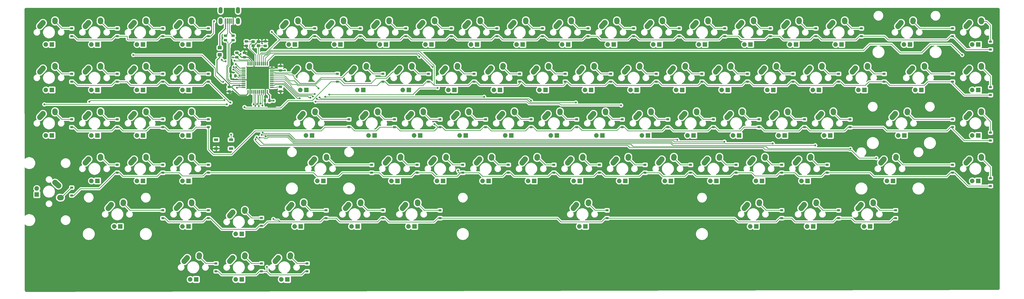
<source format=gbl>
G04 #@! TF.GenerationSoftware,KiCad,Pcbnew,(5.0.1-3-g963ef8bb5)*
G04 #@! TF.CreationDate,2019-03-29T02:03:15-07:00*
G04 #@! TF.ProjectId,Custom-Keyboard,437573746F6D2D4B6579626F6172642E,rev?*
G04 #@! TF.SameCoordinates,Original*
G04 #@! TF.FileFunction,Copper,L2,Bot,Signal*
G04 #@! TF.FilePolarity,Positive*
%FSLAX46Y46*%
G04 Gerber Fmt 4.6, Leading zero omitted, Abs format (unit mm)*
G04 Created by KiCad (PCBNEW (5.0.1-3-g963ef8bb5)) date Friday, March 29, 2019 at 02:03:15 AM*
%MOMM*%
%LPD*%
G01*
G04 APERTURE LIST*
G04 #@! TA.AperFunction,ComponentPad*
%ADD10R,1.905000X1.905000*%
G04 #@! TD*
G04 #@! TA.AperFunction,ComponentPad*
%ADD11C,1.905000*%
G04 #@! TD*
G04 #@! TA.AperFunction,ComponentPad*
%ADD12C,2.250000*%
G04 #@! TD*
G04 #@! TA.AperFunction,Conductor*
%ADD13C,2.250000*%
G04 #@! TD*
G04 #@! TA.AperFunction,Conductor*
%ADD14C,0.100000*%
G04 #@! TD*
G04 #@! TA.AperFunction,SMDPad,CuDef*
%ADD15C,0.975000*%
G04 #@! TD*
G04 #@! TA.AperFunction,SMDPad,CuDef*
%ADD16R,1.200000X0.900000*%
G04 #@! TD*
G04 #@! TA.AperFunction,SMDPad,CuDef*
%ADD17C,1.425000*%
G04 #@! TD*
G04 #@! TA.AperFunction,SMDPad,CuDef*
%ADD18R,1.800000X1.100000*%
G04 #@! TD*
G04 #@! TA.AperFunction,SMDPad,CuDef*
%ADD19R,1.500000X0.500000*%
G04 #@! TD*
G04 #@! TA.AperFunction,SMDPad,CuDef*
%ADD20R,0.500000X1.500000*%
G04 #@! TD*
G04 #@! TA.AperFunction,SMDPad,CuDef*
%ADD21R,0.500000X2.250000*%
G04 #@! TD*
G04 #@! TA.AperFunction,ComponentPad*
%ADD22O,1.700000X2.700000*%
G04 #@! TD*
G04 #@! TA.AperFunction,SMDPad,CuDef*
%ADD23R,1.400000X1.200000*%
G04 #@! TD*
G04 #@! TA.AperFunction,ViaPad*
%ADD24C,0.800000*%
G04 #@! TD*
G04 #@! TA.AperFunction,Conductor*
%ADD25C,0.254000*%
G04 #@! TD*
G04 #@! TA.AperFunction,Conductor*
%ADD26C,0.381000*%
G04 #@! TD*
G04 APERTURE END LIST*
D10*
G04 #@! TO.P,AKEY1,4*
G04 #@! TO.N,Net-(AKEY1-Pad4)*
X168751250Y-72548750D03*
D11*
G04 #@! TO.P,AKEY1,3*
G04 #@! TO.N,Net-(AKEY1-Pad3)*
X166211250Y-72548750D03*
D12*
G04 #@! TO.P,AKEY1,1*
G04 #@! TO.N,Col6*
X164981250Y-63468750D03*
X164326251Y-64198750D03*
D13*
G04 #@! TD*
G04 #@! TO.N,Col6*
G04 #@! TO.C,AKEY1*
X163671250Y-64928750D02*
X164981252Y-63468750D01*
D12*
G04 #@! TO.P,AKEY1,2*
G04 #@! TO.N,Net-(AKEY1-Pad2)*
X170021250Y-62388750D03*
X170001250Y-62678750D03*
D13*
G04 #@! TD*
G04 #@! TO.N,Net-(AKEY1-Pad2)*
G04 #@! TO.C,AKEY1*
X169981250Y-62968750D02*
X170021250Y-62388750D01*
D12*
G04 #@! TO.P,ALT1,2*
G04 #@! TO.N,Net-(ALT1-Pad2)*
X186670000Y-100778750D03*
D13*
G04 #@! TD*
G04 #@! TO.N,Net-(ALT1-Pad2)*
G04 #@! TO.C,ALT1*
X186650000Y-101068750D02*
X186690000Y-100488750D01*
D12*
G04 #@! TO.P,ALT1,2*
G04 #@! TO.N,Net-(ALT1-Pad2)*
X186690000Y-100488750D03*
G04 #@! TO.P,ALT1,1*
G04 #@! TO.N,Col7*
X180995001Y-102298750D03*
D13*
G04 #@! TD*
G04 #@! TO.N,Col7*
G04 #@! TO.C,ALT1*
X180340000Y-103028750D02*
X181650002Y-101568750D01*
D12*
G04 #@! TO.P,ALT1,1*
G04 #@! TO.N,Col7*
X181650000Y-101568750D03*
D11*
G04 #@! TO.P,ALT1,3*
G04 #@! TO.N,Net-(ALT1-Pad3)*
X182880000Y-110648750D03*
D10*
G04 #@! TO.P,ALT1,4*
G04 #@! TO.N,Net-(ALT1-Pad4)*
X185420000Y-110648750D03*
G04 #@! TD*
D12*
G04 #@! TO.P,BACK1,2*
G04 #@! TO.N,Net-(BACK1-Pad2)*
X393838750Y-24578750D03*
D13*
G04 #@! TD*
G04 #@! TO.N,Net-(BACK1-Pad2)*
G04 #@! TO.C,BACK1*
X393818750Y-24868750D02*
X393858750Y-24288750D01*
D12*
G04 #@! TO.P,BACK1,2*
G04 #@! TO.N,Net-(BACK1-Pad2)*
X393858750Y-24288750D03*
G04 #@! TO.P,BACK1,1*
G04 #@! TO.N,Col18*
X388163751Y-26098750D03*
D13*
G04 #@! TD*
G04 #@! TO.N,Col18*
G04 #@! TO.C,BACK1*
X387508750Y-26828750D02*
X388818752Y-25368750D01*
D12*
G04 #@! TO.P,BACK1,1*
G04 #@! TO.N,Col18*
X388818750Y-25368750D03*
D11*
G04 #@! TO.P,BACK1,3*
G04 #@! TO.N,Net-(BACK1-Pad3)*
X390048750Y-34448750D03*
D10*
G04 #@! TO.P,BACK1,4*
G04 #@! TO.N,Net-(BACK1-Pad4)*
X392588750Y-34448750D03*
G04 #@! TD*
G04 #@! TO.P,BKEY1,4*
G04 #@! TO.N,Net-(BKEY1-Pad4)*
X254476250Y-91598750D03*
D11*
G04 #@! TO.P,BKEY1,3*
G04 #@! TO.N,Net-(BKEY1-Pad3)*
X251936250Y-91598750D03*
D12*
G04 #@! TO.P,BKEY1,1*
G04 #@! TO.N,Col10*
X250706250Y-82518750D03*
X250051251Y-83248750D03*
D13*
G04 #@! TD*
G04 #@! TO.N,Col10*
G04 #@! TO.C,BKEY1*
X249396250Y-83978750D02*
X250706252Y-82518750D01*
D12*
G04 #@! TO.P,BKEY1,2*
G04 #@! TO.N,Net-(BKEY1-Pad2)*
X255746250Y-81438750D03*
X255726250Y-81728750D03*
D13*
G04 #@! TD*
G04 #@! TO.N,Net-(BKEY1-Pad2)*
G04 #@! TO.C,BKEY1*
X255706250Y-82018750D02*
X255746250Y-81438750D01*
D10*
G04 #@! TO.P,BSLSH1,4*
G04 #@! TO.N,Net-(BSLSH1-Pad4)*
X397351250Y-53498750D03*
D11*
G04 #@! TO.P,BSLSH1,3*
G04 #@! TO.N,Net-(BSLSH1-Pad3)*
X394811250Y-53498750D03*
D12*
G04 #@! TO.P,BSLSH1,1*
G04 #@! TO.N,Col18*
X393581250Y-44418750D03*
X392926251Y-45148750D03*
D13*
G04 #@! TD*
G04 #@! TO.N,Col18*
G04 #@! TO.C,BSLSH1*
X392271250Y-45878750D02*
X393581252Y-44418750D01*
D12*
G04 #@! TO.P,BSLSH1,2*
G04 #@! TO.N,Net-(BSLSH1-Pad2)*
X398621250Y-43338750D03*
X398601250Y-43628750D03*
D13*
G04 #@! TD*
G04 #@! TO.N,Net-(BSLSH1-Pad2)*
G04 #@! TO.C,BSLSH1*
X398581250Y-43918750D02*
X398621250Y-43338750D01*
D14*
G04 #@! TO.N,GND*
G04 #@! TO.C,C1*
G36*
X129861392Y-43026174D02*
X129885053Y-43029684D01*
X129908257Y-43035496D01*
X129930779Y-43043554D01*
X129952403Y-43053782D01*
X129972920Y-43066079D01*
X129992133Y-43080329D01*
X130009857Y-43096393D01*
X130025921Y-43114117D01*
X130040171Y-43133330D01*
X130052468Y-43153847D01*
X130062696Y-43175471D01*
X130070754Y-43197993D01*
X130076566Y-43221197D01*
X130080076Y-43244858D01*
X130081250Y-43268750D01*
X130081250Y-43756250D01*
X130080076Y-43780142D01*
X130076566Y-43803803D01*
X130070754Y-43827007D01*
X130062696Y-43849529D01*
X130052468Y-43871153D01*
X130040171Y-43891670D01*
X130025921Y-43910883D01*
X130009857Y-43928607D01*
X129992133Y-43944671D01*
X129972920Y-43958921D01*
X129952403Y-43971218D01*
X129930779Y-43981446D01*
X129908257Y-43989504D01*
X129885053Y-43995316D01*
X129861392Y-43998826D01*
X129837500Y-44000000D01*
X128925000Y-44000000D01*
X128901108Y-43998826D01*
X128877447Y-43995316D01*
X128854243Y-43989504D01*
X128831721Y-43981446D01*
X128810097Y-43971218D01*
X128789580Y-43958921D01*
X128770367Y-43944671D01*
X128752643Y-43928607D01*
X128736579Y-43910883D01*
X128722329Y-43891670D01*
X128710032Y-43871153D01*
X128699804Y-43849529D01*
X128691746Y-43827007D01*
X128685934Y-43803803D01*
X128682424Y-43780142D01*
X128681250Y-43756250D01*
X128681250Y-43268750D01*
X128682424Y-43244858D01*
X128685934Y-43221197D01*
X128691746Y-43197993D01*
X128699804Y-43175471D01*
X128710032Y-43153847D01*
X128722329Y-43133330D01*
X128736579Y-43114117D01*
X128752643Y-43096393D01*
X128770367Y-43080329D01*
X128789580Y-43066079D01*
X128810097Y-43053782D01*
X128831721Y-43043554D01*
X128854243Y-43035496D01*
X128877447Y-43029684D01*
X128901108Y-43026174D01*
X128925000Y-43025000D01*
X129837500Y-43025000D01*
X129861392Y-43026174D01*
X129861392Y-43026174D01*
G37*
D15*
G04 #@! TD*
G04 #@! TO.P,C1,2*
G04 #@! TO.N,GND*
X129381250Y-43512500D03*
D14*
G04 #@! TO.N,+5V*
G04 #@! TO.C,C1*
G36*
X129861392Y-44901174D02*
X129885053Y-44904684D01*
X129908257Y-44910496D01*
X129930779Y-44918554D01*
X129952403Y-44928782D01*
X129972920Y-44941079D01*
X129992133Y-44955329D01*
X130009857Y-44971393D01*
X130025921Y-44989117D01*
X130040171Y-45008330D01*
X130052468Y-45028847D01*
X130062696Y-45050471D01*
X130070754Y-45072993D01*
X130076566Y-45096197D01*
X130080076Y-45119858D01*
X130081250Y-45143750D01*
X130081250Y-45631250D01*
X130080076Y-45655142D01*
X130076566Y-45678803D01*
X130070754Y-45702007D01*
X130062696Y-45724529D01*
X130052468Y-45746153D01*
X130040171Y-45766670D01*
X130025921Y-45785883D01*
X130009857Y-45803607D01*
X129992133Y-45819671D01*
X129972920Y-45833921D01*
X129952403Y-45846218D01*
X129930779Y-45856446D01*
X129908257Y-45864504D01*
X129885053Y-45870316D01*
X129861392Y-45873826D01*
X129837500Y-45875000D01*
X128925000Y-45875000D01*
X128901108Y-45873826D01*
X128877447Y-45870316D01*
X128854243Y-45864504D01*
X128831721Y-45856446D01*
X128810097Y-45846218D01*
X128789580Y-45833921D01*
X128770367Y-45819671D01*
X128752643Y-45803607D01*
X128736579Y-45785883D01*
X128722329Y-45766670D01*
X128710032Y-45746153D01*
X128699804Y-45724529D01*
X128691746Y-45702007D01*
X128685934Y-45678803D01*
X128682424Y-45655142D01*
X128681250Y-45631250D01*
X128681250Y-45143750D01*
X128682424Y-45119858D01*
X128685934Y-45096197D01*
X128691746Y-45072993D01*
X128699804Y-45050471D01*
X128710032Y-45028847D01*
X128722329Y-45008330D01*
X128736579Y-44989117D01*
X128752643Y-44971393D01*
X128770367Y-44955329D01*
X128789580Y-44941079D01*
X128810097Y-44928782D01*
X128831721Y-44918554D01*
X128854243Y-44910496D01*
X128877447Y-44904684D01*
X128901108Y-44901174D01*
X128925000Y-44900000D01*
X129837500Y-44900000D01*
X129861392Y-44901174D01*
X129861392Y-44901174D01*
G37*
D15*
G04 #@! TD*
G04 #@! TO.P,C1,1*
G04 #@! TO.N,+5V*
X129381250Y-45387500D03*
D14*
G04 #@! TO.N,+5V*
G04 #@! TO.C,C2*
G36*
X114780142Y-39344924D02*
X114803803Y-39348434D01*
X114827007Y-39354246D01*
X114849529Y-39362304D01*
X114871153Y-39372532D01*
X114891670Y-39384829D01*
X114910883Y-39399079D01*
X114928607Y-39415143D01*
X114944671Y-39432867D01*
X114958921Y-39452080D01*
X114971218Y-39472597D01*
X114981446Y-39494221D01*
X114989504Y-39516743D01*
X114995316Y-39539947D01*
X114998826Y-39563608D01*
X115000000Y-39587500D01*
X115000000Y-40075000D01*
X114998826Y-40098892D01*
X114995316Y-40122553D01*
X114989504Y-40145757D01*
X114981446Y-40168279D01*
X114971218Y-40189903D01*
X114958921Y-40210420D01*
X114944671Y-40229633D01*
X114928607Y-40247357D01*
X114910883Y-40263421D01*
X114891670Y-40277671D01*
X114871153Y-40289968D01*
X114849529Y-40300196D01*
X114827007Y-40308254D01*
X114803803Y-40314066D01*
X114780142Y-40317576D01*
X114756250Y-40318750D01*
X113843750Y-40318750D01*
X113819858Y-40317576D01*
X113796197Y-40314066D01*
X113772993Y-40308254D01*
X113750471Y-40300196D01*
X113728847Y-40289968D01*
X113708330Y-40277671D01*
X113689117Y-40263421D01*
X113671393Y-40247357D01*
X113655329Y-40229633D01*
X113641079Y-40210420D01*
X113628782Y-40189903D01*
X113618554Y-40168279D01*
X113610496Y-40145757D01*
X113604684Y-40122553D01*
X113601174Y-40098892D01*
X113600000Y-40075000D01*
X113600000Y-39587500D01*
X113601174Y-39563608D01*
X113604684Y-39539947D01*
X113610496Y-39516743D01*
X113618554Y-39494221D01*
X113628782Y-39472597D01*
X113641079Y-39452080D01*
X113655329Y-39432867D01*
X113671393Y-39415143D01*
X113689117Y-39399079D01*
X113708330Y-39384829D01*
X113728847Y-39372532D01*
X113750471Y-39362304D01*
X113772993Y-39354246D01*
X113796197Y-39348434D01*
X113819858Y-39344924D01*
X113843750Y-39343750D01*
X114756250Y-39343750D01*
X114780142Y-39344924D01*
X114780142Y-39344924D01*
G37*
D15*
G04 #@! TD*
G04 #@! TO.P,C2,1*
G04 #@! TO.N,+5V*
X114300000Y-39831250D03*
D14*
G04 #@! TO.N,GND*
G04 #@! TO.C,C2*
G36*
X114780142Y-37469924D02*
X114803803Y-37473434D01*
X114827007Y-37479246D01*
X114849529Y-37487304D01*
X114871153Y-37497532D01*
X114891670Y-37509829D01*
X114910883Y-37524079D01*
X114928607Y-37540143D01*
X114944671Y-37557867D01*
X114958921Y-37577080D01*
X114971218Y-37597597D01*
X114981446Y-37619221D01*
X114989504Y-37641743D01*
X114995316Y-37664947D01*
X114998826Y-37688608D01*
X115000000Y-37712500D01*
X115000000Y-38200000D01*
X114998826Y-38223892D01*
X114995316Y-38247553D01*
X114989504Y-38270757D01*
X114981446Y-38293279D01*
X114971218Y-38314903D01*
X114958921Y-38335420D01*
X114944671Y-38354633D01*
X114928607Y-38372357D01*
X114910883Y-38388421D01*
X114891670Y-38402671D01*
X114871153Y-38414968D01*
X114849529Y-38425196D01*
X114827007Y-38433254D01*
X114803803Y-38439066D01*
X114780142Y-38442576D01*
X114756250Y-38443750D01*
X113843750Y-38443750D01*
X113819858Y-38442576D01*
X113796197Y-38439066D01*
X113772993Y-38433254D01*
X113750471Y-38425196D01*
X113728847Y-38414968D01*
X113708330Y-38402671D01*
X113689117Y-38388421D01*
X113671393Y-38372357D01*
X113655329Y-38354633D01*
X113641079Y-38335420D01*
X113628782Y-38314903D01*
X113618554Y-38293279D01*
X113610496Y-38270757D01*
X113604684Y-38247553D01*
X113601174Y-38223892D01*
X113600000Y-38200000D01*
X113600000Y-37712500D01*
X113601174Y-37688608D01*
X113604684Y-37664947D01*
X113610496Y-37641743D01*
X113618554Y-37619221D01*
X113628782Y-37597597D01*
X113641079Y-37577080D01*
X113655329Y-37557867D01*
X113671393Y-37540143D01*
X113689117Y-37524079D01*
X113708330Y-37509829D01*
X113728847Y-37497532D01*
X113750471Y-37487304D01*
X113772993Y-37479246D01*
X113796197Y-37473434D01*
X113819858Y-37469924D01*
X113843750Y-37468750D01*
X114756250Y-37468750D01*
X114780142Y-37469924D01*
X114780142Y-37469924D01*
G37*
D15*
G04 #@! TD*
G04 #@! TO.P,C2,2*
G04 #@! TO.N,GND*
X114300000Y-37956250D03*
D14*
G04 #@! TO.N,+5V*
G04 #@! TO.C,C3*
G36*
X125030142Y-57244924D02*
X125053803Y-57248434D01*
X125077007Y-57254246D01*
X125099529Y-57262304D01*
X125121153Y-57272532D01*
X125141670Y-57284829D01*
X125160883Y-57299079D01*
X125178607Y-57315143D01*
X125194671Y-57332867D01*
X125208921Y-57352080D01*
X125221218Y-57372597D01*
X125231446Y-57394221D01*
X125239504Y-57416743D01*
X125245316Y-57439947D01*
X125248826Y-57463608D01*
X125250000Y-57487500D01*
X125250000Y-58400000D01*
X125248826Y-58423892D01*
X125245316Y-58447553D01*
X125239504Y-58470757D01*
X125231446Y-58493279D01*
X125221218Y-58514903D01*
X125208921Y-58535420D01*
X125194671Y-58554633D01*
X125178607Y-58572357D01*
X125160883Y-58588421D01*
X125141670Y-58602671D01*
X125121153Y-58614968D01*
X125099529Y-58625196D01*
X125077007Y-58633254D01*
X125053803Y-58639066D01*
X125030142Y-58642576D01*
X125006250Y-58643750D01*
X124518750Y-58643750D01*
X124494858Y-58642576D01*
X124471197Y-58639066D01*
X124447993Y-58633254D01*
X124425471Y-58625196D01*
X124403847Y-58614968D01*
X124383330Y-58602671D01*
X124364117Y-58588421D01*
X124346393Y-58572357D01*
X124330329Y-58554633D01*
X124316079Y-58535420D01*
X124303782Y-58514903D01*
X124293554Y-58493279D01*
X124285496Y-58470757D01*
X124279684Y-58447553D01*
X124276174Y-58423892D01*
X124275000Y-58400000D01*
X124275000Y-57487500D01*
X124276174Y-57463608D01*
X124279684Y-57439947D01*
X124285496Y-57416743D01*
X124293554Y-57394221D01*
X124303782Y-57372597D01*
X124316079Y-57352080D01*
X124330329Y-57332867D01*
X124346393Y-57315143D01*
X124364117Y-57299079D01*
X124383330Y-57284829D01*
X124403847Y-57272532D01*
X124425471Y-57262304D01*
X124447993Y-57254246D01*
X124471197Y-57248434D01*
X124494858Y-57244924D01*
X124518750Y-57243750D01*
X125006250Y-57243750D01*
X125030142Y-57244924D01*
X125030142Y-57244924D01*
G37*
D15*
G04 #@! TD*
G04 #@! TO.P,C3,1*
G04 #@! TO.N,+5V*
X124762500Y-57943750D03*
D14*
G04 #@! TO.N,GND*
G04 #@! TO.C,C3*
G36*
X123155142Y-57244924D02*
X123178803Y-57248434D01*
X123202007Y-57254246D01*
X123224529Y-57262304D01*
X123246153Y-57272532D01*
X123266670Y-57284829D01*
X123285883Y-57299079D01*
X123303607Y-57315143D01*
X123319671Y-57332867D01*
X123333921Y-57352080D01*
X123346218Y-57372597D01*
X123356446Y-57394221D01*
X123364504Y-57416743D01*
X123370316Y-57439947D01*
X123373826Y-57463608D01*
X123375000Y-57487500D01*
X123375000Y-58400000D01*
X123373826Y-58423892D01*
X123370316Y-58447553D01*
X123364504Y-58470757D01*
X123356446Y-58493279D01*
X123346218Y-58514903D01*
X123333921Y-58535420D01*
X123319671Y-58554633D01*
X123303607Y-58572357D01*
X123285883Y-58588421D01*
X123266670Y-58602671D01*
X123246153Y-58614968D01*
X123224529Y-58625196D01*
X123202007Y-58633254D01*
X123178803Y-58639066D01*
X123155142Y-58642576D01*
X123131250Y-58643750D01*
X122643750Y-58643750D01*
X122619858Y-58642576D01*
X122596197Y-58639066D01*
X122572993Y-58633254D01*
X122550471Y-58625196D01*
X122528847Y-58614968D01*
X122508330Y-58602671D01*
X122489117Y-58588421D01*
X122471393Y-58572357D01*
X122455329Y-58554633D01*
X122441079Y-58535420D01*
X122428782Y-58514903D01*
X122418554Y-58493279D01*
X122410496Y-58470757D01*
X122404684Y-58447553D01*
X122401174Y-58423892D01*
X122400000Y-58400000D01*
X122400000Y-57487500D01*
X122401174Y-57463608D01*
X122404684Y-57439947D01*
X122410496Y-57416743D01*
X122418554Y-57394221D01*
X122428782Y-57372597D01*
X122441079Y-57352080D01*
X122455329Y-57332867D01*
X122471393Y-57315143D01*
X122489117Y-57299079D01*
X122508330Y-57284829D01*
X122528847Y-57272532D01*
X122550471Y-57262304D01*
X122572993Y-57254246D01*
X122596197Y-57248434D01*
X122619858Y-57244924D01*
X122643750Y-57243750D01*
X123131250Y-57243750D01*
X123155142Y-57244924D01*
X123155142Y-57244924D01*
G37*
D15*
G04 #@! TD*
G04 #@! TO.P,C3,2*
G04 #@! TO.N,GND*
X122887500Y-57943750D03*
D14*
G04 #@! TO.N,Net-(C4-Pad1)*
G04 #@! TO.C,C4*
G36*
X123511392Y-34582424D02*
X123535053Y-34585934D01*
X123558257Y-34591746D01*
X123580779Y-34599804D01*
X123602403Y-34610032D01*
X123622920Y-34622329D01*
X123642133Y-34636579D01*
X123659857Y-34652643D01*
X123675921Y-34670367D01*
X123690171Y-34689580D01*
X123702468Y-34710097D01*
X123712696Y-34731721D01*
X123720754Y-34754243D01*
X123726566Y-34777447D01*
X123730076Y-34801108D01*
X123731250Y-34825000D01*
X123731250Y-35312500D01*
X123730076Y-35336392D01*
X123726566Y-35360053D01*
X123720754Y-35383257D01*
X123712696Y-35405779D01*
X123702468Y-35427403D01*
X123690171Y-35447920D01*
X123675921Y-35467133D01*
X123659857Y-35484857D01*
X123642133Y-35500921D01*
X123622920Y-35515171D01*
X123602403Y-35527468D01*
X123580779Y-35537696D01*
X123558257Y-35545754D01*
X123535053Y-35551566D01*
X123511392Y-35555076D01*
X123487500Y-35556250D01*
X122575000Y-35556250D01*
X122551108Y-35555076D01*
X122527447Y-35551566D01*
X122504243Y-35545754D01*
X122481721Y-35537696D01*
X122460097Y-35527468D01*
X122439580Y-35515171D01*
X122420367Y-35500921D01*
X122402643Y-35484857D01*
X122386579Y-35467133D01*
X122372329Y-35447920D01*
X122360032Y-35427403D01*
X122349804Y-35405779D01*
X122341746Y-35383257D01*
X122335934Y-35360053D01*
X122332424Y-35336392D01*
X122331250Y-35312500D01*
X122331250Y-34825000D01*
X122332424Y-34801108D01*
X122335934Y-34777447D01*
X122341746Y-34754243D01*
X122349804Y-34731721D01*
X122360032Y-34710097D01*
X122372329Y-34689580D01*
X122386579Y-34670367D01*
X122402643Y-34652643D01*
X122420367Y-34636579D01*
X122439580Y-34622329D01*
X122460097Y-34610032D01*
X122481721Y-34599804D01*
X122504243Y-34591746D01*
X122527447Y-34585934D01*
X122551108Y-34582424D01*
X122575000Y-34581250D01*
X123487500Y-34581250D01*
X123511392Y-34582424D01*
X123511392Y-34582424D01*
G37*
D15*
G04 #@! TD*
G04 #@! TO.P,C4,1*
G04 #@! TO.N,Net-(C4-Pad1)*
X123031250Y-35068750D03*
D14*
G04 #@! TO.N,GND*
G04 #@! TO.C,C4*
G36*
X123511392Y-32707424D02*
X123535053Y-32710934D01*
X123558257Y-32716746D01*
X123580779Y-32724804D01*
X123602403Y-32735032D01*
X123622920Y-32747329D01*
X123642133Y-32761579D01*
X123659857Y-32777643D01*
X123675921Y-32795367D01*
X123690171Y-32814580D01*
X123702468Y-32835097D01*
X123712696Y-32856721D01*
X123720754Y-32879243D01*
X123726566Y-32902447D01*
X123730076Y-32926108D01*
X123731250Y-32950000D01*
X123731250Y-33437500D01*
X123730076Y-33461392D01*
X123726566Y-33485053D01*
X123720754Y-33508257D01*
X123712696Y-33530779D01*
X123702468Y-33552403D01*
X123690171Y-33572920D01*
X123675921Y-33592133D01*
X123659857Y-33609857D01*
X123642133Y-33625921D01*
X123622920Y-33640171D01*
X123602403Y-33652468D01*
X123580779Y-33662696D01*
X123558257Y-33670754D01*
X123535053Y-33676566D01*
X123511392Y-33680076D01*
X123487500Y-33681250D01*
X122575000Y-33681250D01*
X122551108Y-33680076D01*
X122527447Y-33676566D01*
X122504243Y-33670754D01*
X122481721Y-33662696D01*
X122460097Y-33652468D01*
X122439580Y-33640171D01*
X122420367Y-33625921D01*
X122402643Y-33609857D01*
X122386579Y-33592133D01*
X122372329Y-33572920D01*
X122360032Y-33552403D01*
X122349804Y-33530779D01*
X122341746Y-33508257D01*
X122335934Y-33485053D01*
X122332424Y-33461392D01*
X122331250Y-33437500D01*
X122331250Y-32950000D01*
X122332424Y-32926108D01*
X122335934Y-32902447D01*
X122341746Y-32879243D01*
X122349804Y-32856721D01*
X122360032Y-32835097D01*
X122372329Y-32814580D01*
X122386579Y-32795367D01*
X122402643Y-32777643D01*
X122420367Y-32761579D01*
X122439580Y-32747329D01*
X122460097Y-32735032D01*
X122481721Y-32724804D01*
X122504243Y-32716746D01*
X122527447Y-32710934D01*
X122551108Y-32707424D01*
X122575000Y-32706250D01*
X123487500Y-32706250D01*
X123511392Y-32707424D01*
X123511392Y-32707424D01*
G37*
D15*
G04 #@! TD*
G04 #@! TO.P,C4,2*
G04 #@! TO.N,GND*
X123031250Y-33193750D03*
D14*
G04 #@! TO.N,Net-(C5-Pad1)*
G04 #@! TO.C,C5*
G36*
X115573892Y-32707424D02*
X115597553Y-32710934D01*
X115620757Y-32716746D01*
X115643279Y-32724804D01*
X115664903Y-32735032D01*
X115685420Y-32747329D01*
X115704633Y-32761579D01*
X115722357Y-32777643D01*
X115738421Y-32795367D01*
X115752671Y-32814580D01*
X115764968Y-32835097D01*
X115775196Y-32856721D01*
X115783254Y-32879243D01*
X115789066Y-32902447D01*
X115792576Y-32926108D01*
X115793750Y-32950000D01*
X115793750Y-33437500D01*
X115792576Y-33461392D01*
X115789066Y-33485053D01*
X115783254Y-33508257D01*
X115775196Y-33530779D01*
X115764968Y-33552403D01*
X115752671Y-33572920D01*
X115738421Y-33592133D01*
X115722357Y-33609857D01*
X115704633Y-33625921D01*
X115685420Y-33640171D01*
X115664903Y-33652468D01*
X115643279Y-33662696D01*
X115620757Y-33670754D01*
X115597553Y-33676566D01*
X115573892Y-33680076D01*
X115550000Y-33681250D01*
X114637500Y-33681250D01*
X114613608Y-33680076D01*
X114589947Y-33676566D01*
X114566743Y-33670754D01*
X114544221Y-33662696D01*
X114522597Y-33652468D01*
X114502080Y-33640171D01*
X114482867Y-33625921D01*
X114465143Y-33609857D01*
X114449079Y-33592133D01*
X114434829Y-33572920D01*
X114422532Y-33552403D01*
X114412304Y-33530779D01*
X114404246Y-33508257D01*
X114398434Y-33485053D01*
X114394924Y-33461392D01*
X114393750Y-33437500D01*
X114393750Y-32950000D01*
X114394924Y-32926108D01*
X114398434Y-32902447D01*
X114404246Y-32879243D01*
X114412304Y-32856721D01*
X114422532Y-32835097D01*
X114434829Y-32814580D01*
X114449079Y-32795367D01*
X114465143Y-32777643D01*
X114482867Y-32761579D01*
X114502080Y-32747329D01*
X114522597Y-32735032D01*
X114544221Y-32724804D01*
X114566743Y-32716746D01*
X114589947Y-32710934D01*
X114613608Y-32707424D01*
X114637500Y-32706250D01*
X115550000Y-32706250D01*
X115573892Y-32707424D01*
X115573892Y-32707424D01*
G37*
D15*
G04 #@! TD*
G04 #@! TO.P,C5,1*
G04 #@! TO.N,Net-(C5-Pad1)*
X115093750Y-33193750D03*
D14*
G04 #@! TO.N,GND*
G04 #@! TO.C,C5*
G36*
X115573892Y-34582424D02*
X115597553Y-34585934D01*
X115620757Y-34591746D01*
X115643279Y-34599804D01*
X115664903Y-34610032D01*
X115685420Y-34622329D01*
X115704633Y-34636579D01*
X115722357Y-34652643D01*
X115738421Y-34670367D01*
X115752671Y-34689580D01*
X115764968Y-34710097D01*
X115775196Y-34731721D01*
X115783254Y-34754243D01*
X115789066Y-34777447D01*
X115792576Y-34801108D01*
X115793750Y-34825000D01*
X115793750Y-35312500D01*
X115792576Y-35336392D01*
X115789066Y-35360053D01*
X115783254Y-35383257D01*
X115775196Y-35405779D01*
X115764968Y-35427403D01*
X115752671Y-35447920D01*
X115738421Y-35467133D01*
X115722357Y-35484857D01*
X115704633Y-35500921D01*
X115685420Y-35515171D01*
X115664903Y-35527468D01*
X115643279Y-35537696D01*
X115620757Y-35545754D01*
X115597553Y-35551566D01*
X115573892Y-35555076D01*
X115550000Y-35556250D01*
X114637500Y-35556250D01*
X114613608Y-35555076D01*
X114589947Y-35551566D01*
X114566743Y-35545754D01*
X114544221Y-35537696D01*
X114522597Y-35527468D01*
X114502080Y-35515171D01*
X114482867Y-35500921D01*
X114465143Y-35484857D01*
X114449079Y-35467133D01*
X114434829Y-35447920D01*
X114422532Y-35427403D01*
X114412304Y-35405779D01*
X114404246Y-35383257D01*
X114398434Y-35360053D01*
X114394924Y-35336392D01*
X114393750Y-35312500D01*
X114393750Y-34825000D01*
X114394924Y-34801108D01*
X114398434Y-34777447D01*
X114404246Y-34754243D01*
X114412304Y-34731721D01*
X114422532Y-34710097D01*
X114434829Y-34689580D01*
X114449079Y-34670367D01*
X114465143Y-34652643D01*
X114482867Y-34636579D01*
X114502080Y-34622329D01*
X114522597Y-34610032D01*
X114544221Y-34599804D01*
X114566743Y-34591746D01*
X114589947Y-34585934D01*
X114613608Y-34582424D01*
X114637500Y-34581250D01*
X115550000Y-34581250D01*
X115573892Y-34582424D01*
X115573892Y-34582424D01*
G37*
D15*
G04 #@! TD*
G04 #@! TO.P,C5,2*
G04 #@! TO.N,GND*
X115093750Y-35068750D03*
D14*
G04 #@! TO.N,GND*
G04 #@! TO.C,C6*
G36*
X108430142Y-53664174D02*
X108453803Y-53667684D01*
X108477007Y-53673496D01*
X108499529Y-53681554D01*
X108521153Y-53691782D01*
X108541670Y-53704079D01*
X108560883Y-53718329D01*
X108578607Y-53734393D01*
X108594671Y-53752117D01*
X108608921Y-53771330D01*
X108621218Y-53791847D01*
X108631446Y-53813471D01*
X108639504Y-53835993D01*
X108645316Y-53859197D01*
X108648826Y-53882858D01*
X108650000Y-53906750D01*
X108650000Y-54394250D01*
X108648826Y-54418142D01*
X108645316Y-54441803D01*
X108639504Y-54465007D01*
X108631446Y-54487529D01*
X108621218Y-54509153D01*
X108608921Y-54529670D01*
X108594671Y-54548883D01*
X108578607Y-54566607D01*
X108560883Y-54582671D01*
X108541670Y-54596921D01*
X108521153Y-54609218D01*
X108499529Y-54619446D01*
X108477007Y-54627504D01*
X108453803Y-54633316D01*
X108430142Y-54636826D01*
X108406250Y-54638000D01*
X107493750Y-54638000D01*
X107469858Y-54636826D01*
X107446197Y-54633316D01*
X107422993Y-54627504D01*
X107400471Y-54619446D01*
X107378847Y-54609218D01*
X107358330Y-54596921D01*
X107339117Y-54582671D01*
X107321393Y-54566607D01*
X107305329Y-54548883D01*
X107291079Y-54529670D01*
X107278782Y-54509153D01*
X107268554Y-54487529D01*
X107260496Y-54465007D01*
X107254684Y-54441803D01*
X107251174Y-54418142D01*
X107250000Y-54394250D01*
X107250000Y-53906750D01*
X107251174Y-53882858D01*
X107254684Y-53859197D01*
X107260496Y-53835993D01*
X107268554Y-53813471D01*
X107278782Y-53791847D01*
X107291079Y-53771330D01*
X107305329Y-53752117D01*
X107321393Y-53734393D01*
X107339117Y-53718329D01*
X107358330Y-53704079D01*
X107378847Y-53691782D01*
X107400471Y-53681554D01*
X107422993Y-53673496D01*
X107446197Y-53667684D01*
X107469858Y-53664174D01*
X107493750Y-53663000D01*
X108406250Y-53663000D01*
X108430142Y-53664174D01*
X108430142Y-53664174D01*
G37*
D15*
G04 #@! TD*
G04 #@! TO.P,C6,2*
G04 #@! TO.N,GND*
X107950000Y-54150500D03*
D14*
G04 #@! TO.N,+5V*
G04 #@! TO.C,C6*
G36*
X108430142Y-51789174D02*
X108453803Y-51792684D01*
X108477007Y-51798496D01*
X108499529Y-51806554D01*
X108521153Y-51816782D01*
X108541670Y-51829079D01*
X108560883Y-51843329D01*
X108578607Y-51859393D01*
X108594671Y-51877117D01*
X108608921Y-51896330D01*
X108621218Y-51916847D01*
X108631446Y-51938471D01*
X108639504Y-51960993D01*
X108645316Y-51984197D01*
X108648826Y-52007858D01*
X108650000Y-52031750D01*
X108650000Y-52519250D01*
X108648826Y-52543142D01*
X108645316Y-52566803D01*
X108639504Y-52590007D01*
X108631446Y-52612529D01*
X108621218Y-52634153D01*
X108608921Y-52654670D01*
X108594671Y-52673883D01*
X108578607Y-52691607D01*
X108560883Y-52707671D01*
X108541670Y-52721921D01*
X108521153Y-52734218D01*
X108499529Y-52744446D01*
X108477007Y-52752504D01*
X108453803Y-52758316D01*
X108430142Y-52761826D01*
X108406250Y-52763000D01*
X107493750Y-52763000D01*
X107469858Y-52761826D01*
X107446197Y-52758316D01*
X107422993Y-52752504D01*
X107400471Y-52744446D01*
X107378847Y-52734218D01*
X107358330Y-52721921D01*
X107339117Y-52707671D01*
X107321393Y-52691607D01*
X107305329Y-52673883D01*
X107291079Y-52654670D01*
X107278782Y-52634153D01*
X107268554Y-52612529D01*
X107260496Y-52590007D01*
X107254684Y-52566803D01*
X107251174Y-52543142D01*
X107250000Y-52519250D01*
X107250000Y-52031750D01*
X107251174Y-52007858D01*
X107254684Y-51984197D01*
X107260496Y-51960993D01*
X107268554Y-51938471D01*
X107278782Y-51916847D01*
X107291079Y-51896330D01*
X107305329Y-51877117D01*
X107321393Y-51859393D01*
X107339117Y-51843329D01*
X107358330Y-51829079D01*
X107378847Y-51816782D01*
X107400471Y-51806554D01*
X107422993Y-51798496D01*
X107446197Y-51792684D01*
X107469858Y-51789174D01*
X107493750Y-51788000D01*
X108406250Y-51788000D01*
X108430142Y-51789174D01*
X108430142Y-51789174D01*
G37*
D15*
G04 #@! TD*
G04 #@! TO.P,C6,1*
G04 #@! TO.N,+5V*
X107950000Y-52275500D03*
D14*
G04 #@! TO.N,GND*
G04 #@! TO.C,C7*
G36*
X108867642Y-46926174D02*
X108891303Y-46929684D01*
X108914507Y-46935496D01*
X108937029Y-46943554D01*
X108958653Y-46953782D01*
X108979170Y-46966079D01*
X108998383Y-46980329D01*
X109016107Y-46996393D01*
X109032171Y-47014117D01*
X109046421Y-47033330D01*
X109058718Y-47053847D01*
X109068946Y-47075471D01*
X109077004Y-47097993D01*
X109082816Y-47121197D01*
X109086326Y-47144858D01*
X109087500Y-47168750D01*
X109087500Y-48081250D01*
X109086326Y-48105142D01*
X109082816Y-48128803D01*
X109077004Y-48152007D01*
X109068946Y-48174529D01*
X109058718Y-48196153D01*
X109046421Y-48216670D01*
X109032171Y-48235883D01*
X109016107Y-48253607D01*
X108998383Y-48269671D01*
X108979170Y-48283921D01*
X108958653Y-48296218D01*
X108937029Y-48306446D01*
X108914507Y-48314504D01*
X108891303Y-48320316D01*
X108867642Y-48323826D01*
X108843750Y-48325000D01*
X108356250Y-48325000D01*
X108332358Y-48323826D01*
X108308697Y-48320316D01*
X108285493Y-48314504D01*
X108262971Y-48306446D01*
X108241347Y-48296218D01*
X108220830Y-48283921D01*
X108201617Y-48269671D01*
X108183893Y-48253607D01*
X108167829Y-48235883D01*
X108153579Y-48216670D01*
X108141282Y-48196153D01*
X108131054Y-48174529D01*
X108122996Y-48152007D01*
X108117184Y-48128803D01*
X108113674Y-48105142D01*
X108112500Y-48081250D01*
X108112500Y-47168750D01*
X108113674Y-47144858D01*
X108117184Y-47121197D01*
X108122996Y-47097993D01*
X108131054Y-47075471D01*
X108141282Y-47053847D01*
X108153579Y-47033330D01*
X108167829Y-47014117D01*
X108183893Y-46996393D01*
X108201617Y-46980329D01*
X108220830Y-46966079D01*
X108241347Y-46953782D01*
X108262971Y-46943554D01*
X108285493Y-46935496D01*
X108308697Y-46929684D01*
X108332358Y-46926174D01*
X108356250Y-46925000D01*
X108843750Y-46925000D01*
X108867642Y-46926174D01*
X108867642Y-46926174D01*
G37*
D15*
G04 #@! TD*
G04 #@! TO.P,C7,2*
G04 #@! TO.N,GND*
X108600000Y-47625000D03*
D14*
G04 #@! TO.N,Net-(C7-Pad1)*
G04 #@! TO.C,C7*
G36*
X110742642Y-46926174D02*
X110766303Y-46929684D01*
X110789507Y-46935496D01*
X110812029Y-46943554D01*
X110833653Y-46953782D01*
X110854170Y-46966079D01*
X110873383Y-46980329D01*
X110891107Y-46996393D01*
X110907171Y-47014117D01*
X110921421Y-47033330D01*
X110933718Y-47053847D01*
X110943946Y-47075471D01*
X110952004Y-47097993D01*
X110957816Y-47121197D01*
X110961326Y-47144858D01*
X110962500Y-47168750D01*
X110962500Y-48081250D01*
X110961326Y-48105142D01*
X110957816Y-48128803D01*
X110952004Y-48152007D01*
X110943946Y-48174529D01*
X110933718Y-48196153D01*
X110921421Y-48216670D01*
X110907171Y-48235883D01*
X110891107Y-48253607D01*
X110873383Y-48269671D01*
X110854170Y-48283921D01*
X110833653Y-48296218D01*
X110812029Y-48306446D01*
X110789507Y-48314504D01*
X110766303Y-48320316D01*
X110742642Y-48323826D01*
X110718750Y-48325000D01*
X110231250Y-48325000D01*
X110207358Y-48323826D01*
X110183697Y-48320316D01*
X110160493Y-48314504D01*
X110137971Y-48306446D01*
X110116347Y-48296218D01*
X110095830Y-48283921D01*
X110076617Y-48269671D01*
X110058893Y-48253607D01*
X110042829Y-48235883D01*
X110028579Y-48216670D01*
X110016282Y-48196153D01*
X110006054Y-48174529D01*
X109997996Y-48152007D01*
X109992184Y-48128803D01*
X109988674Y-48105142D01*
X109987500Y-48081250D01*
X109987500Y-47168750D01*
X109988674Y-47144858D01*
X109992184Y-47121197D01*
X109997996Y-47097993D01*
X110006054Y-47075471D01*
X110016282Y-47053847D01*
X110028579Y-47033330D01*
X110042829Y-47014117D01*
X110058893Y-46996393D01*
X110076617Y-46980329D01*
X110095830Y-46966079D01*
X110116347Y-46953782D01*
X110137971Y-46943554D01*
X110160493Y-46935496D01*
X110183697Y-46929684D01*
X110207358Y-46926174D01*
X110231250Y-46925000D01*
X110718750Y-46925000D01*
X110742642Y-46926174D01*
X110742642Y-46926174D01*
G37*
D15*
G04 #@! TD*
G04 #@! TO.P,C7,1*
G04 #@! TO.N,Net-(C7-Pad1)*
X110475000Y-47625000D03*
D12*
G04 #@! TO.P,CAPS1,2*
G04 #@! TO.N,Net-(CAPS1-Pad2)*
X143807500Y-62678750D03*
D13*
G04 #@! TD*
G04 #@! TO.N,Net-(CAPS1-Pad2)*
G04 #@! TO.C,CAPS1*
X143787500Y-62968750D02*
X143827500Y-62388750D01*
D12*
G04 #@! TO.P,CAPS1,2*
G04 #@! TO.N,Net-(CAPS1-Pad2)*
X143827500Y-62388750D03*
G04 #@! TO.P,CAPS1,1*
G04 #@! TO.N,Col5*
X138132501Y-64198750D03*
D13*
G04 #@! TD*
G04 #@! TO.N,Col5*
G04 #@! TO.C,CAPS1*
X137477500Y-64928750D02*
X138787502Y-63468750D01*
D12*
G04 #@! TO.P,CAPS1,1*
G04 #@! TO.N,Col5*
X138787500Y-63468750D03*
D11*
G04 #@! TO.P,CAPS1,3*
G04 #@! TO.N,Net-(CAPS1-Pad3)*
X140017500Y-72548750D03*
D10*
G04 #@! TO.P,CAPS1,4*
G04 #@! TO.N,Net-(CAPS1-Pad4)*
X142557500Y-72548750D03*
G04 #@! TD*
G04 #@! TO.P,CBRAC1,4*
G04 #@! TO.N,Net-(CBRAC1-Pad4)*
X373538750Y-53498750D03*
D11*
G04 #@! TO.P,CBRAC1,3*
G04 #@! TO.N,Net-(CBRAC1-Pad3)*
X370998750Y-53498750D03*
D12*
G04 #@! TO.P,CBRAC1,1*
G04 #@! TO.N,Col17*
X369768750Y-44418750D03*
X369113751Y-45148750D03*
D13*
G04 #@! TD*
G04 #@! TO.N,Col17*
G04 #@! TO.C,CBRAC1*
X368458750Y-45878750D02*
X369768752Y-44418750D01*
D12*
G04 #@! TO.P,CBRAC1,2*
G04 #@! TO.N,Net-(CBRAC1-Pad2)*
X374808750Y-43338750D03*
X374788750Y-43628750D03*
D13*
G04 #@! TD*
G04 #@! TO.N,Net-(CBRAC1-Pad2)*
G04 #@! TO.C,CBRAC1*
X374768750Y-43918750D02*
X374808750Y-43338750D01*
D12*
G04 #@! TO.P,CKEY1,2*
G04 #@! TO.N,Net-(CKEY1-Pad2)*
X217626250Y-81728750D03*
D13*
G04 #@! TD*
G04 #@! TO.N,Net-(CKEY1-Pad2)*
G04 #@! TO.C,CKEY1*
X217606250Y-82018750D02*
X217646250Y-81438750D01*
D12*
G04 #@! TO.P,CKEY1,2*
G04 #@! TO.N,Net-(CKEY1-Pad2)*
X217646250Y-81438750D03*
G04 #@! TO.P,CKEY1,1*
G04 #@! TO.N,Col8*
X211951251Y-83248750D03*
D13*
G04 #@! TD*
G04 #@! TO.N,Col8*
G04 #@! TO.C,CKEY1*
X211296250Y-83978750D02*
X212606252Y-82518750D01*
D12*
G04 #@! TO.P,CKEY1,1*
G04 #@! TO.N,Col8*
X212606250Y-82518750D03*
D11*
G04 #@! TO.P,CKEY1,3*
G04 #@! TO.N,Net-(CKEY1-Pad3)*
X213836250Y-91598750D03*
D10*
G04 #@! TO.P,CKEY1,4*
G04 #@! TO.N,Net-(CKEY1-Pad4)*
X216376250Y-91598750D03*
G04 #@! TD*
G04 #@! TO.P,CLN1,4*
G04 #@! TO.N,Net-(CLN1-Pad4)*
X340201250Y-72548750D03*
D11*
G04 #@! TO.P,CLN1,3*
G04 #@! TO.N,Net-(CLN1-Pad3)*
X337661250Y-72548750D03*
D12*
G04 #@! TO.P,CLN1,1*
G04 #@! TO.N,Col15*
X336431250Y-63468750D03*
X335776251Y-64198750D03*
D13*
G04 #@! TD*
G04 #@! TO.N,Col15*
G04 #@! TO.C,CLN1*
X335121250Y-64928750D02*
X336431252Y-63468750D01*
D12*
G04 #@! TO.P,CLN1,2*
G04 #@! TO.N,Net-(CLN1-Pad2)*
X341471250Y-62388750D03*
X341451250Y-62678750D03*
D13*
G04 #@! TD*
G04 #@! TO.N,Net-(CLN1-Pad2)*
G04 #@! TO.C,CLN1*
X341431250Y-62968750D02*
X341471250Y-62388750D01*
D10*
G04 #@! TO.P,CMMA1,4*
G04 #@! TO.N,Net-(CMMA1-Pad4)*
X311626250Y-91598750D03*
D11*
G04 #@! TO.P,CMMA1,3*
G04 #@! TO.N,Net-(CMMA1-Pad3)*
X309086250Y-91598750D03*
D12*
G04 #@! TO.P,CMMA1,1*
G04 #@! TO.N,Col13*
X307856250Y-82518750D03*
X307201251Y-83248750D03*
D13*
G04 #@! TD*
G04 #@! TO.N,Col13*
G04 #@! TO.C,CMMA1*
X306546250Y-83978750D02*
X307856252Y-82518750D01*
D12*
G04 #@! TO.P,CMMA1,2*
G04 #@! TO.N,Net-(CMMA1-Pad2)*
X312896250Y-81438750D03*
X312876250Y-81728750D03*
D13*
G04 #@! TD*
G04 #@! TO.N,Net-(CMMA1-Pad2)*
G04 #@! TO.C,CMMA1*
X312856250Y-82018750D02*
X312896250Y-81438750D01*
D12*
G04 #@! TO.P,CTRL1,2*
G04 #@! TO.N,Net-(CTRL1-Pad2)*
X139045000Y-100778750D03*
D13*
G04 #@! TD*
G04 #@! TO.N,Net-(CTRL1-Pad2)*
G04 #@! TO.C,CTRL1*
X139025000Y-101068750D02*
X139065000Y-100488750D01*
D12*
G04 #@! TO.P,CTRL1,2*
G04 #@! TO.N,Net-(CTRL1-Pad2)*
X139065000Y-100488750D03*
G04 #@! TO.P,CTRL1,1*
G04 #@! TO.N,Col5*
X133370001Y-102298750D03*
D13*
G04 #@! TD*
G04 #@! TO.N,Col5*
G04 #@! TO.C,CTRL1*
X132715000Y-103028750D02*
X134025002Y-101568750D01*
D12*
G04 #@! TO.P,CTRL1,1*
G04 #@! TO.N,Col5*
X134025000Y-101568750D03*
D11*
G04 #@! TO.P,CTRL1,3*
G04 #@! TO.N,Net-(CTRL1-Pad3)*
X135255000Y-110648750D03*
D10*
G04 #@! TO.P,CTRL1,4*
G04 #@! TO.N,Net-(CTRL1-Pad4)*
X137795000Y-110648750D03*
G04 #@! TD*
D16*
G04 #@! TO.P,D1,1*
G04 #@! TO.N,Row1*
X42068750Y-31018750D03*
G04 #@! TO.P,D1,2*
G04 #@! TO.N,Net-(D1-Pad2)*
X42068750Y-27718750D03*
G04 #@! TD*
G04 #@! TO.P,D2,1*
G04 #@! TO.N,Row2*
X42068750Y-50068750D03*
G04 #@! TO.P,D2,2*
G04 #@! TO.N,Net-(D2-Pad2)*
X42068750Y-46768750D03*
G04 #@! TD*
G04 #@! TO.P,D3,2*
G04 #@! TO.N,Net-(D3-Pad2)*
X42068750Y-65818750D03*
G04 #@! TO.P,D3,1*
G04 #@! TO.N,Row3*
X42068750Y-69118750D03*
G04 #@! TD*
G04 #@! TO.P,D4,2*
G04 #@! TO.N,Net-(D4-Pad2)*
X42068750Y-94393750D03*
G04 #@! TO.P,D4,1*
G04 #@! TO.N,Row4*
X42068750Y-97693750D03*
G04 #@! TD*
G04 #@! TO.P,D5,1*
G04 #@! TO.N,Row1*
X61118750Y-31018750D03*
G04 #@! TO.P,D5,2*
G04 #@! TO.N,Net-(D5-Pad2)*
X61118750Y-27718750D03*
G04 #@! TD*
G04 #@! TO.P,D6,1*
G04 #@! TO.N,Row2*
X61118750Y-50068750D03*
G04 #@! TO.P,D6,2*
G04 #@! TO.N,Net-(D6-Pad2)*
X61118750Y-46768750D03*
G04 #@! TD*
G04 #@! TO.P,D7,2*
G04 #@! TO.N,Net-(D7-Pad2)*
X61118750Y-65818750D03*
G04 #@! TO.P,D7,1*
G04 #@! TO.N,Row3*
X61118750Y-69118750D03*
G04 #@! TD*
G04 #@! TO.P,D8,2*
G04 #@! TO.N,Net-(D8-Pad2)*
X61118750Y-84868750D03*
G04 #@! TO.P,D8,1*
G04 #@! TO.N,Row4*
X61118750Y-88168750D03*
G04 #@! TD*
G04 #@! TO.P,D9,2*
G04 #@! TO.N,Net-(D9-Pad2)*
X80168750Y-103918750D03*
G04 #@! TO.P,D9,1*
G04 #@! TO.N,Row5*
X80168750Y-107218750D03*
G04 #@! TD*
G04 #@! TO.P,D10,2*
G04 #@! TO.N,Net-(D10-Pad2)*
X80168750Y-27718750D03*
G04 #@! TO.P,D10,1*
G04 #@! TO.N,Row1*
X80168750Y-31018750D03*
G04 #@! TD*
G04 #@! TO.P,D11,2*
G04 #@! TO.N,Net-(D11-Pad2)*
X80168750Y-46768750D03*
G04 #@! TO.P,D11,1*
G04 #@! TO.N,Row2*
X80168750Y-50068750D03*
G04 #@! TD*
G04 #@! TO.P,D12,2*
G04 #@! TO.N,Net-(D12-Pad2)*
X80168750Y-65818750D03*
G04 #@! TO.P,D12,1*
G04 #@! TO.N,Row3*
X80168750Y-69118750D03*
G04 #@! TD*
G04 #@! TO.P,D13,2*
G04 #@! TO.N,Net-(D13-Pad2)*
X80168750Y-84868750D03*
G04 #@! TO.P,D13,1*
G04 #@! TO.N,Row4*
X80168750Y-88168750D03*
G04 #@! TD*
G04 #@! TO.P,D14,2*
G04 #@! TO.N,Net-(D14-Pad2)*
X99218750Y-27718750D03*
G04 #@! TO.P,D14,1*
G04 #@! TO.N,Row1*
X99218750Y-31018750D03*
G04 #@! TD*
G04 #@! TO.P,D15,2*
G04 #@! TO.N,Net-(D15-Pad2)*
X99218750Y-46768750D03*
G04 #@! TO.P,D15,1*
G04 #@! TO.N,Row2*
X99218750Y-50068750D03*
G04 #@! TD*
G04 #@! TO.P,D16,2*
G04 #@! TO.N,Net-(D16-Pad2)*
X99218750Y-65818750D03*
G04 #@! TO.P,D16,1*
G04 #@! TO.N,Row3*
X99218750Y-69118750D03*
G04 #@! TD*
G04 #@! TO.P,D17,2*
G04 #@! TO.N,Net-(D17-Pad2)*
X99218750Y-84868750D03*
G04 #@! TO.P,D17,1*
G04 #@! TO.N,Row4*
X99218750Y-88168750D03*
G04 #@! TD*
G04 #@! TO.P,D18,2*
G04 #@! TO.N,Net-(D18-Pad2)*
X99218750Y-103918750D03*
G04 #@! TO.P,D18,1*
G04 #@! TO.N,Row5*
X99218750Y-107218750D03*
G04 #@! TD*
G04 #@! TO.P,D19,2*
G04 #@! TO.N,Net-(D19-Pad2)*
X102393750Y-126143750D03*
G04 #@! TO.P,D19,1*
G04 #@! TO.N,Row6*
X102393750Y-129443750D03*
G04 #@! TD*
G04 #@! TO.P,D20,2*
G04 #@! TO.N,Net-(D20-Pad2)*
X121443750Y-107093750D03*
G04 #@! TO.P,D20,1*
G04 #@! TO.N,Row5*
X121443750Y-110393750D03*
G04 #@! TD*
G04 #@! TO.P,D21,2*
G04 #@! TO.N,Net-(D21-Pad2)*
X121443750Y-126143750D03*
G04 #@! TO.P,D21,1*
G04 #@! TO.N,Row6*
X121443750Y-129443750D03*
G04 #@! TD*
G04 #@! TO.P,D22,2*
G04 #@! TO.N,Net-(D22-Pad2)*
X140493750Y-126143750D03*
G04 #@! TO.P,D22,1*
G04 #@! TO.N,Row6*
X140493750Y-129443750D03*
G04 #@! TD*
G04 #@! TO.P,D23,2*
G04 #@! TO.N,Net-(D23-Pad2)*
X143668750Y-27718750D03*
G04 #@! TO.P,D23,1*
G04 #@! TO.N,Row1*
X143668750Y-31018750D03*
G04 #@! TD*
G04 #@! TO.P,D24,1*
G04 #@! TO.N,Row2*
X153193750Y-50068750D03*
G04 #@! TO.P,D24,2*
G04 #@! TO.N,Net-(D24-Pad2)*
X153193750Y-46768750D03*
G04 #@! TD*
G04 #@! TO.P,D25,1*
G04 #@! TO.N,Row3*
X157956250Y-69118750D03*
G04 #@! TO.P,D25,2*
G04 #@! TO.N,Net-(CAPS1-Pad2)*
X157956250Y-65818750D03*
G04 #@! TD*
G04 #@! TO.P,D26,1*
G04 #@! TO.N,Row4*
X167481250Y-88168750D03*
G04 #@! TO.P,D26,2*
G04 #@! TO.N,Net-(D26-Pad2)*
X167481250Y-84868750D03*
G04 #@! TD*
G04 #@! TO.P,D27,2*
G04 #@! TO.N,Net-(CTRL1-Pad2)*
X148431250Y-103918750D03*
G04 #@! TO.P,D27,1*
G04 #@! TO.N,Row5*
X148431250Y-107218750D03*
G04 #@! TD*
G04 #@! TO.P,D28,2*
G04 #@! TO.N,Net-(D28-Pad2)*
X162718750Y-27718750D03*
G04 #@! TO.P,D28,1*
G04 #@! TO.N,Row1*
X162718750Y-31018750D03*
G04 #@! TD*
G04 #@! TO.P,D29,2*
G04 #@! TO.N,Net-(D29-Pad2)*
X172243750Y-46768750D03*
G04 #@! TO.P,D29,1*
G04 #@! TO.N,Row2*
X172243750Y-50068750D03*
G04 #@! TD*
G04 #@! TO.P,D30,1*
G04 #@! TO.N,Row3*
X177006250Y-69118750D03*
G04 #@! TO.P,D30,2*
G04 #@! TO.N,Net-(AKEY1-Pad2)*
X177006250Y-65818750D03*
G04 #@! TD*
G04 #@! TO.P,D31,1*
G04 #@! TO.N,Row4*
X186531250Y-88168750D03*
G04 #@! TO.P,D31,2*
G04 #@! TO.N,Net-(D31-Pad2)*
X186531250Y-84868750D03*
G04 #@! TD*
G04 #@! TO.P,D32,2*
G04 #@! TO.N,Net-(D32-Pad2)*
X172243750Y-103918750D03*
G04 #@! TO.P,D32,1*
G04 #@! TO.N,Row5*
X172243750Y-107218750D03*
G04 #@! TD*
G04 #@! TO.P,D33,2*
G04 #@! TO.N,Net-(D33-Pad2)*
X181768750Y-27718750D03*
G04 #@! TO.P,D33,1*
G04 #@! TO.N,Row1*
X181768750Y-31018750D03*
G04 #@! TD*
G04 #@! TO.P,D34,2*
G04 #@! TO.N,Net-(D34-Pad2)*
X191293750Y-46768750D03*
G04 #@! TO.P,D34,1*
G04 #@! TO.N,Row2*
X191293750Y-50068750D03*
G04 #@! TD*
G04 #@! TO.P,D35,1*
G04 #@! TO.N,Row3*
X196056250Y-69118750D03*
G04 #@! TO.P,D35,2*
G04 #@! TO.N,Net-(D35-Pad2)*
X196056250Y-65818750D03*
G04 #@! TD*
G04 #@! TO.P,D36,1*
G04 #@! TO.N,Row4*
X205581250Y-88168750D03*
G04 #@! TO.P,D36,2*
G04 #@! TO.N,Net-(D36-Pad2)*
X205581250Y-84868750D03*
G04 #@! TD*
G04 #@! TO.P,D37,2*
G04 #@! TO.N,Net-(ALT1-Pad2)*
X196056250Y-103918750D03*
G04 #@! TO.P,D37,1*
G04 #@! TO.N,Row5*
X196056250Y-107218750D03*
G04 #@! TD*
G04 #@! TO.P,D38,2*
G04 #@! TO.N,Net-(D38-Pad2)*
X200818750Y-27718750D03*
G04 #@! TO.P,D38,1*
G04 #@! TO.N,Row1*
X200818750Y-31018750D03*
G04 #@! TD*
G04 #@! TO.P,D39,2*
G04 #@! TO.N,Net-(D39-Pad2)*
X210343750Y-46768750D03*
G04 #@! TO.P,D39,1*
G04 #@! TO.N,Row2*
X210343750Y-50068750D03*
G04 #@! TD*
G04 #@! TO.P,D40,1*
G04 #@! TO.N,Row3*
X215106250Y-69118750D03*
G04 #@! TO.P,D40,2*
G04 #@! TO.N,Net-(D40-Pad2)*
X215106250Y-65818750D03*
G04 #@! TD*
G04 #@! TO.P,D41,1*
G04 #@! TO.N,Row4*
X224631250Y-88168750D03*
G04 #@! TO.P,D41,2*
G04 #@! TO.N,Net-(CKEY1-Pad2)*
X224631250Y-84868750D03*
G04 #@! TD*
G04 #@! TO.P,D42,2*
G04 #@! TO.N,Net-(D42-Pad2)*
X219868750Y-27718750D03*
G04 #@! TO.P,D42,1*
G04 #@! TO.N,Row1*
X219868750Y-31018750D03*
G04 #@! TD*
G04 #@! TO.P,D43,2*
G04 #@! TO.N,Net-(D43-Pad2)*
X229393750Y-46768750D03*
G04 #@! TO.P,D43,1*
G04 #@! TO.N,Row2*
X229393750Y-50068750D03*
G04 #@! TD*
G04 #@! TO.P,D44,1*
G04 #@! TO.N,Row3*
X234156250Y-69118750D03*
G04 #@! TO.P,D44,2*
G04 #@! TO.N,Net-(D44-Pad2)*
X234156250Y-65818750D03*
G04 #@! TD*
G04 #@! TO.P,D45,1*
G04 #@! TO.N,Row4*
X243681250Y-88168750D03*
G04 #@! TO.P,D45,2*
G04 #@! TO.N,Net-(D45-Pad2)*
X243681250Y-84868750D03*
G04 #@! TD*
G04 #@! TO.P,D46,2*
G04 #@! TO.N,Net-(D46-Pad2)*
X238918750Y-27718750D03*
G04 #@! TO.P,D46,1*
G04 #@! TO.N,Row1*
X238918750Y-31018750D03*
G04 #@! TD*
G04 #@! TO.P,D47,1*
G04 #@! TO.N,Row2*
X248443750Y-50068750D03*
G04 #@! TO.P,D47,2*
G04 #@! TO.N,Net-(D47-Pad2)*
X248443750Y-46768750D03*
G04 #@! TD*
G04 #@! TO.P,D48,1*
G04 #@! TO.N,Row3*
X253206250Y-69118750D03*
G04 #@! TO.P,D48,2*
G04 #@! TO.N,Net-(D48-Pad2)*
X253206250Y-65818750D03*
G04 #@! TD*
G04 #@! TO.P,D49,1*
G04 #@! TO.N,Row4*
X262731250Y-88168750D03*
G04 #@! TO.P,D49,2*
G04 #@! TO.N,Net-(BKEY1-Pad2)*
X262731250Y-84868750D03*
G04 #@! TD*
G04 #@! TO.P,D50,2*
G04 #@! TO.N,Net-(D50-Pad2)*
X257968750Y-27718750D03*
G04 #@! TO.P,D50,1*
G04 #@! TO.N,Row1*
X257968750Y-31018750D03*
G04 #@! TD*
G04 #@! TO.P,D51,1*
G04 #@! TO.N,Row2*
X267493750Y-50068750D03*
G04 #@! TO.P,D51,2*
G04 #@! TO.N,Net-(D51-Pad2)*
X267493750Y-46768750D03*
G04 #@! TD*
G04 #@! TO.P,D52,1*
G04 #@! TO.N,Row3*
X272256250Y-69118750D03*
G04 #@! TO.P,D52,2*
G04 #@! TO.N,Net-(D52-Pad2)*
X272256250Y-65818750D03*
G04 #@! TD*
G04 #@! TO.P,D53,1*
G04 #@! TO.N,Row4*
X281781250Y-88168750D03*
G04 #@! TO.P,D53,2*
G04 #@! TO.N,Net-(D53-Pad2)*
X281781250Y-84868750D03*
G04 #@! TD*
G04 #@! TO.P,D54,1*
G04 #@! TO.N,Row5*
X265906250Y-107218750D03*
G04 #@! TO.P,D54,2*
G04 #@! TO.N,Net-(D54-Pad2)*
X265906250Y-103918750D03*
G04 #@! TD*
G04 #@! TO.P,D55,2*
G04 #@! TO.N,Net-(D55-Pad2)*
X277018750Y-27718750D03*
G04 #@! TO.P,D55,1*
G04 #@! TO.N,Row1*
X277018750Y-31018750D03*
G04 #@! TD*
G04 #@! TO.P,D56,1*
G04 #@! TO.N,Row2*
X286543750Y-50068750D03*
G04 #@! TO.P,D56,2*
G04 #@! TO.N,Net-(D56-Pad2)*
X286543750Y-46768750D03*
G04 #@! TD*
G04 #@! TO.P,D57,1*
G04 #@! TO.N,Row3*
X291306250Y-69118750D03*
G04 #@! TO.P,D57,2*
G04 #@! TO.N,Net-(D57-Pad2)*
X291306250Y-65818750D03*
G04 #@! TD*
G04 #@! TO.P,D58,1*
G04 #@! TO.N,Row4*
X300831250Y-88168750D03*
G04 #@! TO.P,D58,2*
G04 #@! TO.N,Net-(D58-Pad2)*
X300831250Y-84868750D03*
G04 #@! TD*
G04 #@! TO.P,D59,2*
G04 #@! TO.N,Net-(D59-Pad2)*
X296068750Y-27718750D03*
G04 #@! TO.P,D59,1*
G04 #@! TO.N,Row1*
X296068750Y-31018750D03*
G04 #@! TD*
G04 #@! TO.P,D60,1*
G04 #@! TO.N,Row2*
X305593750Y-50068750D03*
G04 #@! TO.P,D60,2*
G04 #@! TO.N,Net-(D60-Pad2)*
X305593750Y-46768750D03*
G04 #@! TD*
G04 #@! TO.P,D61,1*
G04 #@! TO.N,Row3*
X310356250Y-69118750D03*
G04 #@! TO.P,D61,2*
G04 #@! TO.N,Net-(D61-Pad2)*
X310356250Y-65818750D03*
G04 #@! TD*
G04 #@! TO.P,D62,1*
G04 #@! TO.N,Row4*
X319881250Y-88168750D03*
G04 #@! TO.P,D62,2*
G04 #@! TO.N,Net-(CMMA1-Pad2)*
X319881250Y-84868750D03*
G04 #@! TD*
G04 #@! TO.P,D63,2*
G04 #@! TO.N,Net-(D63-Pad2)*
X315118750Y-27718750D03*
G04 #@! TO.P,D63,1*
G04 #@! TO.N,Row1*
X315118750Y-31018750D03*
G04 #@! TD*
G04 #@! TO.P,D64,1*
G04 #@! TO.N,Row2*
X324643750Y-50068750D03*
G04 #@! TO.P,D64,2*
G04 #@! TO.N,Net-(D64-Pad2)*
X324643750Y-46768750D03*
G04 #@! TD*
G04 #@! TO.P,D65,1*
G04 #@! TO.N,Row3*
X329406250Y-69118750D03*
G04 #@! TO.P,D65,2*
G04 #@! TO.N,Net-(D65-Pad2)*
X329406250Y-65818750D03*
G04 #@! TD*
G04 #@! TO.P,D66,1*
G04 #@! TO.N,Row4*
X338931250Y-88168750D03*
G04 #@! TO.P,D66,2*
G04 #@! TO.N,Net-(D66-Pad2)*
X338931250Y-84868750D03*
G04 #@! TD*
G04 #@! TO.P,D67,2*
G04 #@! TO.N,Net-(D67-Pad2)*
X334168750Y-27718750D03*
G04 #@! TO.P,D67,1*
G04 #@! TO.N,Row1*
X334168750Y-31018750D03*
G04 #@! TD*
G04 #@! TO.P,D68,1*
G04 #@! TO.N,Row2*
X343693750Y-50068750D03*
G04 #@! TO.P,D68,2*
G04 #@! TO.N,Net-(D68-Pad2)*
X343693750Y-46768750D03*
G04 #@! TD*
G04 #@! TO.P,D69,1*
G04 #@! TO.N,Row3*
X348456250Y-69118750D03*
G04 #@! TO.P,D69,2*
G04 #@! TO.N,Net-(CLN1-Pad2)*
X348456250Y-65818750D03*
G04 #@! TD*
G04 #@! TO.P,D70,1*
G04 #@! TO.N,Row4*
X357981250Y-88168750D03*
G04 #@! TO.P,D70,2*
G04 #@! TO.N,Net-(D70-Pad2)*
X357981250Y-84868750D03*
G04 #@! TD*
G04 #@! TO.P,D71,2*
G04 #@! TO.N,Net-(D71-Pad2)*
X338931250Y-103918750D03*
G04 #@! TO.P,D71,1*
G04 #@! TO.N,Row5*
X338931250Y-107218750D03*
G04 #@! TD*
G04 #@! TO.P,D72,2*
G04 #@! TO.N,Net-(D72-Pad2)*
X353218750Y-27718750D03*
G04 #@! TO.P,D72,1*
G04 #@! TO.N,Row1*
X353218750Y-31018750D03*
G04 #@! TD*
G04 #@! TO.P,D73,1*
G04 #@! TO.N,Row2*
X362743750Y-50068750D03*
G04 #@! TO.P,D73,2*
G04 #@! TO.N,Net-(D73-Pad2)*
X362743750Y-46768750D03*
G04 #@! TD*
G04 #@! TO.P,D74,1*
G04 #@! TO.N,Row3*
X367506250Y-69118750D03*
G04 #@! TO.P,D74,2*
G04 #@! TO.N,Net-(D74-Pad2)*
X367506250Y-65818750D03*
G04 #@! TD*
G04 #@! TO.P,D75,1*
G04 #@! TO.N,Row5*
X362743750Y-107218750D03*
G04 #@! TO.P,D75,2*
G04 #@! TO.N,Net-(D75-Pad2)*
X362743750Y-103918750D03*
G04 #@! TD*
G04 #@! TO.P,D76,2*
G04 #@! TO.N,Net-(D76-Pad2)*
X372268750Y-27718750D03*
G04 #@! TO.P,D76,1*
G04 #@! TO.N,Row1*
X372268750Y-31018750D03*
G04 #@! TD*
G04 #@! TO.P,D77,1*
G04 #@! TO.N,Row2*
X381793750Y-50068750D03*
G04 #@! TO.P,D77,2*
G04 #@! TO.N,Net-(CBRAC1-Pad2)*
X381793750Y-46768750D03*
G04 #@! TD*
G04 #@! TO.P,D78,1*
G04 #@! TO.N,Row5*
X386556250Y-107218750D03*
G04 #@! TO.P,D78,2*
G04 #@! TO.N,Net-(D78-Pad2)*
X386556250Y-103918750D03*
G04 #@! TD*
G04 #@! TO.P,D79,1*
G04 #@! TO.N,Row1*
X410368750Y-31018750D03*
G04 #@! TO.P,D79,2*
G04 #@! TO.N,Net-(BACK1-Pad2)*
X410368750Y-27718750D03*
G04 #@! TD*
G04 #@! TO.P,D80,1*
G04 #@! TO.N,Row2*
X410368750Y-50068750D03*
G04 #@! TO.P,D80,2*
G04 #@! TO.N,Net-(BSLSH1-Pad2)*
X410368750Y-46768750D03*
G04 #@! TD*
G04 #@! TO.P,D81,1*
G04 #@! TO.N,Row3*
X410368750Y-69118750D03*
G04 #@! TO.P,D81,2*
G04 #@! TO.N,Net-(D81-Pad2)*
X410368750Y-65818750D03*
G04 #@! TD*
G04 #@! TO.P,D82,2*
G04 #@! TO.N,Net-(D82-Pad2)*
X410368750Y-84868750D03*
G04 #@! TO.P,D82,1*
G04 #@! TO.N,Row4*
X410368750Y-88168750D03*
G04 #@! TD*
G04 #@! TO.P,D83,2*
G04 #@! TO.N,Net-(D83-Pad2)*
X426243750Y-33275000D03*
G04 #@! TO.P,D83,1*
G04 #@! TO.N,Row1*
X426243750Y-36575000D03*
G04 #@! TD*
G04 #@! TO.P,D84,1*
G04 #@! TO.N,Row2*
X426243750Y-55625000D03*
G04 #@! TO.P,D84,2*
G04 #@! TO.N,Net-(D84-Pad2)*
X426243750Y-52325000D03*
G04 #@! TD*
G04 #@! TO.P,D85,2*
G04 #@! TO.N,Net-(D85-Pad2)*
X426243750Y-71375000D03*
G04 #@! TO.P,D85,1*
G04 #@! TO.N,Row3*
X426243750Y-74675000D03*
G04 #@! TD*
G04 #@! TO.P,D86,2*
G04 #@! TO.N,Net-(D86-Pad2)*
X426243750Y-90425000D03*
G04 #@! TO.P,D86,1*
G04 #@! TO.N,Row4*
X426243750Y-93725000D03*
G04 #@! TD*
D12*
G04 #@! TO.P,DEL1,2*
G04 #@! TO.N,Net-(D18-Pad2)*
X92213750Y-100778750D03*
D13*
G04 #@! TD*
G04 #@! TO.N,Net-(D18-Pad2)*
G04 #@! TO.C,DEL1*
X92193750Y-101068750D02*
X92233750Y-100488750D01*
D12*
G04 #@! TO.P,DEL1,2*
G04 #@! TO.N,Net-(D18-Pad2)*
X92233750Y-100488750D03*
G04 #@! TO.P,DEL1,1*
G04 #@! TO.N,Col4*
X86538751Y-102298750D03*
D13*
G04 #@! TD*
G04 #@! TO.N,Col4*
G04 #@! TO.C,DEL1*
X85883750Y-103028750D02*
X87193752Y-101568750D01*
D12*
G04 #@! TO.P,DEL1,1*
G04 #@! TO.N,Col4*
X87193750Y-101568750D03*
D11*
G04 #@! TO.P,DEL1,3*
G04 #@! TO.N,Net-(DEL1-Pad3)*
X88423750Y-110648750D03*
D10*
G04 #@! TO.P,DEL1,4*
G04 #@! TO.N,Net-(DEL1-Pad4)*
X90963750Y-110648750D03*
G04 #@! TD*
D12*
G04 #@! TO.P,DIV1,2*
G04 #@! TO.N,Net-(D5-Pad2)*
X54113750Y-24578750D03*
D13*
G04 #@! TD*
G04 #@! TO.N,Net-(D5-Pad2)*
G04 #@! TO.C,DIV1*
X54093750Y-24868750D02*
X54133750Y-24288750D01*
D12*
G04 #@! TO.P,DIV1,2*
G04 #@! TO.N,Net-(D5-Pad2)*
X54133750Y-24288750D03*
G04 #@! TO.P,DIV1,1*
G04 #@! TO.N,Col2*
X48438751Y-26098750D03*
D13*
G04 #@! TD*
G04 #@! TO.N,Col2*
G04 #@! TO.C,DIV1*
X47783750Y-26828750D02*
X49093752Y-25368750D01*
D12*
G04 #@! TO.P,DIV1,1*
G04 #@! TO.N,Col2*
X49093750Y-25368750D03*
D11*
G04 #@! TO.P,DIV1,3*
G04 #@! TO.N,Net-(DIV1-Pad3)*
X50323750Y-34448750D03*
D10*
G04 #@! TO.P,DIV1,4*
G04 #@! TO.N,Net-(DIV1-Pad4)*
X52863750Y-34448750D03*
G04 #@! TD*
G04 #@! TO.P,DKEY1,4*
G04 #@! TO.N,Net-(DKEY1-Pad4)*
X206851250Y-72548750D03*
D11*
G04 #@! TO.P,DKEY1,3*
G04 #@! TO.N,Net-(DKEY1-Pad3)*
X204311250Y-72548750D03*
D12*
G04 #@! TO.P,DKEY1,1*
G04 #@! TO.N,Col8*
X203081250Y-63468750D03*
X202426251Y-64198750D03*
D13*
G04 #@! TD*
G04 #@! TO.N,Col8*
G04 #@! TO.C,DKEY1*
X201771250Y-64928750D02*
X203081252Y-63468750D01*
D12*
G04 #@! TO.P,DKEY1,2*
G04 #@! TO.N,Net-(D40-Pad2)*
X208121250Y-62388750D03*
X208101250Y-62678750D03*
D13*
G04 #@! TD*
G04 #@! TO.N,Net-(D40-Pad2)*
G04 #@! TO.C,DKEY1*
X208081250Y-62968750D02*
X208121250Y-62388750D01*
D12*
G04 #@! TO.P,DOWN1,2*
G04 #@! TO.N,Net-(D21-Pad2)*
X114438750Y-123003750D03*
D13*
G04 #@! TD*
G04 #@! TO.N,Net-(D21-Pad2)*
G04 #@! TO.C,DOWN1*
X114418750Y-123293750D02*
X114458750Y-122713750D01*
D12*
G04 #@! TO.P,DOWN1,2*
G04 #@! TO.N,Net-(D21-Pad2)*
X114458750Y-122713750D03*
G04 #@! TO.P,DOWN1,1*
G04 #@! TO.N,Col4*
X108763751Y-124523750D03*
D13*
G04 #@! TD*
G04 #@! TO.N,Col4*
G04 #@! TO.C,DOWN1*
X108108750Y-125253750D02*
X109418752Y-123793750D01*
D12*
G04 #@! TO.P,DOWN1,1*
G04 #@! TO.N,Col4*
X109418750Y-123793750D03*
D11*
G04 #@! TO.P,DOWN1,3*
G04 #@! TO.N,Net-(DOWN1-Pad3)*
X110648750Y-132873750D03*
D10*
G04 #@! TO.P,DOWN1,4*
G04 #@! TO.N,Net-(DOWN1-Pad4)*
X113188750Y-132873750D03*
G04 #@! TD*
D12*
G04 #@! TO.P,EIGHT1,2*
G04 #@! TO.N,Net-(D11-Pad2)*
X73163750Y-43628750D03*
D13*
G04 #@! TD*
G04 #@! TO.N,Net-(D11-Pad2)*
G04 #@! TO.C,EIGHT1*
X73143750Y-43918750D02*
X73183750Y-43338750D01*
D12*
G04 #@! TO.P,EIGHT1,2*
G04 #@! TO.N,Net-(D11-Pad2)*
X73183750Y-43338750D03*
G04 #@! TO.P,EIGHT1,1*
G04 #@! TO.N,Col3*
X67488751Y-45148750D03*
D13*
G04 #@! TD*
G04 #@! TO.N,Col3*
G04 #@! TO.C,EIGHT1*
X66833750Y-45878750D02*
X68143752Y-44418750D01*
D12*
G04 #@! TO.P,EIGHT1,1*
G04 #@! TO.N,Col3*
X68143750Y-44418750D03*
D11*
G04 #@! TO.P,EIGHT1,3*
G04 #@! TO.N,Net-(EIGHT1-Pad3)*
X69373750Y-53498750D03*
D10*
G04 #@! TO.P,EIGHT1,4*
G04 #@! TO.N,Net-(EIGHT1-Pad4)*
X71913750Y-53498750D03*
G04 #@! TD*
D12*
G04 #@! TO.P,EIGHT2,2*
G04 #@! TO.N,Net-(D59-Pad2)*
X289063750Y-24578750D03*
D13*
G04 #@! TD*
G04 #@! TO.N,Net-(D59-Pad2)*
G04 #@! TO.C,EIGHT2*
X289043750Y-24868750D02*
X289083750Y-24288750D01*
D12*
G04 #@! TO.P,EIGHT2,2*
G04 #@! TO.N,Net-(D59-Pad2)*
X289083750Y-24288750D03*
G04 #@! TO.P,EIGHT2,1*
G04 #@! TO.N,Col13*
X283388751Y-26098750D03*
D13*
G04 #@! TD*
G04 #@! TO.N,Col13*
G04 #@! TO.C,EIGHT2*
X282733750Y-26828750D02*
X284043752Y-25368750D01*
D12*
G04 #@! TO.P,EIGHT2,1*
G04 #@! TO.N,Col13*
X284043750Y-25368750D03*
D11*
G04 #@! TO.P,EIGHT2,3*
G04 #@! TO.N,Net-(EIGHT2-Pad3)*
X285273750Y-34448750D03*
D10*
G04 #@! TO.P,EIGHT2,4*
G04 #@! TO.N,Net-(EIGHT2-Pad4)*
X287813750Y-34448750D03*
G04 #@! TD*
D12*
G04 #@! TO.P,EKEY1,2*
G04 #@! TO.N,Net-(D39-Pad2)*
X203338750Y-43628750D03*
D13*
G04 #@! TD*
G04 #@! TO.N,Net-(D39-Pad2)*
G04 #@! TO.C,EKEY1*
X203318750Y-43918750D02*
X203358750Y-43338750D01*
D12*
G04 #@! TO.P,EKEY1,2*
G04 #@! TO.N,Net-(D39-Pad2)*
X203358750Y-43338750D03*
G04 #@! TO.P,EKEY1,1*
G04 #@! TO.N,Col8*
X197663751Y-45148750D03*
D13*
G04 #@! TD*
G04 #@! TO.N,Col8*
G04 #@! TO.C,EKEY1*
X197008750Y-45878750D02*
X198318752Y-44418750D01*
D12*
G04 #@! TO.P,EKEY1,1*
G04 #@! TO.N,Col8*
X198318750Y-44418750D03*
D11*
G04 #@! TO.P,EKEY1,3*
G04 #@! TO.N,Net-(EKEY1-Pad3)*
X199548750Y-53498750D03*
D10*
G04 #@! TO.P,EKEY1,4*
G04 #@! TO.N,Net-(EKEY1-Pad4)*
X202088750Y-53498750D03*
G04 #@! TD*
D12*
G04 #@! TO.P,ENTER2,2*
G04 #@! TO.N,Net-(D81-Pad2)*
X391457500Y-62678750D03*
D13*
G04 #@! TD*
G04 #@! TO.N,Net-(D81-Pad2)*
G04 #@! TO.C,ENTER2*
X391437500Y-62968750D02*
X391477500Y-62388750D01*
D12*
G04 #@! TO.P,ENTER2,2*
G04 #@! TO.N,Net-(D81-Pad2)*
X391477500Y-62388750D03*
G04 #@! TO.P,ENTER2,1*
G04 #@! TO.N,Col18*
X385782501Y-64198750D03*
D13*
G04 #@! TD*
G04 #@! TO.N,Col18*
G04 #@! TO.C,ENTER2*
X385127500Y-64928750D02*
X386437502Y-63468750D01*
D12*
G04 #@! TO.P,ENTER2,1*
G04 #@! TO.N,Col18*
X386437500Y-63468750D03*
D11*
G04 #@! TO.P,ENTER2,3*
G04 #@! TO.N,Net-(ENTER2-Pad3)*
X387667500Y-72548750D03*
D10*
G04 #@! TO.P,ENTER2,4*
G04 #@! TO.N,Net-(ENTER2-Pad4)*
X390207500Y-72548750D03*
G04 #@! TD*
D12*
G04 #@! TO.P,EQUALS1,2*
G04 #@! TO.N,Net-(D76-Pad2)*
X365263750Y-24578750D03*
D13*
G04 #@! TD*
G04 #@! TO.N,Net-(D76-Pad2)*
G04 #@! TO.C,EQUALS1*
X365243750Y-24868750D02*
X365283750Y-24288750D01*
D12*
G04 #@! TO.P,EQUALS1,2*
G04 #@! TO.N,Net-(D76-Pad2)*
X365283750Y-24288750D03*
G04 #@! TO.P,EQUALS1,1*
G04 #@! TO.N,Col17*
X359588751Y-26098750D03*
D13*
G04 #@! TD*
G04 #@! TO.N,Col17*
G04 #@! TO.C,EQUALS1*
X358933750Y-26828750D02*
X360243752Y-25368750D01*
D12*
G04 #@! TO.P,EQUALS1,1*
G04 #@! TO.N,Col17*
X360243750Y-25368750D03*
D11*
G04 #@! TO.P,EQUALS1,3*
G04 #@! TO.N,Net-(EQUALS1-Pad3)*
X361473750Y-34448750D03*
D10*
G04 #@! TO.P,EQUALS1,4*
G04 #@! TO.N,Net-(EQUALS1-Pad4)*
X364013750Y-34448750D03*
G04 #@! TD*
G04 #@! TO.P,ESC1,4*
G04 #@! TO.N,Net-(ESC1-Pad4)*
X33813750Y-34448750D03*
D11*
G04 #@! TO.P,ESC1,3*
G04 #@! TO.N,Net-(ESC1-Pad3)*
X31273750Y-34448750D03*
D12*
G04 #@! TO.P,ESC1,1*
G04 #@! TO.N,Col1*
X30043750Y-25368750D03*
X29388751Y-26098750D03*
D13*
G04 #@! TD*
G04 #@! TO.N,Col1*
G04 #@! TO.C,ESC1*
X28733750Y-26828750D02*
X30043752Y-25368750D01*
D12*
G04 #@! TO.P,ESC1,2*
G04 #@! TO.N,Net-(D1-Pad2)*
X35083750Y-24288750D03*
X35063750Y-24578750D03*
D13*
G04 #@! TD*
G04 #@! TO.N,Net-(D1-Pad2)*
G04 #@! TO.C,ESC1*
X35043750Y-24868750D02*
X35083750Y-24288750D01*
D14*
G04 #@! TO.N,+5V*
G04 #@! TO.C,F1*
G36*
X104630754Y-38082454D02*
X104655023Y-38086054D01*
X104678821Y-38092015D01*
X104701921Y-38100280D01*
X104724099Y-38110770D01*
X104745143Y-38123383D01*
X104764848Y-38137997D01*
X104783027Y-38154473D01*
X104799503Y-38172652D01*
X104814117Y-38192357D01*
X104826730Y-38213401D01*
X104837220Y-38235579D01*
X104845485Y-38258679D01*
X104851446Y-38282477D01*
X104855046Y-38306746D01*
X104856250Y-38331250D01*
X104856250Y-39256250D01*
X104855046Y-39280754D01*
X104851446Y-39305023D01*
X104845485Y-39328821D01*
X104837220Y-39351921D01*
X104826730Y-39374099D01*
X104814117Y-39395143D01*
X104799503Y-39414848D01*
X104783027Y-39433027D01*
X104764848Y-39449503D01*
X104745143Y-39464117D01*
X104724099Y-39476730D01*
X104701921Y-39487220D01*
X104678821Y-39495485D01*
X104655023Y-39501446D01*
X104630754Y-39505046D01*
X104606250Y-39506250D01*
X103356250Y-39506250D01*
X103331746Y-39505046D01*
X103307477Y-39501446D01*
X103283679Y-39495485D01*
X103260579Y-39487220D01*
X103238401Y-39476730D01*
X103217357Y-39464117D01*
X103197652Y-39449503D01*
X103179473Y-39433027D01*
X103162997Y-39414848D01*
X103148383Y-39395143D01*
X103135770Y-39374099D01*
X103125280Y-39351921D01*
X103117015Y-39328821D01*
X103111054Y-39305023D01*
X103107454Y-39280754D01*
X103106250Y-39256250D01*
X103106250Y-38331250D01*
X103107454Y-38306746D01*
X103111054Y-38282477D01*
X103117015Y-38258679D01*
X103125280Y-38235579D01*
X103135770Y-38213401D01*
X103148383Y-38192357D01*
X103162997Y-38172652D01*
X103179473Y-38154473D01*
X103197652Y-38137997D01*
X103217357Y-38123383D01*
X103238401Y-38110770D01*
X103260579Y-38100280D01*
X103283679Y-38092015D01*
X103307477Y-38086054D01*
X103331746Y-38082454D01*
X103356250Y-38081250D01*
X104606250Y-38081250D01*
X104630754Y-38082454D01*
X104630754Y-38082454D01*
G37*
D17*
G04 #@! TD*
G04 #@! TO.P,F1,1*
G04 #@! TO.N,+5V*
X103981250Y-38793750D03*
D14*
G04 #@! TO.N,VCC*
G04 #@! TO.C,F1*
G36*
X104630754Y-35107454D02*
X104655023Y-35111054D01*
X104678821Y-35117015D01*
X104701921Y-35125280D01*
X104724099Y-35135770D01*
X104745143Y-35148383D01*
X104764848Y-35162997D01*
X104783027Y-35179473D01*
X104799503Y-35197652D01*
X104814117Y-35217357D01*
X104826730Y-35238401D01*
X104837220Y-35260579D01*
X104845485Y-35283679D01*
X104851446Y-35307477D01*
X104855046Y-35331746D01*
X104856250Y-35356250D01*
X104856250Y-36281250D01*
X104855046Y-36305754D01*
X104851446Y-36330023D01*
X104845485Y-36353821D01*
X104837220Y-36376921D01*
X104826730Y-36399099D01*
X104814117Y-36420143D01*
X104799503Y-36439848D01*
X104783027Y-36458027D01*
X104764848Y-36474503D01*
X104745143Y-36489117D01*
X104724099Y-36501730D01*
X104701921Y-36512220D01*
X104678821Y-36520485D01*
X104655023Y-36526446D01*
X104630754Y-36530046D01*
X104606250Y-36531250D01*
X103356250Y-36531250D01*
X103331746Y-36530046D01*
X103307477Y-36526446D01*
X103283679Y-36520485D01*
X103260579Y-36512220D01*
X103238401Y-36501730D01*
X103217357Y-36489117D01*
X103197652Y-36474503D01*
X103179473Y-36458027D01*
X103162997Y-36439848D01*
X103148383Y-36420143D01*
X103135770Y-36399099D01*
X103125280Y-36376921D01*
X103117015Y-36353821D01*
X103111054Y-36330023D01*
X103107454Y-36305754D01*
X103106250Y-36281250D01*
X103106250Y-35356250D01*
X103107454Y-35331746D01*
X103111054Y-35307477D01*
X103117015Y-35283679D01*
X103125280Y-35260579D01*
X103135770Y-35238401D01*
X103148383Y-35217357D01*
X103162997Y-35197652D01*
X103179473Y-35179473D01*
X103197652Y-35162997D01*
X103217357Y-35148383D01*
X103238401Y-35135770D01*
X103260579Y-35125280D01*
X103283679Y-35117015D01*
X103307477Y-35111054D01*
X103331746Y-35107454D01*
X103356250Y-35106250D01*
X104606250Y-35106250D01*
X104630754Y-35107454D01*
X104630754Y-35107454D01*
G37*
D17*
G04 #@! TD*
G04 #@! TO.P,F1,2*
G04 #@! TO.N,VCC*
X103981250Y-35818750D03*
D10*
G04 #@! TO.P,FIVE1,4*
G04 #@! TO.N,Net-(FIVE1-Pad4)*
X71913750Y-72548750D03*
D11*
G04 #@! TO.P,FIVE1,3*
G04 #@! TO.N,Net-(FIVE1-Pad3)*
X69373750Y-72548750D03*
D12*
G04 #@! TO.P,FIVE1,1*
G04 #@! TO.N,Col3*
X68143750Y-63468750D03*
X67488751Y-64198750D03*
D13*
G04 #@! TD*
G04 #@! TO.N,Col3*
G04 #@! TO.C,FIVE1*
X66833750Y-64928750D02*
X68143752Y-63468750D01*
D12*
G04 #@! TO.P,FIVE1,2*
G04 #@! TO.N,Net-(D12-Pad2)*
X73183750Y-62388750D03*
X73163750Y-62678750D03*
D13*
G04 #@! TD*
G04 #@! TO.N,Net-(D12-Pad2)*
G04 #@! TO.C,FIVE1*
X73143750Y-62968750D02*
X73183750Y-62388750D01*
D12*
G04 #@! TO.P,FIVE2,2*
G04 #@! TO.N,Net-(D46-Pad2)*
X231913750Y-24578750D03*
D13*
G04 #@! TD*
G04 #@! TO.N,Net-(D46-Pad2)*
G04 #@! TO.C,FIVE2*
X231893750Y-24868750D02*
X231933750Y-24288750D01*
D12*
G04 #@! TO.P,FIVE2,2*
G04 #@! TO.N,Net-(D46-Pad2)*
X231933750Y-24288750D03*
G04 #@! TO.P,FIVE2,1*
G04 #@! TO.N,Col10*
X226238751Y-26098750D03*
D13*
G04 #@! TD*
G04 #@! TO.N,Col10*
G04 #@! TO.C,FIVE2*
X225583750Y-26828750D02*
X226893752Y-25368750D01*
D12*
G04 #@! TO.P,FIVE2,1*
G04 #@! TO.N,Col10*
X226893750Y-25368750D03*
D11*
G04 #@! TO.P,FIVE2,3*
G04 #@! TO.N,Net-(FIVE2-Pad3)*
X228123750Y-34448750D03*
D10*
G04 #@! TO.P,FIVE2,4*
G04 #@! TO.N,Net-(FIVE2-Pad4)*
X230663750Y-34448750D03*
G04 #@! TD*
G04 #@! TO.P,FKEY1,4*
G04 #@! TO.N,Net-(FKEY1-Pad4)*
X225901250Y-72548750D03*
D11*
G04 #@! TO.P,FKEY1,3*
G04 #@! TO.N,Net-(FKEY1-Pad3)*
X223361250Y-72548750D03*
D12*
G04 #@! TO.P,FKEY1,1*
G04 #@! TO.N,Col9*
X222131250Y-63468750D03*
X221476251Y-64198750D03*
D13*
G04 #@! TD*
G04 #@! TO.N,Col9*
G04 #@! TO.C,FKEY1*
X220821250Y-64928750D02*
X222131252Y-63468750D01*
D12*
G04 #@! TO.P,FKEY1,2*
G04 #@! TO.N,Net-(D44-Pad2)*
X227171250Y-62388750D03*
X227151250Y-62678750D03*
D13*
G04 #@! TD*
G04 #@! TO.N,Net-(D44-Pad2)*
G04 #@! TO.C,FKEY1*
X227131250Y-62968750D02*
X227171250Y-62388750D01*
D10*
G04 #@! TO.P,FN1,4*
G04 #@! TO.N,Net-(FN1-Pad4)*
X328295000Y-110648750D03*
D11*
G04 #@! TO.P,FN1,3*
G04 #@! TO.N,Net-(FN1-Pad3)*
X325755000Y-110648750D03*
D12*
G04 #@! TO.P,FN1,1*
G04 #@! TO.N,Col15*
X324525000Y-101568750D03*
X323870001Y-102298750D03*
D13*
G04 #@! TD*
G04 #@! TO.N,Col15*
G04 #@! TO.C,FN1*
X323215000Y-103028750D02*
X324525002Y-101568750D01*
D12*
G04 #@! TO.P,FN1,2*
G04 #@! TO.N,Net-(D71-Pad2)*
X329565000Y-100488750D03*
X329545000Y-100778750D03*
D13*
G04 #@! TD*
G04 #@! TO.N,Net-(D71-Pad2)*
G04 #@! TO.C,FN1*
X329525000Y-101068750D02*
X329565000Y-100488750D01*
D10*
G04 #@! TO.P,FOUR1,4*
G04 #@! TO.N,Net-(FOUR1-Pad4)*
X52863750Y-72548750D03*
D11*
G04 #@! TO.P,FOUR1,3*
G04 #@! TO.N,Net-(FOUR1-Pad3)*
X50323750Y-72548750D03*
D12*
G04 #@! TO.P,FOUR1,1*
G04 #@! TO.N,Col2*
X49093750Y-63468750D03*
X48438751Y-64198750D03*
D13*
G04 #@! TD*
G04 #@! TO.N,Col2*
G04 #@! TO.C,FOUR1*
X47783750Y-64928750D02*
X49093752Y-63468750D01*
D12*
G04 #@! TO.P,FOUR1,2*
G04 #@! TO.N,Net-(D7-Pad2)*
X54133750Y-62388750D03*
X54113750Y-62678750D03*
D13*
G04 #@! TD*
G04 #@! TO.N,Net-(D7-Pad2)*
G04 #@! TO.C,FOUR1*
X54093750Y-62968750D02*
X54133750Y-62388750D01*
D12*
G04 #@! TO.P,FOUR2,2*
G04 #@! TO.N,Net-(D42-Pad2)*
X212863750Y-24578750D03*
D13*
G04 #@! TD*
G04 #@! TO.N,Net-(D42-Pad2)*
G04 #@! TO.C,FOUR2*
X212843750Y-24868750D02*
X212883750Y-24288750D01*
D12*
G04 #@! TO.P,FOUR2,2*
G04 #@! TO.N,Net-(D42-Pad2)*
X212883750Y-24288750D03*
G04 #@! TO.P,FOUR2,1*
G04 #@! TO.N,Col9*
X207188751Y-26098750D03*
D13*
G04 #@! TD*
G04 #@! TO.N,Col9*
G04 #@! TO.C,FOUR2*
X206533750Y-26828750D02*
X207843752Y-25368750D01*
D12*
G04 #@! TO.P,FOUR2,1*
G04 #@! TO.N,Col9*
X207843750Y-25368750D03*
D11*
G04 #@! TO.P,FOUR2,3*
G04 #@! TO.N,Net-(FOUR2-Pad3)*
X209073750Y-34448750D03*
D10*
G04 #@! TO.P,FOUR2,4*
G04 #@! TO.N,Net-(FOUR2-Pad4)*
X211613750Y-34448750D03*
G04 #@! TD*
G04 #@! TO.P,FSLSH1,4*
G04 #@! TO.N,Net-(FSLSH1-Pad4)*
X349726250Y-91598750D03*
D11*
G04 #@! TO.P,FSLSH1,3*
G04 #@! TO.N,Net-(FSLSH1-Pad3)*
X347186250Y-91598750D03*
D12*
G04 #@! TO.P,FSLSH1,1*
G04 #@! TO.N,Col15*
X345956250Y-82518750D03*
X345301251Y-83248750D03*
D13*
G04 #@! TD*
G04 #@! TO.N,Col15*
G04 #@! TO.C,FSLSH1*
X344646250Y-83978750D02*
X345956252Y-82518750D01*
D12*
G04 #@! TO.P,FSLSH1,2*
G04 #@! TO.N,Net-(D70-Pad2)*
X350996250Y-81438750D03*
X350976250Y-81728750D03*
D13*
G04 #@! TD*
G04 #@! TO.N,Net-(D70-Pad2)*
G04 #@! TO.C,FSLSH1*
X350956250Y-82018750D02*
X350996250Y-81438750D01*
D10*
G04 #@! TO.P,GKEY1,4*
G04 #@! TO.N,Net-(GKEY1-Pad4)*
X244951250Y-72548750D03*
D11*
G04 #@! TO.P,GKEY1,3*
G04 #@! TO.N,Net-(GKEY1-Pad3)*
X242411250Y-72548750D03*
D12*
G04 #@! TO.P,GKEY1,1*
G04 #@! TO.N,Col10*
X241181250Y-63468750D03*
X240526251Y-64198750D03*
D13*
G04 #@! TD*
G04 #@! TO.N,Col10*
G04 #@! TO.C,GKEY1*
X239871250Y-64928750D02*
X241181252Y-63468750D01*
D12*
G04 #@! TO.P,GKEY1,2*
G04 #@! TO.N,Net-(D48-Pad2)*
X246221250Y-62388750D03*
X246201250Y-62678750D03*
D13*
G04 #@! TD*
G04 #@! TO.N,Net-(D48-Pad2)*
G04 #@! TO.C,GKEY1*
X246181250Y-62968750D02*
X246221250Y-62388750D01*
D10*
G04 #@! TO.P,HKEY1,4*
G04 #@! TO.N,Net-(HKEY1-Pad4)*
X264001250Y-72548750D03*
D11*
G04 #@! TO.P,HKEY1,3*
G04 #@! TO.N,Net-(HKEY1-Pad3)*
X261461250Y-72548750D03*
D12*
G04 #@! TO.P,HKEY1,1*
G04 #@! TO.N,Col11*
X260231250Y-63468750D03*
X259576251Y-64198750D03*
D13*
G04 #@! TD*
G04 #@! TO.N,Col11*
G04 #@! TO.C,HKEY1*
X258921250Y-64928750D02*
X260231252Y-63468750D01*
D12*
G04 #@! TO.P,HKEY1,2*
G04 #@! TO.N,Net-(D52-Pad2)*
X265271250Y-62388750D03*
X265251250Y-62678750D03*
D13*
G04 #@! TD*
G04 #@! TO.N,Net-(D52-Pad2)*
G04 #@! TO.C,HKEY1*
X265231250Y-62968750D02*
X265271250Y-62388750D01*
D10*
G04 #@! TO.P,IKEY1,4*
G04 #@! TO.N,Net-(IKEY1-Pad4)*
X297338750Y-53498750D03*
D11*
G04 #@! TO.P,IKEY1,3*
G04 #@! TO.N,Net-(IKEY1-Pad3)*
X294798750Y-53498750D03*
D12*
G04 #@! TO.P,IKEY1,1*
G04 #@! TO.N,Col13*
X293568750Y-44418750D03*
X292913751Y-45148750D03*
D13*
G04 #@! TD*
G04 #@! TO.N,Col13*
G04 #@! TO.C,IKEY1*
X292258750Y-45878750D02*
X293568752Y-44418750D01*
D12*
G04 #@! TO.P,IKEY1,2*
G04 #@! TO.N,Net-(D60-Pad2)*
X298608750Y-43338750D03*
X298588750Y-43628750D03*
D13*
G04 #@! TD*
G04 #@! TO.N,Net-(D60-Pad2)*
G04 #@! TO.C,IKEY1*
X298568750Y-43918750D02*
X298608750Y-43338750D01*
D10*
G04 #@! TO.P,JKEY1,4*
G04 #@! TO.N,Net-(JKEY1-Pad4)*
X283051250Y-72548750D03*
D11*
G04 #@! TO.P,JKEY1,3*
G04 #@! TO.N,Net-(JKEY1-Pad3)*
X280511250Y-72548750D03*
D12*
G04 #@! TO.P,JKEY1,1*
G04 #@! TO.N,Col12*
X279281250Y-63468750D03*
X278626251Y-64198750D03*
D13*
G04 #@! TD*
G04 #@! TO.N,Col12*
G04 #@! TO.C,JKEY1*
X277971250Y-64928750D02*
X279281252Y-63468750D01*
D12*
G04 #@! TO.P,JKEY1,2*
G04 #@! TO.N,Net-(D57-Pad2)*
X284321250Y-62388750D03*
X284301250Y-62678750D03*
D13*
G04 #@! TD*
G04 #@! TO.N,Net-(D57-Pad2)*
G04 #@! TO.C,JKEY1*
X284281250Y-62968750D02*
X284321250Y-62388750D01*
D10*
G04 #@! TO.P,KKEY1,4*
G04 #@! TO.N,Net-(KKEY1-Pad4)*
X302101250Y-72548750D03*
D11*
G04 #@! TO.P,KKEY1,3*
G04 #@! TO.N,Net-(KKEY1-Pad3)*
X299561250Y-72548750D03*
D12*
G04 #@! TO.P,KKEY1,1*
G04 #@! TO.N,Col13*
X298331250Y-63468750D03*
X297676251Y-64198750D03*
D13*
G04 #@! TD*
G04 #@! TO.N,Col13*
G04 #@! TO.C,KKEY1*
X297021250Y-64928750D02*
X298331252Y-63468750D01*
D12*
G04 #@! TO.P,KKEY1,2*
G04 #@! TO.N,Net-(D61-Pad2)*
X303371250Y-62388750D03*
X303351250Y-62678750D03*
D13*
G04 #@! TD*
G04 #@! TO.N,Net-(D61-Pad2)*
G04 #@! TO.C,KKEY1*
X303331250Y-62968750D02*
X303371250Y-62388750D01*
D12*
G04 #@! TO.P,LEFT1,2*
G04 #@! TO.N,Net-(D19-Pad2)*
X95388750Y-123003750D03*
D13*
G04 #@! TD*
G04 #@! TO.N,Net-(D19-Pad2)*
G04 #@! TO.C,LEFT1*
X95368750Y-123293750D02*
X95408750Y-122713750D01*
D12*
G04 #@! TO.P,LEFT1,2*
G04 #@! TO.N,Net-(D19-Pad2)*
X95408750Y-122713750D03*
G04 #@! TO.P,LEFT1,1*
G04 #@! TO.N,Col2*
X89713751Y-124523750D03*
D13*
G04 #@! TD*
G04 #@! TO.N,Col2*
G04 #@! TO.C,LEFT1*
X89058750Y-125253750D02*
X90368752Y-123793750D01*
D12*
G04 #@! TO.P,LEFT1,1*
G04 #@! TO.N,Col2*
X90368750Y-123793750D03*
D11*
G04 #@! TO.P,LEFT1,3*
G04 #@! TO.N,Net-(LEFT1-Pad3)*
X91598750Y-132873750D03*
D10*
G04 #@! TO.P,LEFT1,4*
G04 #@! TO.N,Net-(LEFT1-Pad4)*
X94138750Y-132873750D03*
G04 #@! TD*
G04 #@! TO.P,LKEY1,4*
G04 #@! TO.N,Net-(LKEY1-Pad4)*
X321151250Y-72548750D03*
D11*
G04 #@! TO.P,LKEY1,3*
G04 #@! TO.N,Net-(LKEY1-Pad3)*
X318611250Y-72548750D03*
D12*
G04 #@! TO.P,LKEY1,1*
G04 #@! TO.N,Col14*
X317381250Y-63468750D03*
X316726251Y-64198750D03*
D13*
G04 #@! TD*
G04 #@! TO.N,Col14*
G04 #@! TO.C,LKEY1*
X316071250Y-64928750D02*
X317381252Y-63468750D01*
D12*
G04 #@! TO.P,LKEY1,2*
G04 #@! TO.N,Net-(D65-Pad2)*
X322421250Y-62388750D03*
X322401250Y-62678750D03*
D13*
G04 #@! TD*
G04 #@! TO.N,Net-(D65-Pad2)*
G04 #@! TO.C,LKEY1*
X322381250Y-62968750D02*
X322421250Y-62388750D01*
D12*
G04 #@! TO.P,LOWER1,2*
G04 #@! TO.N,Net-(D75-Pad2)*
X353357500Y-100778750D03*
D13*
G04 #@! TD*
G04 #@! TO.N,Net-(D75-Pad2)*
G04 #@! TO.C,LOWER1*
X353337500Y-101068750D02*
X353377500Y-100488750D01*
D12*
G04 #@! TO.P,LOWER1,2*
G04 #@! TO.N,Net-(D75-Pad2)*
X353377500Y-100488750D03*
G04 #@! TO.P,LOWER1,1*
G04 #@! TO.N,Col16*
X347682501Y-102298750D03*
D13*
G04 #@! TD*
G04 #@! TO.N,Col16*
G04 #@! TO.C,LOWER1*
X347027500Y-103028750D02*
X348337502Y-101568750D01*
D12*
G04 #@! TO.P,LOWER1,1*
G04 #@! TO.N,Col16*
X348337500Y-101568750D03*
D11*
G04 #@! TO.P,LOWER1,3*
G04 #@! TO.N,Net-(LOWER1-Pad3)*
X349567500Y-110648750D03*
D10*
G04 #@! TO.P,LOWER1,4*
G04 #@! TO.N,Net-(LOWER1-Pad4)*
X352107500Y-110648750D03*
G04 #@! TD*
D12*
G04 #@! TO.P,MACRO1,2*
G04 #@! TO.N,Net-(D83-Pad2)*
X422413750Y-24578750D03*
D13*
G04 #@! TD*
G04 #@! TO.N,Net-(D83-Pad2)*
G04 #@! TO.C,MACRO1*
X422393750Y-24868750D02*
X422433750Y-24288750D01*
D12*
G04 #@! TO.P,MACRO1,2*
G04 #@! TO.N,Net-(D83-Pad2)*
X422433750Y-24288750D03*
G04 #@! TO.P,MACRO1,1*
G04 #@! TO.N,Col19*
X416738751Y-26098750D03*
D13*
G04 #@! TD*
G04 #@! TO.N,Col19*
G04 #@! TO.C,MACRO1*
X416083750Y-26828750D02*
X417393752Y-25368750D01*
D12*
G04 #@! TO.P,MACRO1,1*
G04 #@! TO.N,Col19*
X417393750Y-25368750D03*
D11*
G04 #@! TO.P,MACRO1,3*
G04 #@! TO.N,Net-(MACRO1-Pad3)*
X418623750Y-34448750D03*
D10*
G04 #@! TO.P,MACRO1,4*
G04 #@! TO.N,Net-(MACRO1-Pad4)*
X421163750Y-34448750D03*
G04 #@! TD*
G04 #@! TO.P,MACRO2,4*
G04 #@! TO.N,Net-(MACRO2-Pad4)*
X421163750Y-53498750D03*
D11*
G04 #@! TO.P,MACRO2,3*
G04 #@! TO.N,Net-(MACRO2-Pad3)*
X418623750Y-53498750D03*
D12*
G04 #@! TO.P,MACRO2,1*
G04 #@! TO.N,Col19*
X417393750Y-44418750D03*
X416738751Y-45148750D03*
D13*
G04 #@! TD*
G04 #@! TO.N,Col19*
G04 #@! TO.C,MACRO2*
X416083750Y-45878750D02*
X417393752Y-44418750D01*
D12*
G04 #@! TO.P,MACRO2,2*
G04 #@! TO.N,Net-(D84-Pad2)*
X422433750Y-43338750D03*
X422413750Y-43628750D03*
D13*
G04 #@! TD*
G04 #@! TO.N,Net-(D84-Pad2)*
G04 #@! TO.C,MACRO2*
X422393750Y-43918750D02*
X422433750Y-43338750D01*
D10*
G04 #@! TO.P,MACRO3,4*
G04 #@! TO.N,Net-(MACRO3-Pad4)*
X421163750Y-72548750D03*
D11*
G04 #@! TO.P,MACRO3,3*
G04 #@! TO.N,Net-(MACRO3-Pad3)*
X418623750Y-72548750D03*
D12*
G04 #@! TO.P,MACRO3,1*
G04 #@! TO.N,Col19*
X417393750Y-63468750D03*
X416738751Y-64198750D03*
D13*
G04 #@! TD*
G04 #@! TO.N,Col19*
G04 #@! TO.C,MACRO3*
X416083750Y-64928750D02*
X417393752Y-63468750D01*
D12*
G04 #@! TO.P,MACRO3,2*
G04 #@! TO.N,Net-(D85-Pad2)*
X422433750Y-62388750D03*
X422413750Y-62678750D03*
D13*
G04 #@! TD*
G04 #@! TO.N,Net-(D85-Pad2)*
G04 #@! TO.C,MACRO3*
X422393750Y-62968750D02*
X422433750Y-62388750D01*
D12*
G04 #@! TO.P,MACRO4,2*
G04 #@! TO.N,Net-(D86-Pad2)*
X422413750Y-81728750D03*
D13*
G04 #@! TD*
G04 #@! TO.N,Net-(D86-Pad2)*
G04 #@! TO.C,MACRO4*
X422393750Y-82018750D02*
X422433750Y-81438750D01*
D12*
G04 #@! TO.P,MACRO4,2*
G04 #@! TO.N,Net-(D86-Pad2)*
X422433750Y-81438750D03*
G04 #@! TO.P,MACRO4,1*
G04 #@! TO.N,Col19*
X416738751Y-83248750D03*
D13*
G04 #@! TD*
G04 #@! TO.N,Col19*
G04 #@! TO.C,MACRO4*
X416083750Y-83978750D02*
X417393752Y-82518750D01*
D12*
G04 #@! TO.P,MACRO4,1*
G04 #@! TO.N,Col19*
X417393750Y-82518750D03*
D11*
G04 #@! TO.P,MACRO4,3*
G04 #@! TO.N,Net-(MACRO4-Pad3)*
X418623750Y-91598750D03*
D10*
G04 #@! TO.P,MACRO4,4*
G04 #@! TO.N,Net-(MACRO4-Pad4)*
X421163750Y-91598750D03*
G04 #@! TD*
D12*
G04 #@! TO.P,MINUS1,2*
G04 #@! TO.N,Net-(D14-Pad2)*
X92213750Y-24578750D03*
D13*
G04 #@! TD*
G04 #@! TO.N,Net-(D14-Pad2)*
G04 #@! TO.C,MINUS1*
X92193750Y-24868750D02*
X92233750Y-24288750D01*
D12*
G04 #@! TO.P,MINUS1,2*
G04 #@! TO.N,Net-(D14-Pad2)*
X92233750Y-24288750D03*
G04 #@! TO.P,MINUS1,1*
G04 #@! TO.N,Col4*
X86538751Y-26098750D03*
D13*
G04 #@! TD*
G04 #@! TO.N,Col4*
G04 #@! TO.C,MINUS1*
X85883750Y-26828750D02*
X87193752Y-25368750D01*
D12*
G04 #@! TO.P,MINUS1,1*
G04 #@! TO.N,Col4*
X87193750Y-25368750D03*
D11*
G04 #@! TO.P,MINUS1,3*
G04 #@! TO.N,Net-(MINUS1-Pad3)*
X88423750Y-34448750D03*
D10*
G04 #@! TO.P,MINUS1,4*
G04 #@! TO.N,Net-(MINUS1-Pad4)*
X90963750Y-34448750D03*
G04 #@! TD*
D12*
G04 #@! TO.P,MINUS2,2*
G04 #@! TO.N,Net-(D72-Pad2)*
X346213750Y-24578750D03*
D13*
G04 #@! TD*
G04 #@! TO.N,Net-(D72-Pad2)*
G04 #@! TO.C,MINUS2*
X346193750Y-24868750D02*
X346233750Y-24288750D01*
D12*
G04 #@! TO.P,MINUS2,2*
G04 #@! TO.N,Net-(D72-Pad2)*
X346233750Y-24288750D03*
G04 #@! TO.P,MINUS2,1*
G04 #@! TO.N,Col16*
X340538751Y-26098750D03*
D13*
G04 #@! TD*
G04 #@! TO.N,Col16*
G04 #@! TO.C,MINUS2*
X339883750Y-26828750D02*
X341193752Y-25368750D01*
D12*
G04 #@! TO.P,MINUS2,1*
G04 #@! TO.N,Col16*
X341193750Y-25368750D03*
D11*
G04 #@! TO.P,MINUS2,3*
G04 #@! TO.N,Net-(MINUS2-Pad3)*
X342423750Y-34448750D03*
D10*
G04 #@! TO.P,MINUS2,4*
G04 #@! TO.N,Net-(MINUS2-Pad4)*
X344963750Y-34448750D03*
G04 #@! TD*
G04 #@! TO.P,MKEY1,4*
G04 #@! TO.N,Net-(MKEY1-Pad4)*
X292576250Y-91598750D03*
D11*
G04 #@! TO.P,MKEY1,3*
G04 #@! TO.N,Net-(MKEY1-Pad3)*
X290036250Y-91598750D03*
D12*
G04 #@! TO.P,MKEY1,1*
G04 #@! TO.N,Col12*
X288806250Y-82518750D03*
X288151251Y-83248750D03*
D13*
G04 #@! TD*
G04 #@! TO.N,Col12*
G04 #@! TO.C,MKEY1*
X287496250Y-83978750D02*
X288806252Y-82518750D01*
D12*
G04 #@! TO.P,MKEY1,2*
G04 #@! TO.N,Net-(D58-Pad2)*
X293846250Y-81438750D03*
X293826250Y-81728750D03*
D13*
G04 #@! TD*
G04 #@! TO.N,Net-(D58-Pad2)*
G04 #@! TO.C,MKEY1*
X293806250Y-82018750D02*
X293846250Y-81438750D01*
D12*
G04 #@! TO.P,MULT1,2*
G04 #@! TO.N,Net-(D10-Pad2)*
X73163750Y-24578750D03*
D13*
G04 #@! TD*
G04 #@! TO.N,Net-(D10-Pad2)*
G04 #@! TO.C,MULT1*
X73143750Y-24868750D02*
X73183750Y-24288750D01*
D12*
G04 #@! TO.P,MULT1,2*
G04 #@! TO.N,Net-(D10-Pad2)*
X73183750Y-24288750D03*
G04 #@! TO.P,MULT1,1*
G04 #@! TO.N,Col3*
X67488751Y-26098750D03*
D13*
G04 #@! TD*
G04 #@! TO.N,Col3*
G04 #@! TO.C,MULT1*
X66833750Y-26828750D02*
X68143752Y-25368750D01*
D12*
G04 #@! TO.P,MULT1,1*
G04 #@! TO.N,Col3*
X68143750Y-25368750D03*
D11*
G04 #@! TO.P,MULT1,3*
G04 #@! TO.N,Net-(MULT1-Pad3)*
X69373750Y-34448750D03*
D10*
G04 #@! TO.P,MULT1,4*
G04 #@! TO.N,Net-(MULT1-Pad4)*
X71913750Y-34448750D03*
G04 #@! TD*
D12*
G04 #@! TO.P,NINE1,2*
G04 #@! TO.N,Net-(D15-Pad2)*
X92213750Y-43628750D03*
D13*
G04 #@! TD*
G04 #@! TO.N,Net-(D15-Pad2)*
G04 #@! TO.C,NINE1*
X92193750Y-43918750D02*
X92233750Y-43338750D01*
D12*
G04 #@! TO.P,NINE1,2*
G04 #@! TO.N,Net-(D15-Pad2)*
X92233750Y-43338750D03*
G04 #@! TO.P,NINE1,1*
G04 #@! TO.N,Col4*
X86538751Y-45148750D03*
D13*
G04 #@! TD*
G04 #@! TO.N,Col4*
G04 #@! TO.C,NINE1*
X85883750Y-45878750D02*
X87193752Y-44418750D01*
D12*
G04 #@! TO.P,NINE1,1*
G04 #@! TO.N,Col4*
X87193750Y-44418750D03*
D11*
G04 #@! TO.P,NINE1,3*
G04 #@! TO.N,Net-(NINE1-Pad3)*
X88423750Y-53498750D03*
D10*
G04 #@! TO.P,NINE1,4*
G04 #@! TO.N,Net-(NINE1-Pad4)*
X90963750Y-53498750D03*
G04 #@! TD*
D12*
G04 #@! TO.P,NINE2,2*
G04 #@! TO.N,Net-(D63-Pad2)*
X308113750Y-24578750D03*
D13*
G04 #@! TD*
G04 #@! TO.N,Net-(D63-Pad2)*
G04 #@! TO.C,NINE2*
X308093750Y-24868750D02*
X308133750Y-24288750D01*
D12*
G04 #@! TO.P,NINE2,2*
G04 #@! TO.N,Net-(D63-Pad2)*
X308133750Y-24288750D03*
G04 #@! TO.P,NINE2,1*
G04 #@! TO.N,Col14*
X302438751Y-26098750D03*
D13*
G04 #@! TD*
G04 #@! TO.N,Col14*
G04 #@! TO.C,NINE2*
X301783750Y-26828750D02*
X303093752Y-25368750D01*
D12*
G04 #@! TO.P,NINE2,1*
G04 #@! TO.N,Col14*
X303093750Y-25368750D03*
D11*
G04 #@! TO.P,NINE2,3*
G04 #@! TO.N,Net-(NINE2-Pad3)*
X304323750Y-34448750D03*
D10*
G04 #@! TO.P,NINE2,4*
G04 #@! TO.N,Net-(NINE2-Pad4)*
X306863750Y-34448750D03*
G04 #@! TD*
G04 #@! TO.P,NKEY1,4*
G04 #@! TO.N,Net-(NKEY1-Pad4)*
X273526250Y-91598750D03*
D11*
G04 #@! TO.P,NKEY1,3*
G04 #@! TO.N,Net-(NKEY1-Pad3)*
X270986250Y-91598750D03*
D12*
G04 #@! TO.P,NKEY1,1*
G04 #@! TO.N,Col11*
X269756250Y-82518750D03*
X269101251Y-83248750D03*
D13*
G04 #@! TD*
G04 #@! TO.N,Col11*
G04 #@! TO.C,NKEY1*
X268446250Y-83978750D02*
X269756252Y-82518750D01*
D12*
G04 #@! TO.P,NKEY1,2*
G04 #@! TO.N,Net-(D53-Pad2)*
X274796250Y-81438750D03*
X274776250Y-81728750D03*
D13*
G04 #@! TD*
G04 #@! TO.N,Net-(D53-Pad2)*
G04 #@! TO.C,NKEY1*
X274756250Y-82018750D02*
X274796250Y-81438750D01*
D10*
G04 #@! TO.P,NUM1,4*
G04 #@! TO.N,Net-(NUM1-Pad4)*
X33813750Y-53498750D03*
D11*
G04 #@! TO.P,NUM1,3*
G04 #@! TO.N,Net-(NUM1-Pad3)*
X31273750Y-53498750D03*
D12*
G04 #@! TO.P,NUM1,1*
G04 #@! TO.N,Col1*
X30043750Y-44418750D03*
X29388751Y-45148750D03*
D13*
G04 #@! TD*
G04 #@! TO.N,Col1*
G04 #@! TO.C,NUM1*
X28733750Y-45878750D02*
X30043752Y-44418750D01*
D12*
G04 #@! TO.P,NUM1,2*
G04 #@! TO.N,Net-(D2-Pad2)*
X35083750Y-43338750D03*
X35063750Y-43628750D03*
D13*
G04 #@! TD*
G04 #@! TO.N,Net-(D2-Pad2)*
G04 #@! TO.C,NUM1*
X35043750Y-43918750D02*
X35083750Y-43338750D01*
D10*
G04 #@! TO.P,OBRAC1,4*
G04 #@! TO.N,Net-(OBRAC1-Pad4)*
X354488750Y-53498750D03*
D11*
G04 #@! TO.P,OBRAC1,3*
G04 #@! TO.N,Net-(OBRAC1-Pad3)*
X351948750Y-53498750D03*
D12*
G04 #@! TO.P,OBRAC1,1*
G04 #@! TO.N,Col16*
X350718750Y-44418750D03*
X350063751Y-45148750D03*
D13*
G04 #@! TD*
G04 #@! TO.N,Col16*
G04 #@! TO.C,OBRAC1*
X349408750Y-45878750D02*
X350718752Y-44418750D01*
D12*
G04 #@! TO.P,OBRAC1,2*
G04 #@! TO.N,Net-(D73-Pad2)*
X355758750Y-43338750D03*
X355738750Y-43628750D03*
D13*
G04 #@! TD*
G04 #@! TO.N,Net-(D73-Pad2)*
G04 #@! TO.C,OBRAC1*
X355718750Y-43918750D02*
X355758750Y-43338750D01*
D10*
G04 #@! TO.P,OKEY1,4*
G04 #@! TO.N,Net-(OKEY1-Pad4)*
X316388750Y-53498750D03*
D11*
G04 #@! TO.P,OKEY1,3*
G04 #@! TO.N,Net-(OKEY1-Pad3)*
X313848750Y-53498750D03*
D12*
G04 #@! TO.P,OKEY1,1*
G04 #@! TO.N,Col14*
X312618750Y-44418750D03*
X311963751Y-45148750D03*
D13*
G04 #@! TD*
G04 #@! TO.N,Col14*
G04 #@! TO.C,OKEY1*
X311308750Y-45878750D02*
X312618752Y-44418750D01*
D12*
G04 #@! TO.P,OKEY1,2*
G04 #@! TO.N,Net-(D64-Pad2)*
X317658750Y-43338750D03*
X317638750Y-43628750D03*
D13*
G04 #@! TD*
G04 #@! TO.N,Net-(D64-Pad2)*
G04 #@! TO.C,OKEY1*
X317618750Y-43918750D02*
X317658750Y-43338750D01*
D12*
G04 #@! TO.P,ONE1,2*
G04 #@! TO.N,Net-(D8-Pad2)*
X54113750Y-81728750D03*
D13*
G04 #@! TD*
G04 #@! TO.N,Net-(D8-Pad2)*
G04 #@! TO.C,ONE1*
X54093750Y-82018750D02*
X54133750Y-81438750D01*
D12*
G04 #@! TO.P,ONE1,2*
G04 #@! TO.N,Net-(D8-Pad2)*
X54133750Y-81438750D03*
G04 #@! TO.P,ONE1,1*
G04 #@! TO.N,Col2*
X48438751Y-83248750D03*
D13*
G04 #@! TD*
G04 #@! TO.N,Col2*
G04 #@! TO.C,ONE1*
X47783750Y-83978750D02*
X49093752Y-82518750D01*
D12*
G04 #@! TO.P,ONE1,1*
G04 #@! TO.N,Col2*
X49093750Y-82518750D03*
D11*
G04 #@! TO.P,ONE1,3*
G04 #@! TO.N,Net-(ONE1-Pad3)*
X50323750Y-91598750D03*
D10*
G04 #@! TO.P,ONE1,4*
G04 #@! TO.N,Net-(ONE1-Pad4)*
X52863750Y-91598750D03*
G04 #@! TD*
D12*
G04 #@! TO.P,ONE2,2*
G04 #@! TO.N,Net-(D28-Pad2)*
X155713750Y-24578750D03*
D13*
G04 #@! TD*
G04 #@! TO.N,Net-(D28-Pad2)*
G04 #@! TO.C,ONE2*
X155693750Y-24868750D02*
X155733750Y-24288750D01*
D12*
G04 #@! TO.P,ONE2,2*
G04 #@! TO.N,Net-(D28-Pad2)*
X155733750Y-24288750D03*
G04 #@! TO.P,ONE2,1*
G04 #@! TO.N,Col6*
X150038751Y-26098750D03*
D13*
G04 #@! TD*
G04 #@! TO.N,Col6*
G04 #@! TO.C,ONE2*
X149383750Y-26828750D02*
X150693752Y-25368750D01*
D12*
G04 #@! TO.P,ONE2,1*
G04 #@! TO.N,Col6*
X150693750Y-25368750D03*
D11*
G04 #@! TO.P,ONE2,3*
G04 #@! TO.N,Net-(ONE2-Pad3)*
X151923750Y-34448750D03*
D10*
G04 #@! TO.P,ONE2,4*
G04 #@! TO.N,Net-(ONE2-Pad4)*
X154463750Y-34448750D03*
G04 #@! TD*
D12*
G04 #@! TO.P,PER1,2*
G04 #@! TO.N,Net-(D66-Pad2)*
X331926250Y-81728750D03*
D13*
G04 #@! TD*
G04 #@! TO.N,Net-(D66-Pad2)*
G04 #@! TO.C,PER1*
X331906250Y-82018750D02*
X331946250Y-81438750D01*
D12*
G04 #@! TO.P,PER1,2*
G04 #@! TO.N,Net-(D66-Pad2)*
X331946250Y-81438750D03*
G04 #@! TO.P,PER1,1*
G04 #@! TO.N,Col14*
X326251251Y-83248750D03*
D13*
G04 #@! TD*
G04 #@! TO.N,Col14*
G04 #@! TO.C,PER1*
X325596250Y-83978750D02*
X326906252Y-82518750D01*
D12*
G04 #@! TO.P,PER1,1*
G04 #@! TO.N,Col14*
X326906250Y-82518750D03*
D11*
G04 #@! TO.P,PER1,3*
G04 #@! TO.N,Net-(PER1-Pad3)*
X328136250Y-91598750D03*
D10*
G04 #@! TO.P,PER1,4*
G04 #@! TO.N,Net-(PER1-Pad4)*
X330676250Y-91598750D03*
G04 #@! TD*
G04 #@! TO.P,PKEY1,4*
G04 #@! TO.N,Net-(PKEY1-Pad4)*
X335438750Y-53498750D03*
D11*
G04 #@! TO.P,PKEY1,3*
G04 #@! TO.N,Net-(PKEY1-Pad3)*
X332898750Y-53498750D03*
D12*
G04 #@! TO.P,PKEY1,1*
G04 #@! TO.N,Col15*
X331668750Y-44418750D03*
X331013751Y-45148750D03*
D13*
G04 #@! TD*
G04 #@! TO.N,Col15*
G04 #@! TO.C,PKEY1*
X330358750Y-45878750D02*
X331668752Y-44418750D01*
D12*
G04 #@! TO.P,PKEY1,2*
G04 #@! TO.N,Net-(D68-Pad2)*
X336708750Y-43338750D03*
X336688750Y-43628750D03*
D13*
G04 #@! TD*
G04 #@! TO.N,Net-(D68-Pad2)*
G04 #@! TO.C,PKEY1*
X336668750Y-43918750D02*
X336708750Y-43338750D01*
D12*
G04 #@! TO.P,PLUS1,2*
G04 #@! TO.N,Net-(D3-Pad2)*
X35063750Y-62678750D03*
D13*
G04 #@! TD*
G04 #@! TO.N,Net-(D3-Pad2)*
G04 #@! TO.C,PLUS1*
X35043750Y-62968750D02*
X35083750Y-62388750D01*
D12*
G04 #@! TO.P,PLUS1,2*
G04 #@! TO.N,Net-(D3-Pad2)*
X35083750Y-62388750D03*
G04 #@! TO.P,PLUS1,1*
G04 #@! TO.N,Col1*
X29388751Y-64198750D03*
D13*
G04 #@! TD*
G04 #@! TO.N,Col1*
G04 #@! TO.C,PLUS1*
X28733750Y-64928750D02*
X30043752Y-63468750D01*
D12*
G04 #@! TO.P,PLUS1,1*
G04 #@! TO.N,Col1*
X30043750Y-63468750D03*
D11*
G04 #@! TO.P,PLUS1,3*
G04 #@! TO.N,Net-(PLUS1-Pad3)*
X31273750Y-72548750D03*
D10*
G04 #@! TO.P,PLUS1,4*
G04 #@! TO.N,Net-(PLUS1-Pad4)*
X33813750Y-72548750D03*
G04 #@! TD*
G04 #@! TO.P,QKEY1,4*
G04 #@! TO.N,Net-(QKEY1-Pad4)*
X163988750Y-53498750D03*
D11*
G04 #@! TO.P,QKEY1,3*
G04 #@! TO.N,Net-(QKEY1-Pad3)*
X161448750Y-53498750D03*
D12*
G04 #@! TO.P,QKEY1,1*
G04 #@! TO.N,Col6*
X160218750Y-44418750D03*
X159563751Y-45148750D03*
D13*
G04 #@! TD*
G04 #@! TO.N,Col6*
G04 #@! TO.C,QKEY1*
X158908750Y-45878750D02*
X160218752Y-44418750D01*
D12*
G04 #@! TO.P,QKEY1,2*
G04 #@! TO.N,Net-(D29-Pad2)*
X165258750Y-43338750D03*
X165238750Y-43628750D03*
D13*
G04 #@! TD*
G04 #@! TO.N,Net-(D29-Pad2)*
G04 #@! TO.C,QKEY1*
X165218750Y-43918750D02*
X165258750Y-43338750D01*
D10*
G04 #@! TO.P,QUT1,4*
G04 #@! TO.N,Net-(QUT1-Pad4)*
X359251250Y-72548750D03*
D11*
G04 #@! TO.P,QUT1,3*
G04 #@! TO.N,Net-(QUT1-Pad3)*
X356711250Y-72548750D03*
D12*
G04 #@! TO.P,QUT1,1*
G04 #@! TO.N,Col16*
X355481250Y-63468750D03*
X354826251Y-64198750D03*
D13*
G04 #@! TD*
G04 #@! TO.N,Col16*
G04 #@! TO.C,QUT1*
X354171250Y-64928750D02*
X355481252Y-63468750D01*
D12*
G04 #@! TO.P,QUT1,2*
G04 #@! TO.N,Net-(D74-Pad2)*
X360521250Y-62388750D03*
X360501250Y-62678750D03*
D13*
G04 #@! TD*
G04 #@! TO.N,Net-(D74-Pad2)*
G04 #@! TO.C,QUT1*
X360481250Y-62968750D02*
X360521250Y-62388750D01*
D14*
G04 #@! TO.N,Net-(R1-Pad1)*
G04 #@! TO.C,R1*
G36*
X110017642Y-32201174D02*
X110041303Y-32204684D01*
X110064507Y-32210496D01*
X110087029Y-32218554D01*
X110108653Y-32228782D01*
X110129170Y-32241079D01*
X110148383Y-32255329D01*
X110166107Y-32271393D01*
X110182171Y-32289117D01*
X110196421Y-32308330D01*
X110208718Y-32328847D01*
X110218946Y-32350471D01*
X110227004Y-32372993D01*
X110232816Y-32396197D01*
X110236326Y-32419858D01*
X110237500Y-32443750D01*
X110237500Y-32931250D01*
X110236326Y-32955142D01*
X110232816Y-32978803D01*
X110227004Y-33002007D01*
X110218946Y-33024529D01*
X110208718Y-33046153D01*
X110196421Y-33066670D01*
X110182171Y-33085883D01*
X110166107Y-33103607D01*
X110148383Y-33119671D01*
X110129170Y-33133921D01*
X110108653Y-33146218D01*
X110087029Y-33156446D01*
X110064507Y-33164504D01*
X110041303Y-33170316D01*
X110017642Y-33173826D01*
X109993750Y-33175000D01*
X109081250Y-33175000D01*
X109057358Y-33173826D01*
X109033697Y-33170316D01*
X109010493Y-33164504D01*
X108987971Y-33156446D01*
X108966347Y-33146218D01*
X108945830Y-33133921D01*
X108926617Y-33119671D01*
X108908893Y-33103607D01*
X108892829Y-33085883D01*
X108878579Y-33066670D01*
X108866282Y-33046153D01*
X108856054Y-33024529D01*
X108847996Y-33002007D01*
X108842184Y-32978803D01*
X108838674Y-32955142D01*
X108837500Y-32931250D01*
X108837500Y-32443750D01*
X108838674Y-32419858D01*
X108842184Y-32396197D01*
X108847996Y-32372993D01*
X108856054Y-32350471D01*
X108866282Y-32328847D01*
X108878579Y-32308330D01*
X108892829Y-32289117D01*
X108908893Y-32271393D01*
X108926617Y-32255329D01*
X108945830Y-32241079D01*
X108966347Y-32228782D01*
X108987971Y-32218554D01*
X109010493Y-32210496D01*
X109033697Y-32204684D01*
X109057358Y-32201174D01*
X109081250Y-32200000D01*
X109993750Y-32200000D01*
X110017642Y-32201174D01*
X110017642Y-32201174D01*
G37*
D15*
G04 #@! TD*
G04 #@! TO.P,R1,1*
G04 #@! TO.N,Net-(R1-Pad1)*
X109537500Y-32687500D03*
D14*
G04 #@! TO.N,D+*
G04 #@! TO.C,R1*
G36*
X110017642Y-30326174D02*
X110041303Y-30329684D01*
X110064507Y-30335496D01*
X110087029Y-30343554D01*
X110108653Y-30353782D01*
X110129170Y-30366079D01*
X110148383Y-30380329D01*
X110166107Y-30396393D01*
X110182171Y-30414117D01*
X110196421Y-30433330D01*
X110208718Y-30453847D01*
X110218946Y-30475471D01*
X110227004Y-30497993D01*
X110232816Y-30521197D01*
X110236326Y-30544858D01*
X110237500Y-30568750D01*
X110237500Y-31056250D01*
X110236326Y-31080142D01*
X110232816Y-31103803D01*
X110227004Y-31127007D01*
X110218946Y-31149529D01*
X110208718Y-31171153D01*
X110196421Y-31191670D01*
X110182171Y-31210883D01*
X110166107Y-31228607D01*
X110148383Y-31244671D01*
X110129170Y-31258921D01*
X110108653Y-31271218D01*
X110087029Y-31281446D01*
X110064507Y-31289504D01*
X110041303Y-31295316D01*
X110017642Y-31298826D01*
X109993750Y-31300000D01*
X109081250Y-31300000D01*
X109057358Y-31298826D01*
X109033697Y-31295316D01*
X109010493Y-31289504D01*
X108987971Y-31281446D01*
X108966347Y-31271218D01*
X108945830Y-31258921D01*
X108926617Y-31244671D01*
X108908893Y-31228607D01*
X108892829Y-31210883D01*
X108878579Y-31191670D01*
X108866282Y-31171153D01*
X108856054Y-31149529D01*
X108847996Y-31127007D01*
X108842184Y-31103803D01*
X108838674Y-31080142D01*
X108837500Y-31056250D01*
X108837500Y-30568750D01*
X108838674Y-30544858D01*
X108842184Y-30521197D01*
X108847996Y-30497993D01*
X108856054Y-30475471D01*
X108866282Y-30453847D01*
X108878579Y-30433330D01*
X108892829Y-30414117D01*
X108908893Y-30396393D01*
X108926617Y-30380329D01*
X108945830Y-30366079D01*
X108966347Y-30353782D01*
X108987971Y-30343554D01*
X109010493Y-30335496D01*
X109033697Y-30329684D01*
X109057358Y-30326174D01*
X109081250Y-30325000D01*
X109993750Y-30325000D01*
X110017642Y-30326174D01*
X110017642Y-30326174D01*
G37*
D15*
G04 #@! TD*
G04 #@! TO.P,R1,2*
G04 #@! TO.N,D+*
X109537500Y-30812500D03*
D14*
G04 #@! TO.N,D-*
G04 #@! TO.C,R2*
G36*
X106842642Y-30326174D02*
X106866303Y-30329684D01*
X106889507Y-30335496D01*
X106912029Y-30343554D01*
X106933653Y-30353782D01*
X106954170Y-30366079D01*
X106973383Y-30380329D01*
X106991107Y-30396393D01*
X107007171Y-30414117D01*
X107021421Y-30433330D01*
X107033718Y-30453847D01*
X107043946Y-30475471D01*
X107052004Y-30497993D01*
X107057816Y-30521197D01*
X107061326Y-30544858D01*
X107062500Y-30568750D01*
X107062500Y-31056250D01*
X107061326Y-31080142D01*
X107057816Y-31103803D01*
X107052004Y-31127007D01*
X107043946Y-31149529D01*
X107033718Y-31171153D01*
X107021421Y-31191670D01*
X107007171Y-31210883D01*
X106991107Y-31228607D01*
X106973383Y-31244671D01*
X106954170Y-31258921D01*
X106933653Y-31271218D01*
X106912029Y-31281446D01*
X106889507Y-31289504D01*
X106866303Y-31295316D01*
X106842642Y-31298826D01*
X106818750Y-31300000D01*
X105906250Y-31300000D01*
X105882358Y-31298826D01*
X105858697Y-31295316D01*
X105835493Y-31289504D01*
X105812971Y-31281446D01*
X105791347Y-31271218D01*
X105770830Y-31258921D01*
X105751617Y-31244671D01*
X105733893Y-31228607D01*
X105717829Y-31210883D01*
X105703579Y-31191670D01*
X105691282Y-31171153D01*
X105681054Y-31149529D01*
X105672996Y-31127007D01*
X105667184Y-31103803D01*
X105663674Y-31080142D01*
X105662500Y-31056250D01*
X105662500Y-30568750D01*
X105663674Y-30544858D01*
X105667184Y-30521197D01*
X105672996Y-30497993D01*
X105681054Y-30475471D01*
X105691282Y-30453847D01*
X105703579Y-30433330D01*
X105717829Y-30414117D01*
X105733893Y-30396393D01*
X105751617Y-30380329D01*
X105770830Y-30366079D01*
X105791347Y-30353782D01*
X105812971Y-30343554D01*
X105835493Y-30335496D01*
X105858697Y-30329684D01*
X105882358Y-30326174D01*
X105906250Y-30325000D01*
X106818750Y-30325000D01*
X106842642Y-30326174D01*
X106842642Y-30326174D01*
G37*
D15*
G04 #@! TD*
G04 #@! TO.P,R2,2*
G04 #@! TO.N,D-*
X106362500Y-30812500D03*
D14*
G04 #@! TO.N,Net-(R2-Pad1)*
G04 #@! TO.C,R2*
G36*
X106842642Y-32201174D02*
X106866303Y-32204684D01*
X106889507Y-32210496D01*
X106912029Y-32218554D01*
X106933653Y-32228782D01*
X106954170Y-32241079D01*
X106973383Y-32255329D01*
X106991107Y-32271393D01*
X107007171Y-32289117D01*
X107021421Y-32308330D01*
X107033718Y-32328847D01*
X107043946Y-32350471D01*
X107052004Y-32372993D01*
X107057816Y-32396197D01*
X107061326Y-32419858D01*
X107062500Y-32443750D01*
X107062500Y-32931250D01*
X107061326Y-32955142D01*
X107057816Y-32978803D01*
X107052004Y-33002007D01*
X107043946Y-33024529D01*
X107033718Y-33046153D01*
X107021421Y-33066670D01*
X107007171Y-33085883D01*
X106991107Y-33103607D01*
X106973383Y-33119671D01*
X106954170Y-33133921D01*
X106933653Y-33146218D01*
X106912029Y-33156446D01*
X106889507Y-33164504D01*
X106866303Y-33170316D01*
X106842642Y-33173826D01*
X106818750Y-33175000D01*
X105906250Y-33175000D01*
X105882358Y-33173826D01*
X105858697Y-33170316D01*
X105835493Y-33164504D01*
X105812971Y-33156446D01*
X105791347Y-33146218D01*
X105770830Y-33133921D01*
X105751617Y-33119671D01*
X105733893Y-33103607D01*
X105717829Y-33085883D01*
X105703579Y-33066670D01*
X105691282Y-33046153D01*
X105681054Y-33024529D01*
X105672996Y-33002007D01*
X105667184Y-32978803D01*
X105663674Y-32955142D01*
X105662500Y-32931250D01*
X105662500Y-32443750D01*
X105663674Y-32419858D01*
X105667184Y-32396197D01*
X105672996Y-32372993D01*
X105681054Y-32350471D01*
X105691282Y-32328847D01*
X105703579Y-32308330D01*
X105717829Y-32289117D01*
X105733893Y-32271393D01*
X105751617Y-32255329D01*
X105770830Y-32241079D01*
X105791347Y-32228782D01*
X105812971Y-32218554D01*
X105835493Y-32210496D01*
X105858697Y-32204684D01*
X105882358Y-32201174D01*
X105906250Y-32200000D01*
X106818750Y-32200000D01*
X106842642Y-32201174D01*
X106842642Y-32201174D01*
G37*
D15*
G04 #@! TD*
G04 #@! TO.P,R2,1*
G04 #@! TO.N,Net-(R2-Pad1)*
X106362500Y-32687500D03*
D14*
G04 #@! TO.N,Net-(R3-Pad2)*
G04 #@! TO.C,R3*
G36*
X111605142Y-39344924D02*
X111628803Y-39348434D01*
X111652007Y-39354246D01*
X111674529Y-39362304D01*
X111696153Y-39372532D01*
X111716670Y-39384829D01*
X111735883Y-39399079D01*
X111753607Y-39415143D01*
X111769671Y-39432867D01*
X111783921Y-39452080D01*
X111796218Y-39472597D01*
X111806446Y-39494221D01*
X111814504Y-39516743D01*
X111820316Y-39539947D01*
X111823826Y-39563608D01*
X111825000Y-39587500D01*
X111825000Y-40075000D01*
X111823826Y-40098892D01*
X111820316Y-40122553D01*
X111814504Y-40145757D01*
X111806446Y-40168279D01*
X111796218Y-40189903D01*
X111783921Y-40210420D01*
X111769671Y-40229633D01*
X111753607Y-40247357D01*
X111735883Y-40263421D01*
X111716670Y-40277671D01*
X111696153Y-40289968D01*
X111674529Y-40300196D01*
X111652007Y-40308254D01*
X111628803Y-40314066D01*
X111605142Y-40317576D01*
X111581250Y-40318750D01*
X110668750Y-40318750D01*
X110644858Y-40317576D01*
X110621197Y-40314066D01*
X110597993Y-40308254D01*
X110575471Y-40300196D01*
X110553847Y-40289968D01*
X110533330Y-40277671D01*
X110514117Y-40263421D01*
X110496393Y-40247357D01*
X110480329Y-40229633D01*
X110466079Y-40210420D01*
X110453782Y-40189903D01*
X110443554Y-40168279D01*
X110435496Y-40145757D01*
X110429684Y-40122553D01*
X110426174Y-40098892D01*
X110425000Y-40075000D01*
X110425000Y-39587500D01*
X110426174Y-39563608D01*
X110429684Y-39539947D01*
X110435496Y-39516743D01*
X110443554Y-39494221D01*
X110453782Y-39472597D01*
X110466079Y-39452080D01*
X110480329Y-39432867D01*
X110496393Y-39415143D01*
X110514117Y-39399079D01*
X110533330Y-39384829D01*
X110553847Y-39372532D01*
X110575471Y-39362304D01*
X110597993Y-39354246D01*
X110621197Y-39348434D01*
X110644858Y-39344924D01*
X110668750Y-39343750D01*
X111581250Y-39343750D01*
X111605142Y-39344924D01*
X111605142Y-39344924D01*
G37*
D15*
G04 #@! TD*
G04 #@! TO.P,R3,2*
G04 #@! TO.N,Net-(R3-Pad2)*
X111125000Y-39831250D03*
D14*
G04 #@! TO.N,+5V*
G04 #@! TO.C,R3*
G36*
X111605142Y-37469924D02*
X111628803Y-37473434D01*
X111652007Y-37479246D01*
X111674529Y-37487304D01*
X111696153Y-37497532D01*
X111716670Y-37509829D01*
X111735883Y-37524079D01*
X111753607Y-37540143D01*
X111769671Y-37557867D01*
X111783921Y-37577080D01*
X111796218Y-37597597D01*
X111806446Y-37619221D01*
X111814504Y-37641743D01*
X111820316Y-37664947D01*
X111823826Y-37688608D01*
X111825000Y-37712500D01*
X111825000Y-38200000D01*
X111823826Y-38223892D01*
X111820316Y-38247553D01*
X111814504Y-38270757D01*
X111806446Y-38293279D01*
X111796218Y-38314903D01*
X111783921Y-38335420D01*
X111769671Y-38354633D01*
X111753607Y-38372357D01*
X111735883Y-38388421D01*
X111716670Y-38402671D01*
X111696153Y-38414968D01*
X111674529Y-38425196D01*
X111652007Y-38433254D01*
X111628803Y-38439066D01*
X111605142Y-38442576D01*
X111581250Y-38443750D01*
X110668750Y-38443750D01*
X110644858Y-38442576D01*
X110621197Y-38439066D01*
X110597993Y-38433254D01*
X110575471Y-38425196D01*
X110553847Y-38414968D01*
X110533330Y-38402671D01*
X110514117Y-38388421D01*
X110496393Y-38372357D01*
X110480329Y-38354633D01*
X110466079Y-38335420D01*
X110453782Y-38314903D01*
X110443554Y-38293279D01*
X110435496Y-38270757D01*
X110429684Y-38247553D01*
X110426174Y-38223892D01*
X110425000Y-38200000D01*
X110425000Y-37712500D01*
X110426174Y-37688608D01*
X110429684Y-37664947D01*
X110435496Y-37641743D01*
X110443554Y-37619221D01*
X110453782Y-37597597D01*
X110466079Y-37577080D01*
X110480329Y-37557867D01*
X110496393Y-37540143D01*
X110514117Y-37524079D01*
X110533330Y-37509829D01*
X110553847Y-37497532D01*
X110575471Y-37487304D01*
X110597993Y-37479246D01*
X110621197Y-37473434D01*
X110644858Y-37469924D01*
X110668750Y-37468750D01*
X111581250Y-37468750D01*
X111605142Y-37469924D01*
X111605142Y-37469924D01*
G37*
D15*
G04 #@! TD*
G04 #@! TO.P,R3,1*
G04 #@! TO.N,+5V*
X111125000Y-37956250D03*
D14*
G04 #@! TO.N,GND*
G04 #@! TO.C,R4*
G36*
X129861392Y-53632424D02*
X129885053Y-53635934D01*
X129908257Y-53641746D01*
X129930779Y-53649804D01*
X129952403Y-53660032D01*
X129972920Y-53672329D01*
X129992133Y-53686579D01*
X130009857Y-53702643D01*
X130025921Y-53720367D01*
X130040171Y-53739580D01*
X130052468Y-53760097D01*
X130062696Y-53781721D01*
X130070754Y-53804243D01*
X130076566Y-53827447D01*
X130080076Y-53851108D01*
X130081250Y-53875000D01*
X130081250Y-54362500D01*
X130080076Y-54386392D01*
X130076566Y-54410053D01*
X130070754Y-54433257D01*
X130062696Y-54455779D01*
X130052468Y-54477403D01*
X130040171Y-54497920D01*
X130025921Y-54517133D01*
X130009857Y-54534857D01*
X129992133Y-54550921D01*
X129972920Y-54565171D01*
X129952403Y-54577468D01*
X129930779Y-54587696D01*
X129908257Y-54595754D01*
X129885053Y-54601566D01*
X129861392Y-54605076D01*
X129837500Y-54606250D01*
X128925000Y-54606250D01*
X128901108Y-54605076D01*
X128877447Y-54601566D01*
X128854243Y-54595754D01*
X128831721Y-54587696D01*
X128810097Y-54577468D01*
X128789580Y-54565171D01*
X128770367Y-54550921D01*
X128752643Y-54534857D01*
X128736579Y-54517133D01*
X128722329Y-54497920D01*
X128710032Y-54477403D01*
X128699804Y-54455779D01*
X128691746Y-54433257D01*
X128685934Y-54410053D01*
X128682424Y-54386392D01*
X128681250Y-54362500D01*
X128681250Y-53875000D01*
X128682424Y-53851108D01*
X128685934Y-53827447D01*
X128691746Y-53804243D01*
X128699804Y-53781721D01*
X128710032Y-53760097D01*
X128722329Y-53739580D01*
X128736579Y-53720367D01*
X128752643Y-53702643D01*
X128770367Y-53686579D01*
X128789580Y-53672329D01*
X128810097Y-53660032D01*
X128831721Y-53649804D01*
X128854243Y-53641746D01*
X128877447Y-53635934D01*
X128901108Y-53632424D01*
X128925000Y-53631250D01*
X129837500Y-53631250D01*
X129861392Y-53632424D01*
X129861392Y-53632424D01*
G37*
D15*
G04 #@! TD*
G04 #@! TO.P,R4,1*
G04 #@! TO.N,GND*
X129381250Y-54118750D03*
D14*
G04 #@! TO.N,Net-(R4-Pad2)*
G04 #@! TO.C,R4*
G36*
X129861392Y-51757424D02*
X129885053Y-51760934D01*
X129908257Y-51766746D01*
X129930779Y-51774804D01*
X129952403Y-51785032D01*
X129972920Y-51797329D01*
X129992133Y-51811579D01*
X130009857Y-51827643D01*
X130025921Y-51845367D01*
X130040171Y-51864580D01*
X130052468Y-51885097D01*
X130062696Y-51906721D01*
X130070754Y-51929243D01*
X130076566Y-51952447D01*
X130080076Y-51976108D01*
X130081250Y-52000000D01*
X130081250Y-52487500D01*
X130080076Y-52511392D01*
X130076566Y-52535053D01*
X130070754Y-52558257D01*
X130062696Y-52580779D01*
X130052468Y-52602403D01*
X130040171Y-52622920D01*
X130025921Y-52642133D01*
X130009857Y-52659857D01*
X129992133Y-52675921D01*
X129972920Y-52690171D01*
X129952403Y-52702468D01*
X129930779Y-52712696D01*
X129908257Y-52720754D01*
X129885053Y-52726566D01*
X129861392Y-52730076D01*
X129837500Y-52731250D01*
X128925000Y-52731250D01*
X128901108Y-52730076D01*
X128877447Y-52726566D01*
X128854243Y-52720754D01*
X128831721Y-52712696D01*
X128810097Y-52702468D01*
X128789580Y-52690171D01*
X128770367Y-52675921D01*
X128752643Y-52659857D01*
X128736579Y-52642133D01*
X128722329Y-52622920D01*
X128710032Y-52602403D01*
X128699804Y-52580779D01*
X128691746Y-52558257D01*
X128685934Y-52535053D01*
X128682424Y-52511392D01*
X128681250Y-52487500D01*
X128681250Y-52000000D01*
X128682424Y-51976108D01*
X128685934Y-51952447D01*
X128691746Y-51929243D01*
X128699804Y-51906721D01*
X128710032Y-51885097D01*
X128722329Y-51864580D01*
X128736579Y-51845367D01*
X128752643Y-51827643D01*
X128770367Y-51811579D01*
X128789580Y-51797329D01*
X128810097Y-51785032D01*
X128831721Y-51774804D01*
X128854243Y-51766746D01*
X128877447Y-51760934D01*
X128901108Y-51757424D01*
X128925000Y-51756250D01*
X129837500Y-51756250D01*
X129861392Y-51757424D01*
X129861392Y-51757424D01*
G37*
D15*
G04 #@! TD*
G04 #@! TO.P,R4,2*
G04 #@! TO.N,Net-(R4-Pad2)*
X129381250Y-52243750D03*
D10*
G04 #@! TO.P,RAISE1,4*
G04 #@! TO.N,Net-(RAISE1-Pad4)*
X375920000Y-110648750D03*
D11*
G04 #@! TO.P,RAISE1,3*
G04 #@! TO.N,Net-(RAISE1-Pad3)*
X373380000Y-110648750D03*
D12*
G04 #@! TO.P,RAISE1,1*
G04 #@! TO.N,Col17*
X372150000Y-101568750D03*
X371495001Y-102298750D03*
D13*
G04 #@! TD*
G04 #@! TO.N,Col17*
G04 #@! TO.C,RAISE1*
X370840000Y-103028750D02*
X372150002Y-101568750D01*
D12*
G04 #@! TO.P,RAISE1,2*
G04 #@! TO.N,Net-(D78-Pad2)*
X377190000Y-100488750D03*
X377170000Y-100778750D03*
D13*
G04 #@! TD*
G04 #@! TO.N,Net-(D78-Pad2)*
G04 #@! TO.C,RAISE1*
X377150000Y-101068750D02*
X377190000Y-100488750D01*
D12*
G04 #@! TO.P,RGHT1,2*
G04 #@! TO.N,Net-(D22-Pad2)*
X133488750Y-123003750D03*
D13*
G04 #@! TD*
G04 #@! TO.N,Net-(D22-Pad2)*
G04 #@! TO.C,RGHT1*
X133468750Y-123293750D02*
X133508750Y-122713750D01*
D12*
G04 #@! TO.P,RGHT1,2*
G04 #@! TO.N,Net-(D22-Pad2)*
X133508750Y-122713750D03*
G04 #@! TO.P,RGHT1,1*
G04 #@! TO.N,Col5*
X127813751Y-124523750D03*
D13*
G04 #@! TD*
G04 #@! TO.N,Col5*
G04 #@! TO.C,RGHT1*
X127158750Y-125253750D02*
X128468752Y-123793750D01*
D12*
G04 #@! TO.P,RGHT1,1*
G04 #@! TO.N,Col5*
X128468750Y-123793750D03*
D11*
G04 #@! TO.P,RGHT1,3*
G04 #@! TO.N,Net-(RGHT1-Pad3)*
X129698750Y-132873750D03*
D10*
G04 #@! TO.P,RGHT1,4*
G04 #@! TO.N,Net-(RGHT1-Pad4)*
X132238750Y-132873750D03*
G04 #@! TD*
D12*
G04 #@! TO.P,RKEY1,2*
G04 #@! TO.N,Net-(D43-Pad2)*
X222388750Y-43628750D03*
D13*
G04 #@! TD*
G04 #@! TO.N,Net-(D43-Pad2)*
G04 #@! TO.C,RKEY1*
X222368750Y-43918750D02*
X222408750Y-43338750D01*
D12*
G04 #@! TO.P,RKEY1,2*
G04 #@! TO.N,Net-(D43-Pad2)*
X222408750Y-43338750D03*
G04 #@! TO.P,RKEY1,1*
G04 #@! TO.N,Col9*
X216713751Y-45148750D03*
D13*
G04 #@! TD*
G04 #@! TO.N,Col9*
G04 #@! TO.C,RKEY1*
X216058750Y-45878750D02*
X217368752Y-44418750D01*
D12*
G04 #@! TO.P,RKEY1,1*
G04 #@! TO.N,Col9*
X217368750Y-44418750D03*
D11*
G04 #@! TO.P,RKEY1,3*
G04 #@! TO.N,Net-(RKEY1-Pad3)*
X218598750Y-53498750D03*
D10*
G04 #@! TO.P,RKEY1,4*
G04 #@! TO.N,Net-(RKEY1-Pad4)*
X221138750Y-53498750D03*
G04 #@! TD*
D12*
G04 #@! TO.P,SEVEN1,2*
G04 #@! TO.N,Net-(D6-Pad2)*
X54113750Y-43628750D03*
D13*
G04 #@! TD*
G04 #@! TO.N,Net-(D6-Pad2)*
G04 #@! TO.C,SEVEN1*
X54093750Y-43918750D02*
X54133750Y-43338750D01*
D12*
G04 #@! TO.P,SEVEN1,2*
G04 #@! TO.N,Net-(D6-Pad2)*
X54133750Y-43338750D03*
G04 #@! TO.P,SEVEN1,1*
G04 #@! TO.N,Col2*
X48438751Y-45148750D03*
D13*
G04 #@! TD*
G04 #@! TO.N,Col2*
G04 #@! TO.C,SEVEN1*
X47783750Y-45878750D02*
X49093752Y-44418750D01*
D12*
G04 #@! TO.P,SEVEN1,1*
G04 #@! TO.N,Col2*
X49093750Y-44418750D03*
D11*
G04 #@! TO.P,SEVEN1,3*
G04 #@! TO.N,Net-(SEVEN1-Pad3)*
X50323750Y-53498750D03*
D10*
G04 #@! TO.P,SEVEN1,4*
G04 #@! TO.N,Net-(SEVEN1-Pad4)*
X52863750Y-53498750D03*
G04 #@! TD*
D12*
G04 #@! TO.P,SEVEN2,2*
G04 #@! TO.N,Net-(D55-Pad2)*
X270013750Y-24578750D03*
D13*
G04 #@! TD*
G04 #@! TO.N,Net-(D55-Pad2)*
G04 #@! TO.C,SEVEN2*
X269993750Y-24868750D02*
X270033750Y-24288750D01*
D12*
G04 #@! TO.P,SEVEN2,2*
G04 #@! TO.N,Net-(D55-Pad2)*
X270033750Y-24288750D03*
G04 #@! TO.P,SEVEN2,1*
G04 #@! TO.N,Col12*
X264338751Y-26098750D03*
D13*
G04 #@! TD*
G04 #@! TO.N,Col12*
G04 #@! TO.C,SEVEN2*
X263683750Y-26828750D02*
X264993752Y-25368750D01*
D12*
G04 #@! TO.P,SEVEN2,1*
G04 #@! TO.N,Col12*
X264993750Y-25368750D03*
D11*
G04 #@! TO.P,SEVEN2,3*
G04 #@! TO.N,Net-(SEVEN2-Pad3)*
X266223750Y-34448750D03*
D10*
G04 #@! TO.P,SEVEN2,4*
G04 #@! TO.N,Net-(SEVEN2-Pad4)*
X268763750Y-34448750D03*
G04 #@! TD*
G04 #@! TO.P,SHIFT1,4*
G04 #@! TO.N,Net-(SHIFT1-Pad4)*
X147320000Y-91598750D03*
D11*
G04 #@! TO.P,SHIFT1,3*
G04 #@! TO.N,Net-(SHIFT1-Pad3)*
X144780000Y-91598750D03*
D12*
G04 #@! TO.P,SHIFT1,1*
G04 #@! TO.N,Col5*
X143550000Y-82518750D03*
X142895001Y-83248750D03*
D13*
G04 #@! TD*
G04 #@! TO.N,Col5*
G04 #@! TO.C,SHIFT1*
X142240000Y-83978750D02*
X143550002Y-82518750D01*
D12*
G04 #@! TO.P,SHIFT1,2*
G04 #@! TO.N,Net-(D26-Pad2)*
X148590000Y-81438750D03*
X148570000Y-81728750D03*
D13*
G04 #@! TD*
G04 #@! TO.N,Net-(D26-Pad2)*
G04 #@! TO.C,SHIFT1*
X148550000Y-82018750D02*
X148590000Y-81438750D01*
D12*
G04 #@! TO.P,SHIFT2,2*
G04 #@! TO.N,Net-(D82-Pad2)*
X386695000Y-81728750D03*
D13*
G04 #@! TD*
G04 #@! TO.N,Net-(D82-Pad2)*
G04 #@! TO.C,SHIFT2*
X386675000Y-82018750D02*
X386715000Y-81438750D01*
D12*
G04 #@! TO.P,SHIFT2,2*
G04 #@! TO.N,Net-(D82-Pad2)*
X386715000Y-81438750D03*
G04 #@! TO.P,SHIFT2,1*
G04 #@! TO.N,Col18*
X381020001Y-83248750D03*
D13*
G04 #@! TD*
G04 #@! TO.N,Col18*
G04 #@! TO.C,SHIFT2*
X380365000Y-83978750D02*
X381675002Y-82518750D01*
D12*
G04 #@! TO.P,SHIFT2,1*
G04 #@! TO.N,Col18*
X381675000Y-82518750D03*
D11*
G04 #@! TO.P,SHIFT2,3*
G04 #@! TO.N,Net-(SHIFT2-Pad3)*
X382905000Y-91598750D03*
D10*
G04 #@! TO.P,SHIFT2,4*
G04 #@! TO.N,Net-(SHIFT2-Pad4)*
X385445000Y-91598750D03*
G04 #@! TD*
G04 #@! TO.P,SIX1,4*
G04 #@! TO.N,Net-(SIX1-Pad4)*
X90963750Y-72548750D03*
D11*
G04 #@! TO.P,SIX1,3*
G04 #@! TO.N,Net-(SIX1-Pad3)*
X88423750Y-72548750D03*
D12*
G04 #@! TO.P,SIX1,1*
G04 #@! TO.N,Col4*
X87193750Y-63468750D03*
X86538751Y-64198750D03*
D13*
G04 #@! TD*
G04 #@! TO.N,Col4*
G04 #@! TO.C,SIX1*
X85883750Y-64928750D02*
X87193752Y-63468750D01*
D12*
G04 #@! TO.P,SIX1,2*
G04 #@! TO.N,Net-(D16-Pad2)*
X92233750Y-62388750D03*
X92213750Y-62678750D03*
D13*
G04 #@! TD*
G04 #@! TO.N,Net-(D16-Pad2)*
G04 #@! TO.C,SIX1*
X92193750Y-62968750D02*
X92233750Y-62388750D01*
D12*
G04 #@! TO.P,SIX2,2*
G04 #@! TO.N,Net-(D50-Pad2)*
X250963750Y-24578750D03*
D13*
G04 #@! TD*
G04 #@! TO.N,Net-(D50-Pad2)*
G04 #@! TO.C,SIX2*
X250943750Y-24868750D02*
X250983750Y-24288750D01*
D12*
G04 #@! TO.P,SIX2,2*
G04 #@! TO.N,Net-(D50-Pad2)*
X250983750Y-24288750D03*
G04 #@! TO.P,SIX2,1*
G04 #@! TO.N,Col11*
X245288751Y-26098750D03*
D13*
G04 #@! TD*
G04 #@! TO.N,Col11*
G04 #@! TO.C,SIX2*
X244633750Y-26828750D02*
X245943752Y-25368750D01*
D12*
G04 #@! TO.P,SIX2,1*
G04 #@! TO.N,Col11*
X245943750Y-25368750D03*
D11*
G04 #@! TO.P,SIX2,3*
G04 #@! TO.N,Net-(SIX2-Pad3)*
X247173750Y-34448750D03*
D10*
G04 #@! TO.P,SIX2,4*
G04 #@! TO.N,Net-(SIX2-Pad4)*
X249713750Y-34448750D03*
G04 #@! TD*
G04 #@! TO.P,SKEY1,4*
G04 #@! TO.N,Net-(SKEY1-Pad4)*
X187801250Y-72548750D03*
D11*
G04 #@! TO.P,SKEY1,3*
G04 #@! TO.N,Net-(SKEY1-Pad3)*
X185261250Y-72548750D03*
D12*
G04 #@! TO.P,SKEY1,1*
G04 #@! TO.N,Col7*
X184031250Y-63468750D03*
X183376251Y-64198750D03*
D13*
G04 #@! TD*
G04 #@! TO.N,Col7*
G04 #@! TO.C,SKEY1*
X182721250Y-64928750D02*
X184031252Y-63468750D01*
D12*
G04 #@! TO.P,SKEY1,2*
G04 #@! TO.N,Net-(D35-Pad2)*
X189071250Y-62388750D03*
X189051250Y-62678750D03*
D13*
G04 #@! TD*
G04 #@! TO.N,Net-(D35-Pad2)*
G04 #@! TO.C,SKEY1*
X189031250Y-62968750D02*
X189071250Y-62388750D01*
D12*
G04 #@! TO.P,SPC1,2*
G04 #@! TO.N,Net-(D54-Pad2)*
X258107500Y-100778750D03*
D13*
G04 #@! TD*
G04 #@! TO.N,Net-(D54-Pad2)*
G04 #@! TO.C,SPC1*
X258087500Y-101068750D02*
X258127500Y-100488750D01*
D12*
G04 #@! TO.P,SPC1,2*
G04 #@! TO.N,Net-(D54-Pad2)*
X258127500Y-100488750D03*
G04 #@! TO.P,SPC1,1*
G04 #@! TO.N,Col11*
X252432501Y-102298750D03*
D13*
G04 #@! TD*
G04 #@! TO.N,Col11*
G04 #@! TO.C,SPC1*
X251777500Y-103028750D02*
X253087502Y-101568750D01*
D12*
G04 #@! TO.P,SPC1,1*
G04 #@! TO.N,Col11*
X253087500Y-101568750D03*
D11*
G04 #@! TO.P,SPC1,3*
G04 #@! TO.N,Net-(SPC1-Pad3)*
X254317500Y-110648750D03*
D10*
G04 #@! TO.P,SPC1,4*
G04 #@! TO.N,Net-(SPC1-Pad4)*
X256857500Y-110648750D03*
G04 #@! TD*
D18*
G04 #@! TO.P,SW1,1*
G04 #@! TO.N,GND*
X102468750Y-78050000D03*
G04 #@! TO.P,SW1,2*
G04 #@! TO.N,Net-(R3-Pad2)*
X108668750Y-74350000D03*
G04 #@! TO.P,SW1,3*
G04 #@! TO.N,N/C*
X102468750Y-74350000D03*
G04 #@! TO.P,SW1,4*
X108668750Y-78050000D03*
G04 #@! TD*
D12*
G04 #@! TO.P,TAB1,2*
G04 #@! TO.N,Net-(D24-Pad2)*
X141426250Y-43628750D03*
D13*
G04 #@! TD*
G04 #@! TO.N,Net-(D24-Pad2)*
G04 #@! TO.C,TAB1*
X141406250Y-43918750D02*
X141446250Y-43338750D01*
D12*
G04 #@! TO.P,TAB1,2*
G04 #@! TO.N,Net-(D24-Pad2)*
X141446250Y-43338750D03*
G04 #@! TO.P,TAB1,1*
G04 #@! TO.N,Col5*
X135751251Y-45148750D03*
D13*
G04 #@! TD*
G04 #@! TO.N,Col5*
G04 #@! TO.C,TAB1*
X135096250Y-45878750D02*
X136406252Y-44418750D01*
D12*
G04 #@! TO.P,TAB1,1*
G04 #@! TO.N,Col5*
X136406250Y-44418750D03*
D11*
G04 #@! TO.P,TAB1,3*
G04 #@! TO.N,Net-(TAB1-Pad3)*
X137636250Y-53498750D03*
D10*
G04 #@! TO.P,TAB1,4*
G04 #@! TO.N,Net-(TAB1-Pad4)*
X140176250Y-53498750D03*
G04 #@! TD*
D12*
G04 #@! TO.P,THREE1,2*
G04 #@! TO.N,Net-(D17-Pad2)*
X92213750Y-81728750D03*
D13*
G04 #@! TD*
G04 #@! TO.N,Net-(D17-Pad2)*
G04 #@! TO.C,THREE1*
X92193750Y-82018750D02*
X92233750Y-81438750D01*
D12*
G04 #@! TO.P,THREE1,2*
G04 #@! TO.N,Net-(D17-Pad2)*
X92233750Y-81438750D03*
G04 #@! TO.P,THREE1,1*
G04 #@! TO.N,Col4*
X86538751Y-83248750D03*
D13*
G04 #@! TD*
G04 #@! TO.N,Col4*
G04 #@! TO.C,THREE1*
X85883750Y-83978750D02*
X87193752Y-82518750D01*
D12*
G04 #@! TO.P,THREE1,1*
G04 #@! TO.N,Col4*
X87193750Y-82518750D03*
D11*
G04 #@! TO.P,THREE1,3*
G04 #@! TO.N,Net-(THREE1-Pad3)*
X88423750Y-91598750D03*
D10*
G04 #@! TO.P,THREE1,4*
G04 #@! TO.N,Net-(THREE1-Pad4)*
X90963750Y-91598750D03*
G04 #@! TD*
D12*
G04 #@! TO.P,THREE2,2*
G04 #@! TO.N,Net-(D38-Pad2)*
X193813750Y-24578750D03*
D13*
G04 #@! TD*
G04 #@! TO.N,Net-(D38-Pad2)*
G04 #@! TO.C,THREE2*
X193793750Y-24868750D02*
X193833750Y-24288750D01*
D12*
G04 #@! TO.P,THREE2,2*
G04 #@! TO.N,Net-(D38-Pad2)*
X193833750Y-24288750D03*
G04 #@! TO.P,THREE2,1*
G04 #@! TO.N,Col8*
X188138751Y-26098750D03*
D13*
G04 #@! TD*
G04 #@! TO.N,Col8*
G04 #@! TO.C,THREE2*
X187483750Y-26828750D02*
X188793752Y-25368750D01*
D12*
G04 #@! TO.P,THREE2,1*
G04 #@! TO.N,Col8*
X188793750Y-25368750D03*
D11*
G04 #@! TO.P,THREE2,3*
G04 #@! TO.N,Net-(THREE2-Pad3)*
X190023750Y-34448750D03*
D10*
G04 #@! TO.P,THREE2,4*
G04 #@! TO.N,Net-(THREE2-Pad4)*
X192563750Y-34448750D03*
G04 #@! TD*
D12*
G04 #@! TO.P,TILDE1,2*
G04 #@! TO.N,Net-(D23-Pad2)*
X136663750Y-24578750D03*
D13*
G04 #@! TD*
G04 #@! TO.N,Net-(D23-Pad2)*
G04 #@! TO.C,TILDE1*
X136643750Y-24868750D02*
X136683750Y-24288750D01*
D12*
G04 #@! TO.P,TILDE1,2*
G04 #@! TO.N,Net-(D23-Pad2)*
X136683750Y-24288750D03*
G04 #@! TO.P,TILDE1,1*
G04 #@! TO.N,Col5*
X130988751Y-26098750D03*
D13*
G04 #@! TD*
G04 #@! TO.N,Col5*
G04 #@! TO.C,TILDE1*
X130333750Y-26828750D02*
X131643752Y-25368750D01*
D12*
G04 #@! TO.P,TILDE1,1*
G04 #@! TO.N,Col5*
X131643750Y-25368750D03*
D11*
G04 #@! TO.P,TILDE1,3*
G04 #@! TO.N,Net-(TILDE1-Pad3)*
X132873750Y-34448750D03*
D10*
G04 #@! TO.P,TILDE1,4*
G04 #@! TO.N,Net-(TILDE1-Pad4)*
X135413750Y-34448750D03*
G04 #@! TD*
G04 #@! TO.P,TKEY1,4*
G04 #@! TO.N,Net-(TKEY1-Pad4)*
X240188750Y-53498750D03*
D11*
G04 #@! TO.P,TKEY1,3*
G04 #@! TO.N,Net-(TKEY1-Pad3)*
X237648750Y-53498750D03*
D12*
G04 #@! TO.P,TKEY1,1*
G04 #@! TO.N,Col10*
X236418750Y-44418750D03*
X235763751Y-45148750D03*
D13*
G04 #@! TD*
G04 #@! TO.N,Col10*
G04 #@! TO.C,TKEY1*
X235108750Y-45878750D02*
X236418752Y-44418750D01*
D12*
G04 #@! TO.P,TKEY1,2*
G04 #@! TO.N,Net-(D47-Pad2)*
X241458750Y-43338750D03*
X241438750Y-43628750D03*
D13*
G04 #@! TD*
G04 #@! TO.N,Net-(D47-Pad2)*
G04 #@! TO.C,TKEY1*
X241418750Y-43918750D02*
X241458750Y-43338750D01*
D12*
G04 #@! TO.P,TWO1,2*
G04 #@! TO.N,Net-(D13-Pad2)*
X73163750Y-81728750D03*
D13*
G04 #@! TD*
G04 #@! TO.N,Net-(D13-Pad2)*
G04 #@! TO.C,TWO1*
X73143750Y-82018750D02*
X73183750Y-81438750D01*
D12*
G04 #@! TO.P,TWO1,2*
G04 #@! TO.N,Net-(D13-Pad2)*
X73183750Y-81438750D03*
G04 #@! TO.P,TWO1,1*
G04 #@! TO.N,Col3*
X67488751Y-83248750D03*
D13*
G04 #@! TD*
G04 #@! TO.N,Col3*
G04 #@! TO.C,TWO1*
X66833750Y-83978750D02*
X68143752Y-82518750D01*
D12*
G04 #@! TO.P,TWO1,1*
G04 #@! TO.N,Col3*
X68143750Y-82518750D03*
D11*
G04 #@! TO.P,TWO1,3*
G04 #@! TO.N,Net-(TWO1-Pad3)*
X69373750Y-91598750D03*
D10*
G04 #@! TO.P,TWO1,4*
G04 #@! TO.N,Net-(TWO1-Pad4)*
X71913750Y-91598750D03*
G04 #@! TD*
D12*
G04 #@! TO.P,TWO2,2*
G04 #@! TO.N,Net-(D33-Pad2)*
X174763750Y-24578750D03*
D13*
G04 #@! TD*
G04 #@! TO.N,Net-(D33-Pad2)*
G04 #@! TO.C,TWO2*
X174743750Y-24868750D02*
X174783750Y-24288750D01*
D12*
G04 #@! TO.P,TWO2,2*
G04 #@! TO.N,Net-(D33-Pad2)*
X174783750Y-24288750D03*
G04 #@! TO.P,TWO2,1*
G04 #@! TO.N,Col7*
X169088751Y-26098750D03*
D13*
G04 #@! TD*
G04 #@! TO.N,Col7*
G04 #@! TO.C,TWO2*
X168433750Y-26828750D02*
X169743752Y-25368750D01*
D12*
G04 #@! TO.P,TWO2,1*
G04 #@! TO.N,Col7*
X169743750Y-25368750D03*
D11*
G04 #@! TO.P,TWO2,3*
G04 #@! TO.N,Net-(TWO2-Pad3)*
X170973750Y-34448750D03*
D10*
G04 #@! TO.P,TWO2,4*
G04 #@! TO.N,Net-(TWO2-Pad4)*
X173513750Y-34448750D03*
G04 #@! TD*
D19*
G04 #@! TO.P,U1,1*
G04 #@! TO.N,Col1*
X113956250Y-52418750D03*
G04 #@! TO.P,U1,2*
G04 #@! TO.N,+5V*
X113956250Y-51618750D03*
G04 #@! TO.P,U1,3*
G04 #@! TO.N,Net-(R2-Pad1)*
X113956250Y-50818750D03*
G04 #@! TO.P,U1,4*
G04 #@! TO.N,Net-(R1-Pad1)*
X113956250Y-50018750D03*
G04 #@! TO.P,U1,5*
G04 #@! TO.N,GND*
X113956250Y-49218750D03*
G04 #@! TO.P,U1,6*
G04 #@! TO.N,Net-(C7-Pad1)*
X113956250Y-48418750D03*
G04 #@! TO.P,U1,7*
G04 #@! TO.N,+5V*
X113956250Y-47618750D03*
G04 #@! TO.P,U1,8*
G04 #@! TO.N,Col2*
X113956250Y-46818750D03*
G04 #@! TO.P,U1,9*
G04 #@! TO.N,Col3*
X113956250Y-46018750D03*
G04 #@! TO.P,U1,10*
G04 #@! TO.N,Row5*
X113956250Y-45218750D03*
G04 #@! TO.P,U1,11*
G04 #@! TO.N,Row6*
X113956250Y-44418750D03*
D20*
G04 #@! TO.P,U1,12*
G04 #@! TO.N,Col4*
X115856250Y-42518750D03*
G04 #@! TO.P,U1,13*
G04 #@! TO.N,Net-(R3-Pad2)*
X116656250Y-42518750D03*
G04 #@! TO.P,U1,14*
G04 #@! TO.N,+5V*
X117456250Y-42518750D03*
G04 #@! TO.P,U1,15*
G04 #@! TO.N,GND*
X118256250Y-42518750D03*
G04 #@! TO.P,U1,16*
G04 #@! TO.N,Net-(C5-Pad1)*
X119056250Y-42518750D03*
G04 #@! TO.P,U1,17*
G04 #@! TO.N,Net-(C4-Pad1)*
X119856250Y-42518750D03*
G04 #@! TO.P,U1,18*
G04 #@! TO.N,Row1*
X120656250Y-42518750D03*
G04 #@! TO.P,U1,19*
G04 #@! TO.N,Col19*
X121456250Y-42518750D03*
G04 #@! TO.P,U1,20*
G04 #@! TO.N,Row2*
X122256250Y-42518750D03*
G04 #@! TO.P,U1,21*
G04 #@! TO.N,Row3*
X123056250Y-42518750D03*
G04 #@! TO.P,U1,22*
G04 #@! TO.N,Row4*
X123856250Y-42518750D03*
D19*
G04 #@! TO.P,U1,23*
G04 #@! TO.N,GND*
X125756250Y-44418750D03*
G04 #@! TO.P,U1,24*
G04 #@! TO.N,+5V*
X125756250Y-45218750D03*
G04 #@! TO.P,U1,25*
G04 #@! TO.N,Col5*
X125756250Y-46018750D03*
G04 #@! TO.P,U1,26*
G04 #@! TO.N,Col6*
X125756250Y-46818750D03*
G04 #@! TO.P,U1,27*
G04 #@! TO.N,Col7*
X125756250Y-47618750D03*
G04 #@! TO.P,U1,28*
G04 #@! TO.N,Col8*
X125756250Y-48418750D03*
G04 #@! TO.P,U1,29*
G04 #@! TO.N,Col9*
X125756250Y-49218750D03*
G04 #@! TO.P,U1,30*
G04 #@! TO.N,Col10*
X125756250Y-50018750D03*
G04 #@! TO.P,U1,31*
G04 #@! TO.N,Col11*
X125756250Y-50818750D03*
G04 #@! TO.P,U1,32*
G04 #@! TO.N,Col12*
X125756250Y-51618750D03*
G04 #@! TO.P,U1,33*
G04 #@! TO.N,Net-(R4-Pad2)*
X125756250Y-52418750D03*
D20*
G04 #@! TO.P,U1,34*
G04 #@! TO.N,+5V*
X123856250Y-54318750D03*
G04 #@! TO.P,U1,35*
G04 #@! TO.N,GND*
X123056250Y-54318750D03*
G04 #@! TO.P,U1,36*
G04 #@! TO.N,Col13*
X122256250Y-54318750D03*
G04 #@! TO.P,U1,37*
G04 #@! TO.N,Col14*
X121456250Y-54318750D03*
G04 #@! TO.P,U1,38*
G04 #@! TO.N,Col15*
X120656250Y-54318750D03*
G04 #@! TO.P,U1,39*
G04 #@! TO.N,Col16*
X119856250Y-54318750D03*
G04 #@! TO.P,U1,40*
G04 #@! TO.N,Col17*
X119056250Y-54318750D03*
G04 #@! TO.P,U1,41*
G04 #@! TO.N,Col18*
X118256250Y-54318750D03*
G04 #@! TO.P,U1,42*
G04 #@! TO.N,Net-(U1-Pad42)*
X117456250Y-54318750D03*
G04 #@! TO.P,U1,43*
G04 #@! TO.N,GND*
X116656250Y-54318750D03*
G04 #@! TO.P,U1,44*
G04 #@! TO.N,+5V*
X115856250Y-54318750D03*
G04 #@! TD*
D10*
G04 #@! TO.P,UKEY1,4*
G04 #@! TO.N,Net-(UKEY1-Pad4)*
X278288750Y-53498750D03*
D11*
G04 #@! TO.P,UKEY1,3*
G04 #@! TO.N,Net-(UKEY1-Pad3)*
X275748750Y-53498750D03*
D12*
G04 #@! TO.P,UKEY1,1*
G04 #@! TO.N,Col12*
X274518750Y-44418750D03*
X273863751Y-45148750D03*
D13*
G04 #@! TD*
G04 #@! TO.N,Col12*
G04 #@! TO.C,UKEY1*
X273208750Y-45878750D02*
X274518752Y-44418750D01*
D12*
G04 #@! TO.P,UKEY1,2*
G04 #@! TO.N,Net-(D56-Pad2)*
X279558750Y-43338750D03*
X279538750Y-43628750D03*
D13*
G04 #@! TD*
G04 #@! TO.N,Net-(D56-Pad2)*
G04 #@! TO.C,UKEY1*
X279518750Y-43918750D02*
X279558750Y-43338750D01*
D12*
G04 #@! TO.P,UP1,2*
G04 #@! TO.N,Net-(D20-Pad2)*
X114438750Y-103953750D03*
D13*
G04 #@! TD*
G04 #@! TO.N,Net-(D20-Pad2)*
G04 #@! TO.C,UP1*
X114418750Y-104243750D02*
X114458750Y-103663750D01*
D12*
G04 #@! TO.P,UP1,2*
G04 #@! TO.N,Net-(D20-Pad2)*
X114458750Y-103663750D03*
G04 #@! TO.P,UP1,1*
G04 #@! TO.N,Col4*
X108763751Y-105473750D03*
D13*
G04 #@! TD*
G04 #@! TO.N,Col4*
G04 #@! TO.C,UP1*
X108108750Y-106203750D02*
X109418752Y-104743750D01*
D12*
G04 #@! TO.P,UP1,1*
G04 #@! TO.N,Col4*
X109418750Y-104743750D03*
D11*
G04 #@! TO.P,UP1,3*
G04 #@! TO.N,Net-(UP1-Pad3)*
X110648750Y-113823750D03*
D10*
G04 #@! TO.P,UP1,4*
G04 #@! TO.N,Net-(UP1-Pad4)*
X113188750Y-113823750D03*
G04 #@! TD*
D21*
G04 #@! TO.P,USB1,1*
G04 #@! TO.N,GND*
X109550000Y-24693000D03*
G04 #@! TO.P,USB1,2*
G04 #@! TO.N,Net-(USB1-Pad2)*
X108750000Y-24693000D03*
G04 #@! TO.P,USB1,3*
G04 #@! TO.N,D+*
X107950000Y-24693000D03*
G04 #@! TO.P,USB1,4*
G04 #@! TO.N,D-*
X107150000Y-24693000D03*
G04 #@! TO.P,USB1,5*
G04 #@! TO.N,VCC*
X106350000Y-24693000D03*
D22*
G04 #@! TO.P,USB1,6*
G04 #@! TO.N,Net-(USB1-Pad6)*
X104300000Y-24693000D03*
X111600000Y-24693000D03*
X111600000Y-20193000D03*
X104300000Y-20193000D03*
G04 #@! TD*
D10*
G04 #@! TO.P,VKEY1,4*
G04 #@! TO.N,Net-(VKEY1-Pad4)*
X235426250Y-91598750D03*
D11*
G04 #@! TO.P,VKEY1,3*
G04 #@! TO.N,Net-(VKEY1-Pad3)*
X232886250Y-91598750D03*
D12*
G04 #@! TO.P,VKEY1,1*
G04 #@! TO.N,Col9*
X231656250Y-82518750D03*
X231001251Y-83248750D03*
D13*
G04 #@! TD*
G04 #@! TO.N,Col9*
G04 #@! TO.C,VKEY1*
X230346250Y-83978750D02*
X231656252Y-82518750D01*
D12*
G04 #@! TO.P,VKEY1,2*
G04 #@! TO.N,Net-(D45-Pad2)*
X236696250Y-81438750D03*
X236676250Y-81728750D03*
D13*
G04 #@! TD*
G04 #@! TO.N,Net-(D45-Pad2)*
G04 #@! TO.C,VKEY1*
X236656250Y-82018750D02*
X236696250Y-81438750D01*
D10*
G04 #@! TO.P,WIN1,4*
G04 #@! TO.N,Net-(WIN1-Pad4)*
X161607500Y-110648750D03*
D11*
G04 #@! TO.P,WIN1,3*
G04 #@! TO.N,Net-(WIN1-Pad3)*
X159067500Y-110648750D03*
D12*
G04 #@! TO.P,WIN1,1*
G04 #@! TO.N,Col6*
X157837500Y-101568750D03*
X157182501Y-102298750D03*
D13*
G04 #@! TD*
G04 #@! TO.N,Col6*
G04 #@! TO.C,WIN1*
X156527500Y-103028750D02*
X157837502Y-101568750D01*
D12*
G04 #@! TO.P,WIN1,2*
G04 #@! TO.N,Net-(D32-Pad2)*
X162877500Y-100488750D03*
X162857500Y-100778750D03*
D13*
G04 #@! TD*
G04 #@! TO.N,Net-(D32-Pad2)*
G04 #@! TO.C,WIN1*
X162837500Y-101068750D02*
X162877500Y-100488750D01*
D10*
G04 #@! TO.P,WKEY1,4*
G04 #@! TO.N,Net-(WKEY1-Pad4)*
X183038750Y-53498750D03*
D11*
G04 #@! TO.P,WKEY1,3*
G04 #@! TO.N,Net-(WKEY1-Pad3)*
X180498750Y-53498750D03*
D12*
G04 #@! TO.P,WKEY1,1*
G04 #@! TO.N,Col7*
X179268750Y-44418750D03*
X178613751Y-45148750D03*
D13*
G04 #@! TD*
G04 #@! TO.N,Col7*
G04 #@! TO.C,WKEY1*
X177958750Y-45878750D02*
X179268752Y-44418750D01*
D12*
G04 #@! TO.P,WKEY1,2*
G04 #@! TO.N,Net-(D34-Pad2)*
X184308750Y-43338750D03*
X184288750Y-43628750D03*
D13*
G04 #@! TD*
G04 #@! TO.N,Net-(D34-Pad2)*
G04 #@! TO.C,WKEY1*
X184268750Y-43918750D02*
X184308750Y-43338750D01*
D10*
G04 #@! TO.P,XKEY1,4*
G04 #@! TO.N,Net-(XKEY1-Pad4)*
X197326250Y-91598750D03*
D11*
G04 #@! TO.P,XKEY1,3*
G04 #@! TO.N,Net-(XKEY1-Pad3)*
X194786250Y-91598750D03*
D12*
G04 #@! TO.P,XKEY1,1*
G04 #@! TO.N,Col7*
X193556250Y-82518750D03*
X192901251Y-83248750D03*
D13*
G04 #@! TD*
G04 #@! TO.N,Col7*
G04 #@! TO.C,XKEY1*
X192246250Y-83978750D02*
X193556252Y-82518750D01*
D12*
G04 #@! TO.P,XKEY1,2*
G04 #@! TO.N,Net-(D36-Pad2)*
X198596250Y-81438750D03*
X198576250Y-81728750D03*
D13*
G04 #@! TD*
G04 #@! TO.N,Net-(D36-Pad2)*
G04 #@! TO.C,XKEY1*
X198556250Y-82018750D02*
X198596250Y-81438750D01*
D23*
G04 #@! TO.P,Y1,1*
G04 #@! TO.N,Net-(C4-Pad1)*
X120162500Y-34981250D03*
G04 #@! TO.P,Y1,2*
G04 #@! TO.N,GND*
X117962500Y-34981250D03*
G04 #@! TO.P,Y1,3*
G04 #@! TO.N,Net-(C5-Pad1)*
X117962500Y-33281250D03*
G04 #@! TO.P,Y1,4*
G04 #@! TO.N,GND*
X120162500Y-33281250D03*
G04 #@! TD*
D12*
G04 #@! TO.P,YKEY1,2*
G04 #@! TO.N,Net-(D51-Pad2)*
X260488750Y-43628750D03*
D13*
G04 #@! TD*
G04 #@! TO.N,Net-(D51-Pad2)*
G04 #@! TO.C,YKEY1*
X260468750Y-43918750D02*
X260508750Y-43338750D01*
D12*
G04 #@! TO.P,YKEY1,2*
G04 #@! TO.N,Net-(D51-Pad2)*
X260508750Y-43338750D03*
G04 #@! TO.P,YKEY1,1*
G04 #@! TO.N,Col11*
X254813751Y-45148750D03*
D13*
G04 #@! TD*
G04 #@! TO.N,Col11*
G04 #@! TO.C,YKEY1*
X254158750Y-45878750D02*
X255468752Y-44418750D01*
D12*
G04 #@! TO.P,YKEY1,1*
G04 #@! TO.N,Col11*
X255468750Y-44418750D03*
D11*
G04 #@! TO.P,YKEY1,3*
G04 #@! TO.N,Net-(YKEY1-Pad3)*
X256698750Y-53498750D03*
D10*
G04 #@! TO.P,YKEY1,4*
G04 #@! TO.N,Net-(YKEY1-Pad4)*
X259238750Y-53498750D03*
G04 #@! TD*
G04 #@! TO.P,ZERO1,4*
G04 #@! TO.N,Net-(ZERO1-Pad4)*
X62388750Y-110648750D03*
D11*
G04 #@! TO.P,ZERO1,3*
G04 #@! TO.N,Net-(ZERO1-Pad3)*
X59848750Y-110648750D03*
D12*
G04 #@! TO.P,ZERO1,1*
G04 #@! TO.N,Col2*
X58618750Y-101568750D03*
X57963751Y-102298750D03*
D13*
G04 #@! TD*
G04 #@! TO.N,Col2*
G04 #@! TO.C,ZERO1*
X57308750Y-103028750D02*
X58618752Y-101568750D01*
D12*
G04 #@! TO.P,ZERO1,2*
G04 #@! TO.N,Net-(D9-Pad2)*
X63658750Y-100488750D03*
X63638750Y-100778750D03*
D13*
G04 #@! TD*
G04 #@! TO.N,Net-(D9-Pad2)*
G04 #@! TO.C,ZERO1*
X63618750Y-101068750D02*
X63658750Y-100488750D01*
D12*
G04 #@! TO.P,ZERO2,2*
G04 #@! TO.N,Net-(D67-Pad2)*
X327163750Y-24578750D03*
D13*
G04 #@! TD*
G04 #@! TO.N,Net-(D67-Pad2)*
G04 #@! TO.C,ZERO2*
X327143750Y-24868750D02*
X327183750Y-24288750D01*
D12*
G04 #@! TO.P,ZERO2,2*
G04 #@! TO.N,Net-(D67-Pad2)*
X327183750Y-24288750D03*
G04 #@! TO.P,ZERO2,1*
G04 #@! TO.N,Col15*
X321488751Y-26098750D03*
D13*
G04 #@! TD*
G04 #@! TO.N,Col15*
G04 #@! TO.C,ZERO2*
X320833750Y-26828750D02*
X322143752Y-25368750D01*
D12*
G04 #@! TO.P,ZERO2,1*
G04 #@! TO.N,Col15*
X322143750Y-25368750D03*
D11*
G04 #@! TO.P,ZERO2,3*
G04 #@! TO.N,Net-(ZERO2-Pad3)*
X323373750Y-34448750D03*
D10*
G04 #@! TO.P,ZERO2,4*
G04 #@! TO.N,Net-(ZERO2-Pad4)*
X325913750Y-34448750D03*
G04 #@! TD*
G04 #@! TO.P,ZKEY1,4*
G04 #@! TO.N,Net-(ZKEY1-Pad4)*
X178276250Y-91598750D03*
D11*
G04 #@! TO.P,ZKEY1,3*
G04 #@! TO.N,Net-(ZKEY1-Pad3)*
X175736250Y-91598750D03*
D12*
G04 #@! TO.P,ZKEY1,1*
G04 #@! TO.N,Col6*
X174506250Y-82518750D03*
X173851251Y-83248750D03*
D13*
G04 #@! TD*
G04 #@! TO.N,Col6*
G04 #@! TO.C,ZKEY1*
X173196250Y-83978750D02*
X174506252Y-82518750D01*
D12*
G04 #@! TO.P,ZKEY1,2*
G04 #@! TO.N,Net-(D31-Pad2)*
X179546250Y-81438750D03*
X179526250Y-81728750D03*
D13*
G04 #@! TD*
G04 #@! TO.N,Net-(D31-Pad2)*
G04 #@! TO.C,ZKEY1*
X179506250Y-82018750D02*
X179546250Y-81438750D01*
D12*
G04 #@! TO.P,ENTER1,2*
G04 #@! TO.N,Net-(D4-Pad2)*
X37333750Y-98595500D03*
D13*
G04 #@! TD*
G04 #@! TO.N,Net-(D4-Pad2)*
G04 #@! TO.C,ENTER1*
X37043750Y-98575500D02*
X37623750Y-98615500D01*
D12*
G04 #@! TO.P,ENTER1,2*
G04 #@! TO.N,Net-(D4-Pad2)*
X37623750Y-98615500D03*
G04 #@! TO.P,ENTER1,1*
G04 #@! TO.N,Col1*
X35813750Y-92920501D03*
D13*
G04 #@! TD*
G04 #@! TO.N,Col1*
G04 #@! TO.C,ENTER1*
X35083750Y-92265500D02*
X36543750Y-93575502D01*
D12*
G04 #@! TO.P,ENTER1,1*
G04 #@! TO.N,Col1*
X36543750Y-93575500D03*
D11*
G04 #@! TO.P,ENTER1,3*
G04 #@! TO.N,Net-(ENTER1-Pad3)*
X27463750Y-94805500D03*
D10*
G04 #@! TO.P,ENTER1,4*
G04 #@! TO.N,Net-(ENTER1-Pad4)*
X27463750Y-97345500D03*
G04 #@! TD*
D24*
G04 #@! TO.N,Col10*
X142875000Y-56261000D03*
X145669000Y-56642000D03*
X234061000Y-58039000D03*
G04 #@! TO.N,+5V*
X112649000Y-38481000D03*
X112141000Y-47625000D03*
X126492000Y-58039000D03*
X131191000Y-45339000D03*
G04 #@! TO.N,Col8*
X195072000Y-52705000D03*
X149733000Y-55499000D03*
X145288000Y-52832000D03*
G04 #@! TO.N,Row1*
X101600000Y-24765000D03*
X125730000Y-29210000D03*
G04 #@! TO.N,Row2*
X108458000Y-58801000D03*
X114300000Y-60706000D03*
G04 #@! TO.N,Col9*
X143637000Y-55245000D03*
X148082000Y-56388000D03*
X214503000Y-56388000D03*
G04 #@! TO.N,Col11*
X252857000Y-58801000D03*
X144526000Y-57150000D03*
X141859000Y-56769000D03*
G04 #@! TO.N,Col12*
X137414000Y-57023000D03*
X144018000Y-58420000D03*
X271780000Y-59944000D03*
G04 #@! TO.N,Net-(R3-Pad2)*
X108712000Y-72263000D03*
X109474000Y-39878000D03*
G04 #@! TO.N,Col13*
X121793000Y-60071000D03*
G04 #@! TO.N,Col14*
X121066000Y-59176571D03*
G04 #@! TO.N,Col15*
X120339000Y-60325000D03*
G04 #@! TO.N,Col16*
X119612000Y-59436000D03*
G04 #@! TO.N,Col17*
X118885000Y-60230110D03*
G04 #@! TO.N,Col18*
X118158000Y-59512803D03*
X118971681Y-74225918D03*
X378460000Y-82042000D03*
G04 #@! TO.N,+5V*
X112141000Y-51689000D03*
G04 #@! TO.N,Col17*
X119398299Y-73321484D03*
X367665000Y-78105000D03*
G04 #@! TO.N,Col15*
X123063000Y-73020147D03*
X335153000Y-75946000D03*
G04 #@! TO.N,Col13*
X121920000Y-71374000D03*
X295275000Y-74422000D03*
G04 #@! TO.N,Row3*
X192914000Y-43884567D03*
X193675000Y-67818000D03*
G04 #@! TO.N,Row4*
X187452000Y-39624000D03*
X203581000Y-87249000D03*
G04 #@! TO.N,Row5*
X126365000Y-107569000D03*
X110842500Y-43942000D03*
G04 #@! TO.N,Col4*
X110109000Y-41275000D03*
X106426000Y-41529000D03*
X104832433Y-40951433D03*
G04 #@! TO.N,Col2*
X109601000Y-44958000D03*
X105918000Y-57785000D03*
X49403000Y-58420000D03*
G04 #@! TO.N,Col3*
X109828431Y-43956066D03*
X105394020Y-50165000D03*
X67818000Y-38862000D03*
G04 #@! TO.N,Col14*
X121526080Y-72293147D03*
X314960000Y-75184000D03*
G04 #@! TO.N,Col16*
X120645669Y-73540719D03*
X352933000Y-76708000D03*
G04 #@! TO.N,Col19*
X414401000Y-38862000D03*
G04 #@! TO.N,Col1*
X111125000Y-52578000D03*
X106934000Y-59563000D03*
X30607000Y-59563000D03*
G04 #@! TO.N,Row6*
X123698000Y-127635000D03*
X110617000Y-42672000D03*
G04 #@! TD*
D25*
G04 #@! TO.N,Col6*
X132397270Y-46818750D02*
X125756250Y-46818750D01*
X132814749Y-47216749D02*
X132407010Y-46809010D01*
X134403211Y-47216749D02*
X132814749Y-47216749D01*
X135028251Y-47841789D02*
X134403211Y-47216749D01*
X135028251Y-48287251D02*
X135028251Y-47841789D01*
X132407010Y-46809010D02*
X132397270Y-46818750D01*
X143951349Y-50739651D02*
X137480651Y-50739651D01*
X146304000Y-48387000D02*
X143951349Y-50739651D01*
X137480651Y-50739651D02*
X135028251Y-48287251D01*
X157575250Y-45878750D02*
X155067000Y-48387000D01*
X155067000Y-48387000D02*
X146304000Y-48387000D01*
X158908750Y-45878750D02*
X157575250Y-45878750D01*
G04 #@! TO.N,Net-(AKEY1-Pad2)*
X172831250Y-65818750D02*
X177006250Y-65818750D01*
X169981250Y-62968750D02*
X172831250Y-65818750D01*
G04 #@! TO.N,Net-(ALT1-Pad2)*
X189500000Y-103918750D02*
X196056250Y-103918750D01*
X186650000Y-101068750D02*
X189500000Y-103918750D01*
G04 #@! TO.N,Col7*
X177958750Y-45878750D02*
X176371250Y-45878750D01*
X176371250Y-45878750D02*
X173609000Y-48641000D01*
X169355462Y-48641000D02*
X167196462Y-50800000D01*
X173609000Y-48641000D02*
X169355462Y-48641000D01*
X167196462Y-50800000D02*
X156210000Y-50800000D01*
X156210000Y-50800000D02*
X154432000Y-49022000D01*
X146311066Y-49022000D02*
X144139406Y-51193661D01*
X154432000Y-49022000D02*
X146311066Y-49022000D01*
X144139406Y-51193661D02*
X136664661Y-51193661D01*
X136664661Y-51193661D02*
X135128000Y-49657000D01*
X135128000Y-49657000D02*
X133223000Y-49657000D01*
X131184750Y-47618750D02*
X125756250Y-47618750D01*
X133223000Y-49657000D02*
X131184750Y-47618750D01*
G04 #@! TO.N,Net-(BACK1-Pad2)*
X396668750Y-27718750D02*
X410368750Y-27718750D01*
X393818750Y-24868750D02*
X396668750Y-27718750D01*
G04 #@! TO.N,Col10*
X125756250Y-50018750D02*
X130917750Y-50018750D01*
X130917750Y-50018750D02*
X136398000Y-55499000D01*
X136598010Y-55699010D02*
X136717943Y-55699010D01*
X136398000Y-55499000D02*
X136598010Y-55699010D01*
X142313010Y-55699010D02*
X142875000Y-56261000D01*
X136717943Y-55699010D02*
X142313010Y-55699010D01*
X145669000Y-56642000D02*
X146177000Y-57150000D01*
X146177000Y-57150000D02*
X149860000Y-57150000D01*
X149860000Y-57150000D02*
X225679000Y-57150000D01*
X233172000Y-57150000D02*
X234061000Y-58039000D01*
X225679000Y-57150000D02*
X233172000Y-57150000D01*
G04 #@! TO.N,Net-(BKEY1-Pad2)*
X258556250Y-84868750D02*
X262731250Y-84868750D01*
X255706250Y-82018750D02*
X258556250Y-84868750D01*
G04 #@! TO.N,Net-(BSLSH1-Pad2)*
X401431250Y-46768750D02*
X410368750Y-46768750D01*
X398581250Y-43918750D02*
X401431250Y-46768750D01*
D26*
G04 #@! TO.N,GND*
X118256250Y-41366078D02*
X118256250Y-41387750D01*
X115402659Y-38512487D02*
X118256250Y-41366078D01*
X114856237Y-38512487D02*
X115402659Y-38512487D01*
X114300000Y-37956250D02*
X114856237Y-38512487D01*
X118256250Y-38818750D02*
X118256250Y-41387750D01*
X115093750Y-35656250D02*
X118256250Y-38818750D01*
X118256250Y-41387750D02*
X118256250Y-42518750D01*
X115093750Y-35068750D02*
X115093750Y-35656250D01*
X119859598Y-33281250D02*
X120162500Y-33281250D01*
X118159598Y-34981250D02*
X119859598Y-33281250D01*
X117962500Y-34981250D02*
X118159598Y-34981250D01*
X120250000Y-33193750D02*
X120162500Y-33281250D01*
X123031250Y-33193750D02*
X120250000Y-33193750D01*
X114173000Y-31877000D02*
X113665000Y-32385000D01*
X114189750Y-35068750D02*
X115093750Y-35068750D01*
X113665000Y-32385000D02*
X113665000Y-34544000D01*
X119739250Y-31877000D02*
X114173000Y-31877000D01*
X120162500Y-32300250D02*
X119739250Y-31877000D01*
X113665000Y-34544000D02*
X114189750Y-35068750D01*
X120162500Y-33281250D02*
X120162500Y-32300250D01*
X109550000Y-28524000D02*
X109550000Y-25931250D01*
X110998000Y-29972000D02*
X109550000Y-28524000D01*
X110998000Y-33655000D02*
X110998000Y-29972000D01*
X108600000Y-36053000D02*
X110998000Y-33655000D01*
X108600000Y-47625000D02*
X108600000Y-36053000D01*
X112825250Y-49218750D02*
X113956250Y-49218750D01*
X109393750Y-49218750D02*
X112825250Y-49218750D01*
X108600000Y-48425000D02*
X109393750Y-49218750D01*
X108600000Y-47625000D02*
X108600000Y-48425000D01*
X116656250Y-55449750D02*
X116656250Y-54318750D01*
X115911990Y-56194010D02*
X116656250Y-55449750D01*
X111898510Y-56194010D02*
X115911990Y-56194010D01*
X115087250Y-49218750D02*
X113956250Y-49218750D01*
X116656250Y-50787750D02*
X115087250Y-49218750D01*
X116656250Y-54318750D02*
X116656250Y-50787750D01*
X123056250Y-53187750D02*
X123056250Y-54318750D01*
X120656250Y-50787750D02*
X123056250Y-53187750D01*
X116656250Y-50787750D02*
X120656250Y-50787750D01*
X123056250Y-57775000D02*
X122887500Y-57943750D01*
X123056250Y-54318750D02*
X123056250Y-57775000D01*
X124625250Y-44418750D02*
X125756250Y-44418750D01*
X118256250Y-43649750D02*
X119025250Y-44418750D01*
X118256250Y-42518750D02*
X118256250Y-43649750D01*
X120656250Y-44425000D02*
X120650000Y-44418750D01*
X120656250Y-50787750D02*
X120656250Y-44425000D01*
X120650000Y-44418750D02*
X124625250Y-44418750D01*
X119025250Y-44418750D02*
X120650000Y-44418750D01*
X127937500Y-43512500D02*
X129381250Y-43512500D01*
X127031250Y-44418750D02*
X127937500Y-43512500D01*
X125756250Y-44418750D02*
X127031250Y-44418750D01*
X122887500Y-57943750D02*
X122887500Y-59260500D01*
X122887500Y-59260500D02*
X124206000Y-60579000D01*
X124206000Y-60579000D02*
X127127000Y-60579000D01*
X129381250Y-58324750D02*
X129381250Y-54118750D01*
X127127000Y-60579000D02*
X129381250Y-58324750D01*
G04 #@! TO.N,+5V*
X117456250Y-41387750D02*
X117456250Y-42518750D01*
X115899750Y-39831250D02*
X117456250Y-41387750D01*
X114300000Y-39831250D02*
X115899750Y-39831250D01*
X113000000Y-39831250D02*
X114300000Y-39831250D01*
X112157750Y-38972250D02*
X112649000Y-38481000D01*
X112157750Y-38989000D02*
X112157750Y-38972250D01*
X111125000Y-37956250D02*
X112157750Y-38989000D01*
X112157750Y-38989000D02*
X113000000Y-39831250D01*
X113950000Y-47625000D02*
X113956250Y-47618750D01*
X112141000Y-47625000D02*
X113950000Y-47625000D01*
X129212500Y-45218750D02*
X129381250Y-45387500D01*
X125756250Y-45218750D02*
X129212500Y-45218750D01*
X123856250Y-54818750D02*
X124841000Y-55803500D01*
X123856250Y-54318750D02*
X123856250Y-54818750D01*
X124762500Y-55882000D02*
X124762500Y-57943750D01*
X124841000Y-55803500D02*
X124762500Y-55882000D01*
X124857750Y-58039000D02*
X124762500Y-57943750D01*
X126492000Y-58039000D02*
X124857750Y-58039000D01*
X129429750Y-45339000D02*
X129381250Y-45387500D01*
X131191000Y-45339000D02*
X129429750Y-45339000D01*
D25*
G04 #@! TO.N,Net-(C4-Pad1)*
X122943750Y-34981250D02*
X123031250Y-35068750D01*
X120162500Y-34981250D02*
X122943750Y-34981250D01*
X120162500Y-34981250D02*
X120162500Y-38587500D01*
X119856250Y-38893750D02*
X119856250Y-42518750D01*
X120162500Y-38587500D02*
X119856250Y-38893750D01*
G04 #@! TO.N,Net-(C5-Pad1)*
X115181250Y-33281250D02*
X115093750Y-33193750D01*
X117962500Y-33281250D02*
X115181250Y-33281250D01*
X117962500Y-33281250D02*
X117862500Y-33281250D01*
X117862500Y-33281250D02*
X116459000Y-34684750D01*
X116459000Y-34684750D02*
X116459000Y-36289632D01*
X119056250Y-38886882D02*
X119056250Y-42518750D01*
X116459000Y-36289632D02*
X119056250Y-38886882D01*
G04 #@! TO.N,Net-(C7-Pad1)*
X112952250Y-48418750D02*
X113956250Y-48418750D01*
X111856250Y-48418750D02*
X112952250Y-48418750D01*
X111062500Y-47625000D02*
X111856250Y-48418750D01*
X110475000Y-47625000D02*
X111062500Y-47625000D01*
G04 #@! TO.N,Net-(CAPS1-Pad2)*
X146637500Y-65818750D02*
X157956250Y-65818750D01*
X143787500Y-62968750D02*
X146637500Y-65818750D01*
G04 #@! TO.N,Col5*
X134772990Y-46202010D02*
X135096250Y-45878750D01*
X126760250Y-46018750D02*
X126943510Y-46202010D01*
X125756250Y-46018750D02*
X126760250Y-46018750D01*
X126943510Y-46202010D02*
X126974010Y-46202010D01*
X126974010Y-46202010D02*
X127127000Y-46355000D01*
X134620000Y-46355000D02*
X135096250Y-45878750D01*
X127127000Y-46355000D02*
X134620000Y-46355000D01*
G04 #@! TO.N,Net-(CBRAC1-Pad2)*
X377618750Y-46768750D02*
X381793750Y-46768750D01*
X374768750Y-43918750D02*
X377618750Y-46768750D01*
G04 #@! TO.N,Net-(CKEY1-Pad2)*
X220456250Y-84868750D02*
X224631250Y-84868750D01*
X217606250Y-82018750D02*
X220456250Y-84868750D01*
G04 #@! TO.N,Col8*
X195072000Y-52705000D02*
X187452000Y-52705000D01*
X187452000Y-52705000D02*
X184658000Y-55499000D01*
X184658000Y-55499000D02*
X154051000Y-55499000D01*
X154051000Y-55499000D02*
X149733000Y-55499000D01*
X145288000Y-52832000D02*
X144103671Y-51647671D01*
X136476604Y-51647671D02*
X136017000Y-51188067D01*
X144103671Y-51647671D02*
X136476604Y-51647671D01*
X136017000Y-51188067D02*
X134112000Y-51188066D01*
X131342684Y-48418750D02*
X125756250Y-48418750D01*
X134112000Y-51188066D02*
X131342684Y-48418750D01*
G04 #@! TO.N,Net-(CLN1-Pad2)*
X344281250Y-65818750D02*
X348456250Y-65818750D01*
X341431250Y-62968750D02*
X344281250Y-65818750D01*
G04 #@! TO.N,Net-(CMMA1-Pad2)*
X315706250Y-84868750D02*
X319881250Y-84868750D01*
X312856250Y-82018750D02*
X315706250Y-84868750D01*
G04 #@! TO.N,Net-(CTRL1-Pad2)*
X141875000Y-103918750D02*
X148431250Y-103918750D01*
X139025000Y-101068750D02*
X141875000Y-103918750D01*
G04 #@! TO.N,Row1*
X42922750Y-31018750D02*
X44416000Y-32512000D01*
X42068750Y-31018750D02*
X42922750Y-31018750D01*
X60264750Y-31018750D02*
X61118750Y-31018750D01*
X58771500Y-32512000D02*
X60264750Y-31018750D01*
X44416000Y-32512000D02*
X58771500Y-32512000D01*
X61118750Y-31018750D02*
X65308750Y-31018750D01*
X65308750Y-32277412D02*
X65543338Y-32512000D01*
X65308750Y-31018750D02*
X65308750Y-32277412D01*
X79314750Y-31018750D02*
X80168750Y-31018750D01*
X77821500Y-32512000D02*
X79314750Y-31018750D01*
X65543338Y-32512000D02*
X77821500Y-32512000D01*
X80168750Y-31018750D02*
X83469750Y-31018750D01*
X83469750Y-31018750D02*
X84963000Y-32512000D01*
X98364750Y-31018750D02*
X99218750Y-31018750D01*
X96871500Y-32512000D02*
X98364750Y-31018750D01*
X84963000Y-32512000D02*
X96871500Y-32512000D01*
X144522750Y-31018750D02*
X146016000Y-32512000D01*
X143668750Y-31018750D02*
X144522750Y-31018750D01*
X161864750Y-31018750D02*
X162718750Y-31018750D01*
X160371500Y-32512000D02*
X161864750Y-31018750D01*
X146016000Y-32512000D02*
X160371500Y-32512000D01*
X163572750Y-31018750D02*
X165066000Y-32512000D01*
X162718750Y-31018750D02*
X163572750Y-31018750D01*
X180914750Y-31018750D02*
X181768750Y-31018750D01*
X179421500Y-32512000D02*
X180914750Y-31018750D01*
X165066000Y-32512000D02*
X179421500Y-32512000D01*
X182622750Y-31018750D02*
X184116000Y-32512000D01*
X181768750Y-31018750D02*
X182622750Y-31018750D01*
X199964750Y-31018750D02*
X200818750Y-31018750D01*
X198471500Y-32512000D02*
X199964750Y-31018750D01*
X184116000Y-32512000D02*
X198471500Y-32512000D01*
X201672750Y-31018750D02*
X203166000Y-32512000D01*
X200818750Y-31018750D02*
X201672750Y-31018750D01*
X219014750Y-31018750D02*
X219868750Y-31018750D01*
X217521500Y-32512000D02*
X219014750Y-31018750D01*
X203166000Y-32512000D02*
X217521500Y-32512000D01*
X220722750Y-31018750D02*
X222216000Y-32512000D01*
X219868750Y-31018750D02*
X220722750Y-31018750D01*
X238064750Y-31018750D02*
X238918750Y-31018750D01*
X236571500Y-32512000D02*
X238064750Y-31018750D01*
X222216000Y-32512000D02*
X236571500Y-32512000D01*
X239772750Y-31018750D02*
X241266000Y-32512000D01*
X238918750Y-31018750D02*
X239772750Y-31018750D01*
X257114750Y-31018750D02*
X257968750Y-31018750D01*
X255621500Y-32512000D02*
X257114750Y-31018750D01*
X241266000Y-32512000D02*
X255621500Y-32512000D01*
X257968750Y-31018750D02*
X261777750Y-31018750D01*
X261777750Y-31018750D02*
X263271000Y-32512000D01*
X276164750Y-31018750D02*
X277018750Y-31018750D01*
X274671500Y-32512000D02*
X276164750Y-31018750D01*
X263271000Y-32512000D02*
X274671500Y-32512000D01*
X277872750Y-31018750D02*
X279366000Y-32512000D01*
X277018750Y-31018750D02*
X277872750Y-31018750D01*
X295214750Y-31018750D02*
X296068750Y-31018750D01*
X293721500Y-32512000D02*
X295214750Y-31018750D01*
X279366000Y-32512000D02*
X293721500Y-32512000D01*
X296922750Y-31018750D02*
X298416000Y-32512000D01*
X296068750Y-31018750D02*
X296922750Y-31018750D01*
X314264750Y-31018750D02*
X315118750Y-31018750D01*
X312771500Y-32512000D02*
X314264750Y-31018750D01*
X298416000Y-32512000D02*
X312771500Y-32512000D01*
X315118750Y-31018750D02*
X320705750Y-31018750D01*
X320705750Y-31018750D02*
X322072000Y-32385000D01*
X333314750Y-31018750D02*
X334168750Y-31018750D01*
X331948500Y-32385000D02*
X333314750Y-31018750D01*
X322072000Y-32385000D02*
X331948500Y-32385000D01*
X334168750Y-31018750D02*
X338104750Y-31018750D01*
X338104750Y-31018750D02*
X339598000Y-32512000D01*
X352364750Y-31018750D02*
X353218750Y-31018750D01*
X350871500Y-32512000D02*
X352364750Y-31018750D01*
X339598000Y-32512000D02*
X350871500Y-32512000D01*
X354072750Y-31018750D02*
X355566000Y-32512000D01*
X353218750Y-31018750D02*
X354072750Y-31018750D01*
X371414750Y-31018750D02*
X372268750Y-31018750D01*
X369921500Y-32512000D02*
X371414750Y-31018750D01*
X355566000Y-32512000D02*
X369921500Y-32512000D01*
X372268750Y-31018750D02*
X381919750Y-31018750D01*
X381919750Y-31018750D02*
X383413000Y-32512000D01*
X409514750Y-31018750D02*
X410368750Y-31018750D01*
X408021500Y-32512000D02*
X409514750Y-31018750D01*
X383413000Y-32512000D02*
X408021500Y-32512000D01*
X425389750Y-36575000D02*
X426243750Y-36575000D01*
X416075000Y-36575000D02*
X425389750Y-36575000D01*
X410518750Y-31018750D02*
X416075000Y-36575000D01*
X410368750Y-31018750D02*
X410518750Y-31018750D01*
X100072750Y-31018750D02*
X101346000Y-29745500D01*
X99218750Y-31018750D02*
X100072750Y-31018750D01*
X101346000Y-29745500D02*
X101346000Y-25273000D01*
X101346000Y-25019000D02*
X101600000Y-24765000D01*
X101346000Y-25273000D02*
X101346000Y-25019000D01*
X125730000Y-29210000D02*
X129032000Y-32512000D01*
X141321500Y-32512000D02*
X142814750Y-31018750D01*
X142814750Y-31018750D02*
X143668750Y-31018750D01*
X129032000Y-32512000D02*
X141321500Y-32512000D01*
G04 #@! TO.N,Net-(D1-Pad2)*
X37893750Y-27718750D02*
X42068750Y-27718750D01*
X35043750Y-24868750D02*
X37893750Y-27718750D01*
G04 #@! TO.N,Row2*
X410368750Y-50772750D02*
X410368750Y-50068750D01*
X415221000Y-55625000D02*
X410368750Y-50772750D01*
X426243750Y-55625000D02*
X415221000Y-55625000D01*
X410368750Y-50068750D02*
X400019250Y-50068750D01*
X400019250Y-50068750D02*
X398526000Y-51562000D01*
X382647750Y-50068750D02*
X381793750Y-50068750D01*
X384141000Y-51562000D02*
X382647750Y-50068750D01*
X398526000Y-51562000D02*
X384141000Y-51562000D01*
X381793750Y-50068750D02*
X375381250Y-50068750D01*
X375381250Y-50068750D02*
X373888000Y-51562000D01*
X363597750Y-50068750D02*
X362743750Y-50068750D01*
X365091000Y-51562000D02*
X363597750Y-50068750D01*
X373888000Y-51562000D02*
X365091000Y-51562000D01*
X361889750Y-50068750D02*
X360396500Y-51562000D01*
X362743750Y-50068750D02*
X361889750Y-50068750D01*
X344547750Y-50068750D02*
X343693750Y-50068750D01*
X346041000Y-51562000D02*
X344547750Y-50068750D01*
X360396500Y-51562000D02*
X346041000Y-51562000D01*
X342839750Y-50068750D02*
X341219500Y-51689000D01*
X343693750Y-50068750D02*
X342839750Y-50068750D01*
X325497750Y-50068750D02*
X324643750Y-50068750D01*
X327118000Y-51689000D02*
X325497750Y-50068750D01*
X341219500Y-51689000D02*
X327118000Y-51689000D01*
X323789750Y-50068750D02*
X322296500Y-51562000D01*
X324643750Y-50068750D02*
X323789750Y-50068750D01*
X307941000Y-51562000D02*
X306447750Y-50068750D01*
X306447750Y-50068750D02*
X305593750Y-50068750D01*
X322296500Y-51562000D02*
X307941000Y-51562000D01*
X305443750Y-50068750D02*
X303950500Y-51562000D01*
X305593750Y-50068750D02*
X305443750Y-50068750D01*
X288891000Y-51562000D02*
X287397750Y-50068750D01*
X287397750Y-50068750D02*
X286543750Y-50068750D01*
X303950500Y-51562000D02*
X288891000Y-51562000D01*
X285689750Y-50068750D02*
X284196500Y-51562000D01*
X286543750Y-50068750D02*
X285689750Y-50068750D01*
X268347750Y-50068750D02*
X267493750Y-50068750D01*
X269841000Y-51562000D02*
X268347750Y-50068750D01*
X284196500Y-51562000D02*
X269841000Y-51562000D01*
X266639750Y-50068750D02*
X265146500Y-51562000D01*
X267493750Y-50068750D02*
X266639750Y-50068750D01*
X249297750Y-50068750D02*
X248443750Y-50068750D01*
X250791000Y-51562000D02*
X249297750Y-50068750D01*
X265146500Y-51562000D02*
X250791000Y-51562000D01*
X248443750Y-50772750D02*
X247654500Y-51562000D01*
X248443750Y-50068750D02*
X248443750Y-50772750D01*
X230247750Y-50068750D02*
X229393750Y-50068750D01*
X231741000Y-51562000D02*
X230247750Y-50068750D01*
X247654500Y-51562000D02*
X231741000Y-51562000D01*
X229393750Y-50772750D02*
X228604500Y-51562000D01*
X229393750Y-50068750D02*
X229393750Y-50772750D01*
X212691000Y-51562000D02*
X211197750Y-50068750D01*
X211197750Y-50068750D02*
X210343750Y-50068750D01*
X228604500Y-51562000D02*
X212691000Y-51562000D01*
X209489750Y-50068750D02*
X207996500Y-51562000D01*
X210343750Y-50068750D02*
X209489750Y-50068750D01*
X193641000Y-51562000D02*
X192147750Y-50068750D01*
X192147750Y-50068750D02*
X191293750Y-50068750D01*
X207996500Y-51562000D02*
X193641000Y-51562000D01*
X190439750Y-50068750D02*
X188946500Y-51562000D01*
X191293750Y-50068750D02*
X190439750Y-50068750D01*
X173097750Y-50068750D02*
X172243750Y-50068750D01*
X174591000Y-51562000D02*
X173097750Y-50068750D01*
X188946500Y-51562000D02*
X174591000Y-51562000D01*
X171389750Y-50068750D02*
X169769500Y-51689000D01*
X172243750Y-50068750D02*
X171389750Y-50068750D01*
X154047750Y-50068750D02*
X153193750Y-50068750D01*
X155668000Y-51689000D02*
X154047750Y-50068750D01*
X169769500Y-51689000D02*
X155668000Y-51689000D01*
X42922750Y-50068750D02*
X44416000Y-51562000D01*
X42068750Y-50068750D02*
X42922750Y-50068750D01*
X60264750Y-50068750D02*
X61118750Y-50068750D01*
X58771500Y-51562000D02*
X60264750Y-50068750D01*
X44416000Y-51562000D02*
X58771500Y-51562000D01*
X61118750Y-50068750D02*
X65181750Y-50068750D01*
X65181750Y-50068750D02*
X66675000Y-51562000D01*
X79314750Y-50068750D02*
X80168750Y-50068750D01*
X77821500Y-51562000D02*
X79314750Y-50068750D01*
X66675000Y-51562000D02*
X77821500Y-51562000D01*
X81022750Y-50068750D02*
X82516000Y-51562000D01*
X80168750Y-50068750D02*
X81022750Y-50068750D01*
X98364750Y-50068750D02*
X99218750Y-50068750D01*
X96871500Y-51562000D02*
X98364750Y-50068750D01*
X82516000Y-51562000D02*
X96871500Y-51562000D01*
X108101000Y-58801000D02*
X108458000Y-58801000D01*
X99368750Y-50068750D02*
X108101000Y-58801000D01*
X99218750Y-50068750D02*
X99368750Y-50068750D01*
X114699999Y-61105999D02*
X129394001Y-61105999D01*
X114300000Y-60706000D02*
X114699999Y-61105999D01*
X129394001Y-61105999D02*
X132588000Y-57912000D01*
X132588000Y-57912000D02*
X142621000Y-57912000D01*
X150464250Y-50068750D02*
X153193750Y-50068750D01*
X142621000Y-57912000D02*
X150464250Y-50068750D01*
G04 #@! TO.N,Net-(D2-Pad2)*
X37893750Y-46768750D02*
X42068750Y-46768750D01*
X35043750Y-43918750D02*
X37893750Y-46768750D01*
G04 #@! TO.N,Net-(D3-Pad2)*
X37893750Y-65818750D02*
X42068750Y-65818750D01*
X35043750Y-62968750D02*
X37893750Y-65818750D01*
G04 #@! TO.N,Row3*
X410368750Y-69822750D02*
X410368750Y-69118750D01*
X415221000Y-74675000D02*
X410368750Y-69822750D01*
X426243750Y-74675000D02*
X415221000Y-74675000D01*
X409514750Y-69118750D02*
X408021500Y-70612000D01*
X410368750Y-69118750D02*
X409514750Y-69118750D01*
X408021500Y-70612000D02*
X382905000Y-70612000D01*
X381411750Y-69118750D02*
X367506250Y-69118750D01*
X382905000Y-70612000D02*
X381411750Y-69118750D01*
X366652250Y-69118750D02*
X365159000Y-70612000D01*
X367506250Y-69118750D02*
X366652250Y-69118750D01*
X349310250Y-69118750D02*
X348456250Y-69118750D01*
X350803500Y-70612000D02*
X349310250Y-69118750D01*
X365159000Y-70612000D02*
X350803500Y-70612000D01*
X347602250Y-69118750D02*
X346109000Y-70612000D01*
X348456250Y-69118750D02*
X347602250Y-69118750D01*
X330260250Y-69118750D02*
X329406250Y-69118750D01*
X331753500Y-70612000D02*
X330260250Y-69118750D01*
X346109000Y-70612000D02*
X331753500Y-70612000D01*
X329406250Y-69118750D02*
X323184250Y-69118750D01*
X323184250Y-69118750D02*
X321691000Y-70612000D01*
X311210250Y-69118750D02*
X310356250Y-69118750D01*
X312703500Y-70612000D02*
X311210250Y-69118750D01*
X321691000Y-70612000D02*
X312703500Y-70612000D01*
X309502250Y-69118750D02*
X308009000Y-70612000D01*
X310356250Y-69118750D02*
X309502250Y-69118750D01*
X292160250Y-69118750D02*
X291306250Y-69118750D01*
X293653500Y-70612000D02*
X292160250Y-69118750D01*
X308009000Y-70612000D02*
X293653500Y-70612000D01*
X290452250Y-69118750D02*
X288959000Y-70612000D01*
X291306250Y-69118750D02*
X290452250Y-69118750D01*
X273110250Y-69118750D02*
X272256250Y-69118750D01*
X274603500Y-70612000D02*
X273110250Y-69118750D01*
X288959000Y-70612000D02*
X274603500Y-70612000D01*
X271402250Y-69118750D02*
X270036000Y-70485000D01*
X272256250Y-69118750D02*
X271402250Y-69118750D01*
X255426500Y-70485000D02*
X254060250Y-69118750D01*
X254060250Y-69118750D02*
X253206250Y-69118750D01*
X270036000Y-70485000D02*
X255426500Y-70485000D01*
X252352250Y-69118750D02*
X250859000Y-70612000D01*
X253206250Y-69118750D02*
X252352250Y-69118750D01*
X235010250Y-69118750D02*
X234156250Y-69118750D01*
X236503500Y-70612000D02*
X235010250Y-69118750D01*
X250859000Y-70612000D02*
X236503500Y-70612000D01*
X233302250Y-69118750D02*
X231809000Y-70612000D01*
X234156250Y-69118750D02*
X233302250Y-69118750D01*
X215960250Y-69118750D02*
X215106250Y-69118750D01*
X217453500Y-70612000D02*
X215960250Y-69118750D01*
X231809000Y-70612000D02*
X217453500Y-70612000D01*
X214252250Y-69118750D02*
X212886000Y-70485000D01*
X215106250Y-69118750D02*
X214252250Y-69118750D01*
X196910250Y-69118750D02*
X196056250Y-69118750D01*
X198276500Y-70485000D02*
X196910250Y-69118750D01*
X212886000Y-70485000D02*
X198276500Y-70485000D01*
X195202250Y-69118750D02*
X193709000Y-70612000D01*
X196056250Y-69118750D02*
X195202250Y-69118750D01*
X177860250Y-69118750D02*
X177006250Y-69118750D01*
X179353500Y-70612000D02*
X177860250Y-69118750D01*
X193709000Y-70612000D02*
X179353500Y-70612000D01*
X177006250Y-69118750D02*
X170911250Y-69118750D01*
X170911250Y-69118750D02*
X169418000Y-70612000D01*
X158810250Y-69118750D02*
X157956250Y-69118750D01*
X160303500Y-70612000D02*
X158810250Y-69118750D01*
X169418000Y-70612000D02*
X160303500Y-70612000D01*
X157956250Y-69118750D02*
X147924250Y-69118750D01*
X147924250Y-69118750D02*
X146431000Y-70612000D01*
X146431000Y-70612000D02*
X118745000Y-70612000D01*
X118745000Y-70612000D02*
X108839000Y-80518000D01*
X108839000Y-80518000D02*
X101346000Y-80518000D01*
X99218750Y-78390750D02*
X99218750Y-69118750D01*
X101346000Y-80518000D02*
X99218750Y-78390750D01*
X99218750Y-69118750D02*
X94076250Y-69118750D01*
X94076250Y-69118750D02*
X92583000Y-70612000D01*
X81022750Y-69118750D02*
X80168750Y-69118750D01*
X82516000Y-70612000D02*
X81022750Y-69118750D01*
X92583000Y-70612000D02*
X82516000Y-70612000D01*
X80168750Y-69118750D02*
X74645250Y-69118750D01*
X74645250Y-69118750D02*
X73152000Y-70612000D01*
X61972750Y-69118750D02*
X61118750Y-69118750D01*
X63466000Y-70612000D02*
X61972750Y-69118750D01*
X73152000Y-70612000D02*
X63466000Y-70612000D01*
X60264750Y-69118750D02*
X58771500Y-70612000D01*
X61118750Y-69118750D02*
X60264750Y-69118750D01*
X42922750Y-69118750D02*
X42068750Y-69118750D01*
X44416000Y-70612000D02*
X42922750Y-69118750D01*
X58771500Y-70612000D02*
X44416000Y-70612000D01*
G04 #@! TO.N,Net-(D4-Pad2)*
X41918750Y-94393750D02*
X42068750Y-94393750D01*
X37737000Y-98575500D02*
X41918750Y-94393750D01*
X37043750Y-98575500D02*
X37737000Y-98575500D01*
G04 #@! TO.N,Row4*
X42922750Y-97693750D02*
X45747500Y-94869000D01*
X42068750Y-97693750D02*
X42922750Y-97693750D01*
X60264750Y-88168750D02*
X61118750Y-88168750D01*
X53564500Y-94869000D02*
X60264750Y-88168750D01*
X45747500Y-94869000D02*
X53564500Y-94869000D01*
X61972750Y-88168750D02*
X63466000Y-89662000D01*
X61118750Y-88168750D02*
X61972750Y-88168750D01*
X79314750Y-88168750D02*
X80168750Y-88168750D01*
X77821500Y-89662000D02*
X79314750Y-88168750D01*
X63466000Y-89662000D02*
X77821500Y-89662000D01*
X98364750Y-88168750D02*
X99218750Y-88168750D01*
X88392000Y-89535000D02*
X96998500Y-89535000D01*
X87025750Y-88168750D02*
X88392000Y-89535000D01*
X96998500Y-89535000D02*
X98364750Y-88168750D01*
X80168750Y-88168750D02*
X87025750Y-88168750D01*
X99218750Y-88168750D02*
X143159750Y-88168750D01*
X143159750Y-88168750D02*
X144653000Y-89662000D01*
X144653000Y-89662000D02*
X153670000Y-89662000D01*
X155163250Y-88168750D02*
X167481250Y-88168750D01*
X153670000Y-89662000D02*
X155163250Y-88168750D01*
X167481250Y-88168750D02*
X170718750Y-88168750D01*
X170718750Y-88168750D02*
X172339000Y-89789000D01*
X185677250Y-88168750D02*
X186531250Y-88168750D01*
X184057000Y-89789000D02*
X185677250Y-88168750D01*
X172339000Y-89789000D02*
X184057000Y-89789000D01*
X186531250Y-88168750D02*
X192689750Y-88168750D01*
X192689750Y-88168750D02*
X194183000Y-89662000D01*
X204727250Y-88168750D02*
X205581250Y-88168750D01*
X203234000Y-89662000D02*
X204727250Y-88168750D01*
X194183000Y-89662000D02*
X203234000Y-89662000D01*
X205581250Y-88168750D02*
X212374750Y-88168750D01*
X212374750Y-88168750D02*
X213868000Y-89662000D01*
X223777250Y-88168750D02*
X224631250Y-88168750D01*
X222284000Y-89662000D02*
X223777250Y-88168750D01*
X213868000Y-89662000D02*
X222284000Y-89662000D01*
X225485250Y-88168750D02*
X226978500Y-89662000D01*
X224631250Y-88168750D02*
X225485250Y-88168750D01*
X242827250Y-88168750D02*
X243681250Y-88168750D01*
X241334000Y-89662000D02*
X242827250Y-88168750D01*
X226978500Y-89662000D02*
X241334000Y-89662000D01*
X244535250Y-88168750D02*
X246028500Y-89662000D01*
X243681250Y-88168750D02*
X244535250Y-88168750D01*
X261877250Y-88168750D02*
X262731250Y-88168750D01*
X260384000Y-89662000D02*
X261877250Y-88168750D01*
X246028500Y-89662000D02*
X260384000Y-89662000D01*
X263585250Y-88168750D02*
X265078500Y-89662000D01*
X262731250Y-88168750D02*
X263585250Y-88168750D01*
X280927250Y-88168750D02*
X281781250Y-88168750D01*
X279434000Y-89662000D02*
X280927250Y-88168750D01*
X265078500Y-89662000D02*
X279434000Y-89662000D01*
X281781250Y-88168750D02*
X287685750Y-88168750D01*
X287685750Y-88168750D02*
X289179000Y-89662000D01*
X299977250Y-88168750D02*
X300831250Y-88168750D01*
X298484000Y-89662000D02*
X299977250Y-88168750D01*
X289179000Y-89662000D02*
X298484000Y-89662000D01*
X301685250Y-88168750D02*
X303178500Y-89662000D01*
X300831250Y-88168750D02*
X301685250Y-88168750D01*
X319027250Y-88168750D02*
X319881250Y-88168750D01*
X317534000Y-89662000D02*
X319027250Y-88168750D01*
X303178500Y-89662000D02*
X317534000Y-89662000D01*
X319881250Y-88168750D02*
X326420750Y-88168750D01*
X326420750Y-88168750D02*
X327787000Y-89535000D01*
X338077250Y-88168750D02*
X338931250Y-88168750D01*
X336711000Y-89535000D02*
X338077250Y-88168750D01*
X327787000Y-89535000D02*
X336711000Y-89535000D01*
X338931250Y-88168750D02*
X344454750Y-88168750D01*
X344454750Y-88168750D02*
X345948000Y-89662000D01*
X357127250Y-88168750D02*
X357981250Y-88168750D01*
X355634000Y-89662000D02*
X357127250Y-88168750D01*
X345948000Y-89662000D02*
X355634000Y-89662000D01*
X357981250Y-88168750D02*
X375823750Y-88168750D01*
X375823750Y-88168750D02*
X377444000Y-89789000D01*
X409514750Y-88168750D02*
X410368750Y-88168750D01*
X407894500Y-89789000D02*
X409514750Y-88168750D01*
X377444000Y-89789000D02*
X407894500Y-89789000D01*
X416779000Y-93725000D02*
X426243750Y-93725000D01*
X411222750Y-88168750D02*
X416779000Y-93725000D01*
X410368750Y-88168750D02*
X411222750Y-88168750D01*
G04 #@! TO.N,Net-(D5-Pad2)*
X56943750Y-27718750D02*
X61118750Y-27718750D01*
X54093750Y-24868750D02*
X56943750Y-27718750D01*
G04 #@! TO.N,Net-(D6-Pad2)*
X56943750Y-46768750D02*
X61118750Y-46768750D01*
X54093750Y-43918750D02*
X56943750Y-46768750D01*
G04 #@! TO.N,Net-(D7-Pad2)*
X56943750Y-65818750D02*
X61118750Y-65818750D01*
X54093750Y-62968750D02*
X56943750Y-65818750D01*
G04 #@! TO.N,Net-(D8-Pad2)*
X57563750Y-84868750D02*
X54133750Y-81438750D01*
X61118750Y-84868750D02*
X57563750Y-84868750D01*
G04 #@! TO.N,Net-(D9-Pad2)*
X66468750Y-103918750D02*
X80168750Y-103918750D01*
X63618750Y-101068750D02*
X66468750Y-103918750D01*
G04 #@! TO.N,Row5*
X81022750Y-107218750D02*
X82516000Y-108712000D01*
X80168750Y-107218750D02*
X81022750Y-107218750D01*
X98364750Y-107218750D02*
X99218750Y-107218750D01*
X96871500Y-108712000D02*
X98364750Y-107218750D01*
X82516000Y-108712000D02*
X96871500Y-108712000D01*
X100072750Y-107218750D02*
X104741000Y-111887000D01*
X99218750Y-107218750D02*
X100072750Y-107218750D01*
X120589750Y-110393750D02*
X121443750Y-110393750D01*
X119096500Y-111887000D02*
X120589750Y-110393750D01*
X104741000Y-111887000D02*
X119096500Y-111887000D01*
X122297750Y-110393750D02*
X123979500Y-108712000D01*
X121443750Y-110393750D02*
X122297750Y-110393750D01*
X147577250Y-107218750D02*
X148431250Y-107218750D01*
X146084000Y-108712000D02*
X147577250Y-107218750D01*
X148431250Y-107218750D02*
X152684750Y-107218750D01*
X152684750Y-107218750D02*
X154178000Y-108712000D01*
X171389750Y-107218750D02*
X172243750Y-107218750D01*
X169896500Y-108712000D02*
X171389750Y-107218750D01*
X154178000Y-108712000D02*
X169896500Y-108712000D01*
X173097750Y-107218750D02*
X174718000Y-108839000D01*
X172243750Y-107218750D02*
X173097750Y-107218750D01*
X195202250Y-107218750D02*
X196056250Y-107218750D01*
X193582000Y-108839000D02*
X195202250Y-107218750D01*
X174718000Y-108839000D02*
X193582000Y-108839000D01*
X196056250Y-107218750D02*
X245140750Y-107218750D01*
X245140750Y-107218750D02*
X246634000Y-108712000D01*
X265052250Y-107218750D02*
X265906250Y-107218750D01*
X263559000Y-108712000D02*
X265052250Y-107218750D01*
X246634000Y-108712000D02*
X263559000Y-108712000D01*
X265906250Y-107218750D02*
X319181750Y-107218750D01*
X319181750Y-107218750D02*
X320675000Y-108712000D01*
X338077250Y-107218750D02*
X338931250Y-107218750D01*
X336584000Y-108712000D02*
X338077250Y-107218750D01*
X320675000Y-108712000D02*
X336584000Y-108712000D01*
X338931250Y-107218750D02*
X343057750Y-107218750D01*
X343057750Y-107218750D02*
X344551000Y-108712000D01*
X361889750Y-107218750D02*
X362743750Y-107218750D01*
X360396500Y-108712000D02*
X361889750Y-107218750D01*
X344551000Y-108712000D02*
X360396500Y-108712000D01*
X362743750Y-107218750D02*
X368076750Y-107218750D01*
X368076750Y-107218750D02*
X369570000Y-108712000D01*
X385702250Y-107218750D02*
X386556250Y-107218750D01*
X384209000Y-108712000D02*
X385702250Y-107218750D01*
X369570000Y-108712000D02*
X384209000Y-108712000D01*
G04 #@! TO.N,Net-(D10-Pad2)*
X75993750Y-27718750D02*
X80168750Y-27718750D01*
X73143750Y-24868750D02*
X75993750Y-27718750D01*
G04 #@! TO.N,Net-(D11-Pad2)*
X75993750Y-46768750D02*
X80168750Y-46768750D01*
X73143750Y-43918750D02*
X75993750Y-46768750D01*
G04 #@! TO.N,Net-(D12-Pad2)*
X75993750Y-65818750D02*
X80168750Y-65818750D01*
X73143750Y-62968750D02*
X75993750Y-65818750D01*
G04 #@! TO.N,Net-(D13-Pad2)*
X75993750Y-84868750D02*
X80168750Y-84868750D01*
X73143750Y-82018750D02*
X75993750Y-84868750D01*
G04 #@! TO.N,Net-(D14-Pad2)*
X95043750Y-27718750D02*
X99218750Y-27718750D01*
X92193750Y-24868750D02*
X95043750Y-27718750D01*
G04 #@! TO.N,Net-(D15-Pad2)*
X95043750Y-46768750D02*
X99218750Y-46768750D01*
X92193750Y-43918750D02*
X95043750Y-46768750D01*
G04 #@! TO.N,Net-(D16-Pad2)*
X95043750Y-65818750D02*
X99218750Y-65818750D01*
X92193750Y-62968750D02*
X95043750Y-65818750D01*
G04 #@! TO.N,Net-(D17-Pad2)*
X95043750Y-84868750D02*
X99218750Y-84868750D01*
X92193750Y-82018750D02*
X95043750Y-84868750D01*
G04 #@! TO.N,Net-(D18-Pad2)*
X95043750Y-103918750D02*
X99218750Y-103918750D01*
X92193750Y-101068750D02*
X95043750Y-103918750D01*
G04 #@! TO.N,Net-(D19-Pad2)*
X98218750Y-126143750D02*
X102393750Y-126143750D01*
X95368750Y-123293750D02*
X98218750Y-126143750D01*
G04 #@! TO.N,Net-(D20-Pad2)*
X117268750Y-107093750D02*
X121443750Y-107093750D01*
X114418750Y-104243750D02*
X117268750Y-107093750D01*
G04 #@! TO.N,Net-(D21-Pad2)*
X117268750Y-126143750D02*
X121443750Y-126143750D01*
X114418750Y-123293750D02*
X117268750Y-126143750D01*
G04 #@! TO.N,Net-(D22-Pad2)*
X136318750Y-126143750D02*
X140493750Y-126143750D01*
X133468750Y-123293750D02*
X136318750Y-126143750D01*
G04 #@! TO.N,Net-(D23-Pad2)*
X139493750Y-27718750D02*
X143668750Y-27718750D01*
X136643750Y-24868750D02*
X139493750Y-27718750D01*
G04 #@! TO.N,Net-(D24-Pad2)*
X144256250Y-46768750D02*
X153193750Y-46768750D01*
X141406250Y-43918750D02*
X144256250Y-46768750D01*
G04 #@! TO.N,Net-(D26-Pad2)*
X152020000Y-84868750D02*
X148590000Y-81438750D01*
X167481250Y-84868750D02*
X152020000Y-84868750D01*
G04 #@! TO.N,Net-(D28-Pad2)*
X158543750Y-27718750D02*
X162718750Y-27718750D01*
X155693750Y-24868750D02*
X158543750Y-27718750D01*
G04 #@! TO.N,Net-(D29-Pad2)*
X168068750Y-46768750D02*
X172243750Y-46768750D01*
X165218750Y-43918750D02*
X168068750Y-46768750D01*
G04 #@! TO.N,Net-(D31-Pad2)*
X182356250Y-84868750D02*
X186531250Y-84868750D01*
X179506250Y-82018750D02*
X182356250Y-84868750D01*
G04 #@! TO.N,Net-(D32-Pad2)*
X165687500Y-103918750D02*
X172243750Y-103918750D01*
X162837500Y-101068750D02*
X165687500Y-103918750D01*
G04 #@! TO.N,Net-(D33-Pad2)*
X177593750Y-27718750D02*
X181768750Y-27718750D01*
X174743750Y-24868750D02*
X177593750Y-27718750D01*
G04 #@! TO.N,Net-(D34-Pad2)*
X187118750Y-46768750D02*
X191293750Y-46768750D01*
X184268750Y-43918750D02*
X187118750Y-46768750D01*
G04 #@! TO.N,Net-(D35-Pad2)*
X191881250Y-65818750D02*
X196056250Y-65818750D01*
X189031250Y-62968750D02*
X191881250Y-65818750D01*
G04 #@! TO.N,Net-(D36-Pad2)*
X201406250Y-84868750D02*
X205581250Y-84868750D01*
X198556250Y-82018750D02*
X201406250Y-84868750D01*
G04 #@! TO.N,Net-(D38-Pad2)*
X196643750Y-27718750D02*
X200818750Y-27718750D01*
X193793750Y-24868750D02*
X196643750Y-27718750D01*
G04 #@! TO.N,Net-(D39-Pad2)*
X206168750Y-46768750D02*
X210343750Y-46768750D01*
X203318750Y-43918750D02*
X206168750Y-46768750D01*
G04 #@! TO.N,Net-(D40-Pad2)*
X210931250Y-65818750D02*
X215106250Y-65818750D01*
X208081250Y-62968750D02*
X210931250Y-65818750D01*
G04 #@! TO.N,Net-(D42-Pad2)*
X215693750Y-27718750D02*
X219868750Y-27718750D01*
X212843750Y-24868750D02*
X215693750Y-27718750D01*
G04 #@! TO.N,Net-(D43-Pad2)*
X225218750Y-46768750D02*
X229393750Y-46768750D01*
X222368750Y-43918750D02*
X225218750Y-46768750D01*
G04 #@! TO.N,Net-(D44-Pad2)*
X229981250Y-65818750D02*
X234156250Y-65818750D01*
X227131250Y-62968750D02*
X229981250Y-65818750D01*
G04 #@! TO.N,Net-(D45-Pad2)*
X240126250Y-84868750D02*
X236696250Y-81438750D01*
X243681250Y-84868750D02*
X240126250Y-84868750D01*
G04 #@! TO.N,Net-(D46-Pad2)*
X234743750Y-27718750D02*
X238918750Y-27718750D01*
X231893750Y-24868750D02*
X234743750Y-27718750D01*
G04 #@! TO.N,Net-(D47-Pad2)*
X244268750Y-46768750D02*
X248443750Y-46768750D01*
X241418750Y-43918750D02*
X244268750Y-46768750D01*
G04 #@! TO.N,Net-(D48-Pad2)*
X249031250Y-65818750D02*
X253206250Y-65818750D01*
X246181250Y-62968750D02*
X249031250Y-65818750D01*
G04 #@! TO.N,Net-(D50-Pad2)*
X253793750Y-27718750D02*
X257968750Y-27718750D01*
X250943750Y-24868750D02*
X253793750Y-27718750D01*
G04 #@! TO.N,Net-(D51-Pad2)*
X263318750Y-46768750D02*
X267493750Y-46768750D01*
X260468750Y-43918750D02*
X263318750Y-46768750D01*
G04 #@! TO.N,Net-(D52-Pad2)*
X268081250Y-65818750D02*
X272256250Y-65818750D01*
X265231250Y-62968750D02*
X268081250Y-65818750D01*
G04 #@! TO.N,Net-(D53-Pad2)*
X277606250Y-84868750D02*
X281781250Y-84868750D01*
X274756250Y-82018750D02*
X277606250Y-84868750D01*
G04 #@! TO.N,Net-(D54-Pad2)*
X260937500Y-103918750D02*
X265906250Y-103918750D01*
X258087500Y-101068750D02*
X260937500Y-103918750D01*
G04 #@! TO.N,Net-(D55-Pad2)*
X272843750Y-27718750D02*
X277018750Y-27718750D01*
X269993750Y-24868750D02*
X272843750Y-27718750D01*
G04 #@! TO.N,Net-(D56-Pad2)*
X282368750Y-46768750D02*
X286543750Y-46768750D01*
X279518750Y-43918750D02*
X282368750Y-46768750D01*
G04 #@! TO.N,Net-(D57-Pad2)*
X287131250Y-65818750D02*
X291306250Y-65818750D01*
X284281250Y-62968750D02*
X287131250Y-65818750D01*
G04 #@! TO.N,Net-(D58-Pad2)*
X296656250Y-84868750D02*
X300831250Y-84868750D01*
X293806250Y-82018750D02*
X296656250Y-84868750D01*
G04 #@! TO.N,Net-(D59-Pad2)*
X291893750Y-27718750D02*
X296068750Y-27718750D01*
X289043750Y-24868750D02*
X291893750Y-27718750D01*
G04 #@! TO.N,Net-(D60-Pad2)*
X301418750Y-46768750D02*
X305593750Y-46768750D01*
X298568750Y-43918750D02*
X301418750Y-46768750D01*
G04 #@! TO.N,Net-(D61-Pad2)*
X306181250Y-65818750D02*
X310356250Y-65818750D01*
X303331250Y-62968750D02*
X306181250Y-65818750D01*
G04 #@! TO.N,Net-(D63-Pad2)*
X310943750Y-27718750D02*
X315118750Y-27718750D01*
X308093750Y-24868750D02*
X310943750Y-27718750D01*
G04 #@! TO.N,Net-(D64-Pad2)*
X320468750Y-46768750D02*
X324643750Y-46768750D01*
X317618750Y-43918750D02*
X320468750Y-46768750D01*
G04 #@! TO.N,Net-(D65-Pad2)*
X325231250Y-65818750D02*
X329406250Y-65818750D01*
X322381250Y-62968750D02*
X325231250Y-65818750D01*
G04 #@! TO.N,Net-(D66-Pad2)*
X334756250Y-84868750D02*
X338931250Y-84868750D01*
X331906250Y-82018750D02*
X334756250Y-84868750D01*
G04 #@! TO.N,Net-(D67-Pad2)*
X329993750Y-27718750D02*
X334168750Y-27718750D01*
X327143750Y-24868750D02*
X329993750Y-27718750D01*
G04 #@! TO.N,Net-(D68-Pad2)*
X339518750Y-46768750D02*
X343693750Y-46768750D01*
X336668750Y-43918750D02*
X339518750Y-46768750D01*
G04 #@! TO.N,Net-(D70-Pad2)*
X353806250Y-84868750D02*
X357981250Y-84868750D01*
X350956250Y-82018750D02*
X353806250Y-84868750D01*
G04 #@! TO.N,Net-(D71-Pad2)*
X332375000Y-103918750D02*
X338931250Y-103918750D01*
X329525000Y-101068750D02*
X332375000Y-103918750D01*
G04 #@! TO.N,Net-(D72-Pad2)*
X349043750Y-27718750D02*
X353218750Y-27718750D01*
X346193750Y-24868750D02*
X349043750Y-27718750D01*
G04 #@! TO.N,Net-(D73-Pad2)*
X358568750Y-46768750D02*
X362743750Y-46768750D01*
X355718750Y-43918750D02*
X358568750Y-46768750D01*
G04 #@! TO.N,Net-(D74-Pad2)*
X363331250Y-65818750D02*
X367506250Y-65818750D01*
X360481250Y-62968750D02*
X363331250Y-65818750D01*
G04 #@! TO.N,Net-(D75-Pad2)*
X356187500Y-103918750D02*
X362743750Y-103918750D01*
X353337500Y-101068750D02*
X356187500Y-103918750D01*
G04 #@! TO.N,Net-(D76-Pad2)*
X368093750Y-27718750D02*
X372268750Y-27718750D01*
X365243750Y-24868750D02*
X368093750Y-27718750D01*
G04 #@! TO.N,Net-(D78-Pad2)*
X380000000Y-103918750D02*
X386556250Y-103918750D01*
X377150000Y-101068750D02*
X380000000Y-103918750D01*
G04 #@! TO.N,Net-(D81-Pad2)*
X394287500Y-65818750D02*
X410368750Y-65818750D01*
X391437500Y-62968750D02*
X394287500Y-65818750D01*
G04 #@! TO.N,Net-(D82-Pad2)*
X389525000Y-84868750D02*
X410368750Y-84868750D01*
X386675000Y-82018750D02*
X389525000Y-84868750D01*
G04 #@! TO.N,Net-(D83-Pad2)*
X422393750Y-24868750D02*
X424664750Y-24868750D01*
X426243750Y-26447750D02*
X426243750Y-33275000D01*
X424664750Y-24868750D02*
X426243750Y-26447750D01*
G04 #@! TO.N,Net-(D84-Pad2)*
X426243750Y-47768750D02*
X426243750Y-52325000D01*
X422393750Y-43918750D02*
X426243750Y-47768750D01*
G04 #@! TO.N,Net-(D85-Pad2)*
X426243750Y-66818750D02*
X426243750Y-71375000D01*
X422393750Y-62968750D02*
X426243750Y-66818750D01*
G04 #@! TO.N,Net-(D86-Pad2)*
X426243750Y-85868750D02*
X426243750Y-90425000D01*
X422393750Y-82018750D02*
X426243750Y-85868750D01*
D26*
G04 #@! TO.N,VCC*
X103981250Y-35818750D02*
X103981250Y-30130750D01*
X106350000Y-27762000D02*
X106350000Y-25931250D01*
X103981250Y-30130750D02*
X106350000Y-27762000D01*
D25*
G04 #@! TO.N,Col9*
X125756250Y-49218750D02*
X131387750Y-49218750D01*
X133811075Y-51642075D02*
X133811075Y-52150075D01*
X131387750Y-49218750D02*
X133811075Y-51642075D01*
X136906000Y-55245000D02*
X143637000Y-55245000D01*
X133811075Y-52150075D02*
X136906000Y-55245000D01*
X148082000Y-56388000D02*
X214503000Y-56388000D01*
G04 #@! TO.N,Col11*
X252857000Y-58801000D02*
X234315000Y-58801000D01*
X233747038Y-58801000D02*
X232550048Y-57604010D01*
X234315000Y-58801000D02*
X233747038Y-58801000D01*
X144980010Y-57604010D02*
X144526000Y-57150000D01*
X232550048Y-57604010D02*
X144980010Y-57604010D01*
X141293315Y-56769000D02*
X140677335Y-56153020D01*
X141859000Y-56769000D02*
X141293315Y-56769000D01*
X140677335Y-56153020D02*
X136290020Y-56153020D01*
X130955750Y-50818750D02*
X125756250Y-50818750D01*
X136290020Y-56153020D02*
X130955750Y-50818750D01*
G04 #@! TO.N,Col12*
X126760250Y-51618750D02*
X127106240Y-51272760D01*
X125756250Y-51618750D02*
X126760250Y-51618750D01*
X127106240Y-51272760D02*
X130556000Y-51272760D01*
X130556000Y-51272760D02*
X130647760Y-51272760D01*
X136398000Y-57023000D02*
X137414000Y-57023000D01*
X130647760Y-51272760D02*
X136398000Y-57023000D01*
X144018000Y-58420000D02*
X232410000Y-58420000D01*
X232410000Y-58420000D02*
X233299000Y-59309000D01*
X245999000Y-59309000D02*
X246052990Y-59255010D01*
X233299000Y-59309000D02*
X245999000Y-59309000D01*
X246052990Y-59255010D02*
X246614980Y-59817000D01*
X271653000Y-59817000D02*
X271780000Y-59944000D01*
X246614980Y-59817000D02*
X271653000Y-59817000D01*
G04 #@! TO.N,Net-(R1-Pad1)*
X109537500Y-32687500D02*
X108204000Y-34021000D01*
X107315000Y-46228000D02*
X107315000Y-48895000D01*
X108438750Y-50018750D02*
X113956250Y-50018750D01*
X107315000Y-48895000D02*
X108438750Y-50018750D01*
X108204000Y-34021000D02*
X108204000Y-34036000D01*
X108204000Y-34036000D02*
X107950000Y-34290000D01*
X107950000Y-34290000D02*
X107950000Y-43180000D01*
X107261010Y-43868990D02*
X107261010Y-46174010D01*
X107261010Y-46174010D02*
X107315000Y-46228000D01*
X107950000Y-43180000D02*
X107261010Y-43868990D01*
G04 #@! TO.N,D+*
X107950000Y-29225000D02*
X107950000Y-25931250D01*
X109537500Y-30812500D02*
X107950000Y-29225000D01*
G04 #@! TO.N,D-*
X107150000Y-30025000D02*
X106362500Y-30812500D01*
X107150000Y-25931250D02*
X107150000Y-30025000D01*
G04 #@! TO.N,Net-(R2-Pad1)*
X107442000Y-33767000D02*
X106362500Y-32687500D01*
X106807000Y-43561000D02*
X107442000Y-42926000D01*
X106807000Y-49029066D02*
X106807000Y-43561000D01*
X107696000Y-49918066D02*
X106807000Y-49029066D01*
X107442000Y-42926000D02*
X107442000Y-33767000D01*
X107696000Y-50038000D02*
X107696000Y-49918066D01*
X108476750Y-50818750D02*
X107696000Y-50038000D01*
X113956250Y-50818750D02*
X108476750Y-50818750D01*
G04 #@! TO.N,Net-(R3-Pad2)*
X108712000Y-74306750D02*
X108668750Y-74350000D01*
X108712000Y-72263000D02*
X108712000Y-74306750D01*
X111078250Y-39878000D02*
X111125000Y-39831250D01*
X109474000Y-39878000D02*
X111078250Y-39878000D01*
X111681237Y-40387487D02*
X111681237Y-40434237D01*
X111125000Y-39831250D02*
X111681237Y-40387487D01*
X111681237Y-40434237D02*
X112141000Y-40894000D01*
X116656250Y-41514750D02*
X116656250Y-42518750D01*
X116035500Y-40894000D02*
X116656250Y-41514750D01*
X112141000Y-40894000D02*
X116035500Y-40894000D01*
G04 #@! TO.N,Net-(R4-Pad2)*
X129381250Y-52243750D02*
X127842250Y-52243750D01*
X127667250Y-52418750D02*
X125756250Y-52418750D01*
X127842250Y-52243750D02*
X127667250Y-52418750D01*
G04 #@! TO.N,Col13*
X121793000Y-55786000D02*
X121793000Y-60071000D01*
X122256250Y-55322750D02*
X121793000Y-55786000D01*
X122256250Y-54318750D02*
X122256250Y-55322750D01*
G04 #@! TO.N,Col14*
X121066000Y-55713000D02*
X121066000Y-59176571D01*
X121456250Y-55322750D02*
X121066000Y-55713000D01*
X121456250Y-54318750D02*
X121456250Y-55322750D01*
G04 #@! TO.N,Col15*
X120339000Y-55797933D02*
X120339000Y-60325000D01*
X120656250Y-55480683D02*
X120339000Y-55797933D01*
X120656250Y-54318750D02*
X120656250Y-55480683D01*
G04 #@! TO.N,Col16*
X119856250Y-59191750D02*
X119612000Y-59436000D01*
X119856250Y-54318750D02*
X119856250Y-59191750D01*
G04 #@! TO.N,Col17*
X118885000Y-55494000D02*
X118885000Y-60230110D01*
X119056250Y-55322750D02*
X118885000Y-55494000D01*
X119056250Y-54318750D02*
X119056250Y-55322750D01*
G04 #@! TO.N,Col18*
X118256250Y-59414553D02*
X118158000Y-59512803D01*
X118256250Y-54318750D02*
X118256250Y-59414553D01*
X118971681Y-74791603D02*
X120888078Y-76708000D01*
X118971681Y-74225918D02*
X118971681Y-74791603D01*
X120888078Y-76708000D02*
X169799000Y-76708000D01*
X169799000Y-76708000D02*
X196596000Y-76708000D01*
X196596000Y-76708000D02*
X224282000Y-76708000D01*
X224282000Y-76708000D02*
X238633000Y-76708000D01*
X238633000Y-76708000D02*
X250698000Y-76708000D01*
X250698000Y-76708000D02*
X274447000Y-76708000D01*
X275409009Y-77670009D02*
X276657809Y-77670010D01*
X274447000Y-76708000D02*
X275409009Y-77670009D01*
X276657809Y-77670010D02*
X279019000Y-77670010D01*
X279019000Y-77670010D02*
X310334010Y-77670010D01*
X310334010Y-77670010D02*
X315468000Y-77670010D01*
X315468000Y-77670010D02*
X325947943Y-77670010D01*
X325947943Y-77670010D02*
X331162010Y-77670010D01*
X332051009Y-78559009D02*
X333059943Y-78559010D01*
X331162010Y-77670010D02*
X332051009Y-78559009D01*
X333059943Y-78559010D02*
X342011000Y-78559010D01*
X342011000Y-78559010D02*
X355727000Y-78559010D01*
X367043048Y-78559010D02*
X367316039Y-78832001D01*
X355727000Y-78559010D02*
X367043048Y-78559010D01*
X367316039Y-78832001D02*
X368207999Y-78832001D01*
X368207999Y-78832001D02*
X371417998Y-82042000D01*
X371417998Y-82042000D02*
X375920000Y-82042000D01*
X375920000Y-82042000D02*
X378460000Y-82042000D01*
D26*
G04 #@! TO.N,GND*
X108585000Y-54785500D02*
X107950000Y-54150500D01*
X110490000Y-54785500D02*
X108585000Y-54785500D01*
X100584000Y-71120000D02*
X110363000Y-61341000D01*
X110363000Y-61341000D02*
X110363000Y-56339500D01*
X100584000Y-77446250D02*
X100584000Y-71120000D01*
X110363000Y-56339500D02*
X111203500Y-55499000D01*
X101187750Y-78050000D02*
X100584000Y-77446250D01*
X111203500Y-55499000D02*
X111898510Y-56194010D01*
X102468750Y-78050000D02*
X101187750Y-78050000D01*
X110490000Y-54785500D02*
X111203500Y-55499000D01*
X109550000Y-25931250D02*
X109550000Y-24693000D01*
G04 #@! TO.N,+5V*
X115062000Y-55613000D02*
X115856250Y-54818750D01*
X112255000Y-55613000D02*
X115062000Y-55613000D01*
X115856250Y-54818750D02*
X115856250Y-54318750D01*
X108917500Y-52275500D02*
X112255000Y-55613000D01*
X107950000Y-52275500D02*
X108917500Y-52275500D01*
X108917500Y-52275500D02*
X109574250Y-51618750D01*
X112070750Y-51618750D02*
X112141000Y-51689000D01*
X109574250Y-51618750D02*
X112070750Y-51618750D01*
X113886000Y-51689000D02*
X113956250Y-51618750D01*
X112141000Y-51689000D02*
X113886000Y-51689000D01*
X107950000Y-51181000D02*
X107950000Y-52275500D01*
X102743000Y-45974000D02*
X107950000Y-51181000D01*
X103981250Y-39782750D02*
X102743000Y-41021000D01*
X102743000Y-41021000D02*
X102743000Y-45974000D01*
X103981250Y-38793750D02*
X103981250Y-39782750D01*
D25*
G04 #@! TO.N,Col17*
X122295835Y-76219020D02*
X134864752Y-76219020D01*
X119398299Y-73321484D02*
X122295835Y-76219020D01*
X134864752Y-76219020D02*
X156275943Y-76219020D01*
X156275943Y-76219020D02*
X172343886Y-76219020D01*
X172343886Y-76219020D02*
X190511953Y-76219020D01*
X190511953Y-76219020D02*
X221873886Y-76219020D01*
X221873886Y-76219020D02*
X247527886Y-76219020D01*
X247527886Y-76219020D02*
X269879886Y-76219020D01*
X269879886Y-76219020D02*
X275848886Y-76219020D01*
X275848886Y-76219020D02*
X276845866Y-77216000D01*
X276845866Y-77216000D02*
X300482000Y-77216000D01*
X300482000Y-77216000D02*
X326136000Y-77216000D01*
X326136000Y-77216000D02*
X329819000Y-77216000D01*
X329819000Y-77216000D02*
X332359000Y-77216000D01*
X333248000Y-78105000D02*
X367665000Y-78105000D01*
X332359000Y-77216000D02*
X333248000Y-78105000D01*
G04 #@! TO.N,Col15*
X123628685Y-73020147D02*
X123877832Y-72771000D01*
X123063000Y-73020147D02*
X123628685Y-73020147D01*
X123877832Y-72771000D02*
X131699000Y-72771000D01*
X131699000Y-72771000D02*
X132461000Y-72771000D01*
X132580934Y-72771000D02*
X134239000Y-74429066D01*
X132461000Y-72771000D02*
X132580934Y-72771000D01*
X134239000Y-74429066D02*
X134239000Y-74549000D01*
X134239000Y-74549000D02*
X134893018Y-75203018D01*
X135132884Y-75203018D02*
X135240866Y-75311000D01*
X134893018Y-75203018D02*
X135132884Y-75203018D01*
X135240866Y-75311000D02*
X164846000Y-75311000D01*
X164846000Y-75311000D02*
X172720000Y-75311000D01*
X172720000Y-75311000D02*
X179324000Y-75311000D01*
X179324000Y-75311000D02*
X190119000Y-75311000D01*
X190119000Y-75311000D02*
X195580000Y-75311000D01*
X195580000Y-75311000D02*
X199644000Y-75311000D01*
X199644000Y-75311000D02*
X205867000Y-75311000D01*
X205867000Y-75311000D02*
X211582000Y-75311000D01*
X211582000Y-75311000D02*
X214122000Y-75311000D01*
X214122000Y-75311000D02*
X222250000Y-75311000D01*
X222250000Y-75311000D02*
X228600000Y-75311000D01*
X228600000Y-75311000D02*
X237617000Y-75311000D01*
X237617000Y-75311000D02*
X238760000Y-75311000D01*
X238760000Y-75311000D02*
X239903000Y-75311000D01*
X239903000Y-75311000D02*
X245110000Y-75311000D01*
X245110000Y-75311000D02*
X247904000Y-75311000D01*
X247904000Y-75311000D02*
X255397000Y-75311000D01*
X255397000Y-75311000D02*
X260985000Y-75311000D01*
X260985000Y-75311000D02*
X268351000Y-75311000D01*
X268351000Y-75311000D02*
X270256000Y-75311000D01*
X270256000Y-75311000D02*
X276225000Y-75311000D01*
X276225000Y-75311000D02*
X287020000Y-75311000D01*
X287020000Y-75311000D02*
X292735000Y-75311000D01*
X292735000Y-75311000D02*
X293243000Y-75819000D01*
X293335001Y-75911001D02*
X315502999Y-75911001D01*
X293243000Y-75819000D02*
X293335001Y-75911001D01*
X315502999Y-75911001D02*
X315537998Y-75946000D01*
X315537998Y-75946000D02*
X335153000Y-75946000D01*
G04 #@! TO.N,Col13*
X122319999Y-71773999D02*
X132987999Y-71773999D01*
X121920000Y-71374000D02*
X122319999Y-71773999D01*
X132987999Y-71773999D02*
X135509000Y-74295000D01*
X295148000Y-74295000D02*
X295275000Y-74422000D01*
X135509000Y-74295000D02*
X295148000Y-74295000D01*
G04 #@! TO.N,Row1*
X129032000Y-32512000D02*
X128905000Y-32512000D01*
X128905000Y-32512000D02*
X123444000Y-37973000D01*
X123444000Y-37973000D02*
X121419067Y-37973000D01*
X120656250Y-41514750D02*
X120650000Y-41508500D01*
X120656250Y-42518750D02*
X120656250Y-41514750D01*
X120650000Y-38742067D02*
X121419067Y-37973000D01*
X120650000Y-41508500D02*
X120650000Y-38742067D01*
G04 #@! TO.N,Row2*
X187652010Y-37411010D02*
X193641000Y-43400000D01*
X193641000Y-43400000D02*
X193641000Y-51562000D01*
X122256250Y-39541750D02*
X122916980Y-38881020D01*
X125290122Y-37411010D02*
X187652010Y-37411010D01*
X123820115Y-38881019D02*
X125290122Y-37411010D01*
X122916980Y-38881020D02*
X123820115Y-38881019D01*
X122256250Y-42518750D02*
X122256250Y-39541750D01*
G04 #@! TO.N,Row3*
X123056250Y-42518750D02*
X123056251Y-40286950D01*
X123056251Y-40286950D02*
X125243201Y-38100000D01*
X125243201Y-38100000D02*
X136398000Y-38100000D01*
X136398000Y-38100000D02*
X145034000Y-38100000D01*
X145034000Y-38100000D02*
X156972000Y-38100000D01*
X156972000Y-38100000D02*
X160274000Y-38100000D01*
X160274000Y-38100000D02*
X167386000Y-38100000D01*
X187129433Y-38100000D02*
X192914000Y-43884567D01*
X167386000Y-38100000D02*
X187129433Y-38100000D01*
X194301499Y-68217999D02*
X195202250Y-69118750D01*
X194074999Y-68217999D02*
X194301499Y-68217999D01*
X193675000Y-67818000D02*
X194074999Y-68217999D01*
G04 #@! TO.N,Row4*
X123856250Y-41514750D02*
X126816990Y-38554010D01*
X123856250Y-42518750D02*
X123856250Y-41514750D01*
X126816990Y-38554010D02*
X160085943Y-38554010D01*
X186382010Y-38554010D02*
X187452000Y-39624000D01*
X160085943Y-38554010D02*
X186382010Y-38554010D01*
X203935065Y-88168750D02*
X204727250Y-88168750D01*
X203581000Y-87814685D02*
X203935065Y-88168750D01*
X203581000Y-87249000D02*
X203581000Y-87814685D01*
G04 #@! TO.N,Row5*
X123979500Y-108712000D02*
X124968000Y-108712000D01*
X124968000Y-108712000D02*
X126365000Y-108712000D01*
X112119250Y-45218750D02*
X110842500Y-43942000D01*
X113956250Y-45218750D02*
X112119250Y-45218750D01*
X128415999Y-107968999D02*
X129159000Y-108712000D01*
X126365000Y-107569000D02*
X126764999Y-107968999D01*
X126764999Y-107968999D02*
X128415999Y-107968999D01*
X129159000Y-108712000D02*
X146084000Y-108712000D01*
X126365000Y-108712000D02*
X129159000Y-108712000D01*
G04 #@! TO.N,Col4*
X115856250Y-41514750D02*
X115824000Y-41482500D01*
X115856250Y-42518750D02*
X115856250Y-41514750D01*
X115824000Y-41402000D02*
X115770010Y-41348010D01*
X115824000Y-41482500D02*
X115824000Y-41402000D01*
X110182010Y-41348010D02*
X110109000Y-41275000D01*
X115770010Y-41348010D02*
X110182010Y-41348010D01*
X105410000Y-41529000D02*
X104832433Y-40951433D01*
X106426000Y-41529000D02*
X105410000Y-41529000D01*
G04 #@! TO.N,Col2*
X113956250Y-46818750D02*
X111842750Y-46818750D01*
X109982000Y-44958000D02*
X109601000Y-44958000D01*
X111842750Y-46818750D02*
X109982000Y-44958000D01*
X105352315Y-57785000D02*
X105225315Y-57912000D01*
X105918000Y-57785000D02*
X105352315Y-57785000D01*
X49911000Y-57912000D02*
X49403000Y-58420000D01*
X105225315Y-57912000D02*
X49911000Y-57912000D01*
G04 #@! TO.N,Col3*
X111891115Y-46018750D02*
X109828431Y-43956066D01*
X113956250Y-46018750D02*
X111891115Y-46018750D01*
X104828335Y-50165000D02*
X102108000Y-47444665D01*
X105394020Y-50165000D02*
X104828335Y-50165000D01*
X102108000Y-47444665D02*
X102108000Y-44450000D01*
X102108000Y-44450000D02*
X96520000Y-38862000D01*
X96520000Y-38862000D02*
X67818000Y-38862000D01*
G04 #@! TO.N,Col14*
X121526080Y-72293147D02*
X130840147Y-72293147D01*
X130840147Y-72293147D02*
X132745147Y-72293147D01*
X135201009Y-74749009D02*
X135320943Y-74749010D01*
X132745147Y-72293147D02*
X135201009Y-74749009D01*
X135320943Y-74749010D02*
X177673000Y-74749010D01*
X177673000Y-74749010D02*
X218640010Y-74749010D01*
X218640010Y-74749010D02*
X262128000Y-74749010D01*
X262128000Y-74749010D02*
X262181990Y-74803000D01*
X262181990Y-74803000D02*
X293624000Y-74803000D01*
X293624000Y-74803000D02*
X294005000Y-75184000D01*
X294005000Y-75184000D02*
X314960000Y-75184000D01*
G04 #@! TO.N,Col16*
X120645669Y-73540719D02*
X122507610Y-73540719D01*
X122507610Y-73540719D02*
X122507610Y-73612610D01*
X122642148Y-73747148D02*
X123737852Y-73747148D01*
X122507610Y-73612610D02*
X122642148Y-73747148D01*
X123737852Y-73747148D02*
X124206000Y-73279000D01*
X124206000Y-73279000D02*
X132334000Y-73279000D01*
X134812944Y-75765010D02*
X135052809Y-75765010D01*
X132334000Y-73286066D02*
X134812944Y-75765010D01*
X132334000Y-73279000D02*
X132334000Y-73286066D01*
X135052809Y-75765010D02*
X143637000Y-75765010D01*
X143637000Y-75765010D02*
X154632010Y-75765010D01*
X154632010Y-75765010D02*
X156464000Y-75765010D01*
X156464000Y-75765010D02*
X164657943Y-75765010D01*
X164657943Y-75765010D02*
X172531943Y-75765010D01*
X172531943Y-75765010D02*
X190700010Y-75765010D01*
X190700010Y-75765010D02*
X195391943Y-75765010D01*
X195391943Y-75765010D02*
X199455943Y-75765010D01*
X199455943Y-75765010D02*
X213933943Y-75765010D01*
X213933943Y-75765010D02*
X222061943Y-75765010D01*
X222061943Y-75765010D02*
X228411943Y-75765010D01*
X228411943Y-75765010D02*
X239714943Y-75765010D01*
X239714943Y-75765010D02*
X247715943Y-75765010D01*
X247715943Y-75765010D02*
X260796943Y-75765010D01*
X260796943Y-75765010D02*
X270067943Y-75765010D01*
X270067943Y-75765010D02*
X274193000Y-75765010D01*
X274193000Y-75765010D02*
X276036943Y-75765010D01*
X276036943Y-75765010D02*
X286831943Y-75765010D01*
X292546944Y-75765010D02*
X293489934Y-76708000D01*
X286831943Y-75765010D02*
X292546944Y-75765010D01*
X293489934Y-76708000D02*
X299847000Y-76708000D01*
X299847000Y-76708000D02*
X311277000Y-76708000D01*
X311277000Y-76708000D02*
X322453000Y-76708000D01*
X322453000Y-76708000D02*
X329438000Y-76708000D01*
X329438000Y-76708000D02*
X349885000Y-76708000D01*
X349885000Y-76708000D02*
X352933000Y-76708000D01*
G04 #@! TO.N,Col19*
X121456250Y-42518750D02*
X121456250Y-38577883D01*
X121456250Y-38577883D02*
X121607123Y-38427010D01*
X123632057Y-38427010D02*
X123952000Y-38107066D01*
X121607123Y-38427010D02*
X123632057Y-38427010D01*
X123952000Y-38107066D02*
X125102066Y-36957000D01*
X125102066Y-36957000D02*
X130937000Y-36957000D01*
X130937000Y-36957000D02*
X145796000Y-36957000D01*
X145796000Y-36957000D02*
X161925000Y-36957000D01*
X161925000Y-36957000D02*
X212344000Y-36957000D01*
X212344000Y-36957000D02*
X242316000Y-36957000D01*
X242316000Y-36957000D02*
X292862000Y-36957000D01*
X292862000Y-36957000D02*
X316357000Y-36957000D01*
X316357000Y-36957000D02*
X340106000Y-36957000D01*
X340106000Y-36957000D02*
X360045000Y-36957000D01*
X360045000Y-36957000D02*
X372872000Y-36957000D01*
X372872000Y-36957000D02*
X373126000Y-36957000D01*
X373126000Y-36957000D02*
X375793000Y-34290000D01*
X375793000Y-34290000D02*
X384810000Y-34290000D01*
X384810000Y-34290000D02*
X388493000Y-37973000D01*
X388493000Y-37973000D02*
X397383000Y-37973000D01*
X397383000Y-37973000D02*
X401066000Y-34290000D01*
X401066000Y-34290000D02*
X409702000Y-34290000D01*
X414274000Y-38862000D02*
X414401000Y-38862000D01*
X409702000Y-34290000D02*
X414274000Y-38862000D01*
G04 #@! TO.N,Col1*
X111284250Y-52418750D02*
X111125000Y-52578000D01*
X113956250Y-52418750D02*
X111284250Y-52418750D01*
X106934000Y-59563000D02*
X30607000Y-59563000D01*
D26*
G04 #@! TO.N,VCC*
X106350000Y-25931250D02*
X106350000Y-24693000D01*
D25*
G04 #@! TO.N,D+*
X107950000Y-25931250D02*
X107950000Y-24693000D01*
G04 #@! TO.N,D-*
X107150000Y-25931250D02*
X107150000Y-24693000D01*
G04 #@! TO.N,Row6*
X103247750Y-129443750D02*
X104741000Y-130937000D01*
X102393750Y-129443750D02*
X103247750Y-129443750D01*
X120589750Y-129443750D02*
X121443750Y-129443750D01*
X119096500Y-130937000D02*
X120589750Y-129443750D01*
X104741000Y-130937000D02*
X119096500Y-130937000D01*
X121443750Y-129443750D02*
X123601750Y-129443750D01*
X123601750Y-129443750D02*
X125095000Y-130937000D01*
X139639750Y-129443750D02*
X140493750Y-129443750D01*
X138146500Y-130937000D02*
X139639750Y-129443750D01*
X125095000Y-130937000D02*
X138146500Y-130937000D01*
X123698000Y-129347500D02*
X123601750Y-129443750D01*
X112363750Y-44418750D02*
X110617000Y-42672000D01*
X113956250Y-44418750D02*
X112363750Y-44418750D01*
X123698000Y-127635000D02*
X123698000Y-129347500D01*
G04 #@! TD*
G04 #@! TO.N,GND*
G36*
X102836487Y-19401889D02*
X102815000Y-19620050D01*
X102815000Y-20765949D01*
X102836487Y-20984110D01*
X102921401Y-21264033D01*
X103059294Y-21522013D01*
X103244866Y-21748134D01*
X103470986Y-21933706D01*
X103728966Y-22071599D01*
X104008889Y-22156513D01*
X104300000Y-22185185D01*
X104591110Y-22156513D01*
X104871033Y-22071599D01*
X105129013Y-21933706D01*
X105355134Y-21748134D01*
X105540706Y-21522014D01*
X105678599Y-21264034D01*
X105763513Y-20984111D01*
X105785000Y-20765950D01*
X105785000Y-19620050D01*
X105763513Y-19401889D01*
X105718045Y-19252000D01*
X110181955Y-19252000D01*
X110136487Y-19401889D01*
X110115000Y-19620050D01*
X110115000Y-20765949D01*
X110136487Y-20984110D01*
X110221401Y-21264033D01*
X110359294Y-21522013D01*
X110544866Y-21748134D01*
X110770986Y-21933706D01*
X111028966Y-22071599D01*
X111308889Y-22156513D01*
X111600000Y-22185185D01*
X111742935Y-22171107D01*
X377221750Y-22171107D01*
X377221750Y-22596393D01*
X377304720Y-23013507D01*
X377467469Y-23406420D01*
X377703746Y-23760032D01*
X378004468Y-24060754D01*
X378358080Y-24297031D01*
X378750993Y-24459780D01*
X379168107Y-24542750D01*
X379593393Y-24542750D01*
X380010507Y-24459780D01*
X380403420Y-24297031D01*
X380757032Y-24060754D01*
X381057754Y-23760032D01*
X381294031Y-23406420D01*
X381456780Y-23013507D01*
X381539750Y-22596393D01*
X381539750Y-22171107D01*
X401097750Y-22171107D01*
X401097750Y-22596393D01*
X401180720Y-23013507D01*
X401343469Y-23406420D01*
X401579746Y-23760032D01*
X401880468Y-24060754D01*
X402234080Y-24297031D01*
X402626993Y-24459780D01*
X403044107Y-24542750D01*
X403469393Y-24542750D01*
X403886507Y-24459780D01*
X404279420Y-24297031D01*
X404633032Y-24060754D01*
X404933754Y-23760032D01*
X405170031Y-23406420D01*
X405332780Y-23013507D01*
X405415750Y-22596393D01*
X405415750Y-22171107D01*
X405332780Y-21753993D01*
X405170031Y-21361080D01*
X404933754Y-21007468D01*
X404633032Y-20706746D01*
X404279420Y-20470469D01*
X403886507Y-20307720D01*
X403469393Y-20224750D01*
X403044107Y-20224750D01*
X402626993Y-20307720D01*
X402234080Y-20470469D01*
X401880468Y-20706746D01*
X401579746Y-21007468D01*
X401343469Y-21361080D01*
X401180720Y-21753993D01*
X401097750Y-22171107D01*
X381539750Y-22171107D01*
X381456780Y-21753993D01*
X381294031Y-21361080D01*
X381057754Y-21007468D01*
X380757032Y-20706746D01*
X380403420Y-20470469D01*
X380010507Y-20307720D01*
X379593393Y-20224750D01*
X379168107Y-20224750D01*
X378750993Y-20307720D01*
X378358080Y-20470469D01*
X378004468Y-20706746D01*
X377703746Y-21007468D01*
X377467469Y-21361080D01*
X377304720Y-21753993D01*
X377221750Y-22171107D01*
X111742935Y-22171107D01*
X111891110Y-22156513D01*
X112171033Y-22071599D01*
X112429013Y-21933706D01*
X112655134Y-21748134D01*
X112840706Y-21522014D01*
X112978599Y-21264034D01*
X113063513Y-20984111D01*
X113085000Y-20765950D01*
X113085000Y-19620050D01*
X113063513Y-19401889D01*
X113018045Y-19252000D01*
X429352280Y-19252000D01*
X429495109Y-19266005D01*
X429599101Y-19297402D01*
X429695014Y-19348399D01*
X429779194Y-19417055D01*
X429848440Y-19500758D01*
X429900105Y-19596311D01*
X429932227Y-19700078D01*
X429947001Y-19840650D01*
X429947000Y-136490280D01*
X429932995Y-136633109D01*
X429901599Y-136737099D01*
X429850601Y-136833013D01*
X429781941Y-136917199D01*
X429698243Y-136986439D01*
X429602689Y-137038105D01*
X429498922Y-137070227D01*
X429357761Y-137085063D01*
X23147955Y-137973925D01*
X23005891Y-137959995D01*
X22901901Y-137928599D01*
X22805987Y-137877601D01*
X22721801Y-137808941D01*
X22652561Y-137725243D01*
X22600895Y-137629689D01*
X22568773Y-137525922D01*
X22553969Y-137385063D01*
X22548929Y-132717395D01*
X90011250Y-132717395D01*
X90011250Y-133030105D01*
X90072257Y-133336807D01*
X90191926Y-133625713D01*
X90365658Y-133885722D01*
X90586778Y-134106842D01*
X90846787Y-134280574D01*
X91135693Y-134400243D01*
X91442395Y-134461250D01*
X91755105Y-134461250D01*
X92061807Y-134400243D01*
X92350713Y-134280574D01*
X92610722Y-134106842D01*
X92614299Y-134103265D01*
X92655713Y-134180744D01*
X92735065Y-134277435D01*
X92831756Y-134356787D01*
X92942070Y-134415752D01*
X93061768Y-134452062D01*
X93186250Y-134464322D01*
X95091250Y-134464322D01*
X95215732Y-134452062D01*
X95335430Y-134415752D01*
X95445744Y-134356787D01*
X95542435Y-134277435D01*
X95621787Y-134180744D01*
X95680752Y-134070430D01*
X95717062Y-133950732D01*
X95729322Y-133826250D01*
X95729322Y-131921250D01*
X95717062Y-131796768D01*
X95680752Y-131677070D01*
X95621787Y-131566756D01*
X95542435Y-131470065D01*
X95445744Y-131390713D01*
X95335430Y-131331748D01*
X95215732Y-131295438D01*
X95091250Y-131283178D01*
X93186250Y-131283178D01*
X93061768Y-131295438D01*
X92942070Y-131331748D01*
X92831756Y-131390713D01*
X92735065Y-131470065D01*
X92655713Y-131566756D01*
X92614299Y-131644235D01*
X92610722Y-131640658D01*
X92350713Y-131466926D01*
X92061807Y-131347257D01*
X91755105Y-131286250D01*
X91442395Y-131286250D01*
X91135693Y-131347257D01*
X90846787Y-131466926D01*
X90586778Y-131640658D01*
X90365658Y-131861778D01*
X90191926Y-132121787D01*
X90072257Y-132410693D01*
X90011250Y-132717395D01*
X22548929Y-132717395D01*
X22543451Y-127645028D01*
X86278750Y-127645028D01*
X86278750Y-127942472D01*
X86336779Y-128234201D01*
X86450606Y-128509003D01*
X86615857Y-128756319D01*
X86826181Y-128966643D01*
X87073497Y-129131894D01*
X87348299Y-129245721D01*
X87640028Y-129303750D01*
X87937472Y-129303750D01*
X88229201Y-129245721D01*
X88504003Y-129131894D01*
X88751319Y-128966643D01*
X88961643Y-128756319D01*
X89126894Y-128509003D01*
X89240721Y-128234201D01*
X89298750Y-127942472D01*
X89298750Y-127645028D01*
X89276830Y-127534826D01*
X90239850Y-127534826D01*
X90239850Y-128052674D01*
X90340877Y-128560572D01*
X90539049Y-129039001D01*
X90826750Y-129469576D01*
X91192924Y-129835750D01*
X91623499Y-130123451D01*
X92101928Y-130321623D01*
X92609826Y-130422650D01*
X93127674Y-130422650D01*
X93635572Y-130321623D01*
X94114001Y-130123451D01*
X94544576Y-129835750D01*
X94910750Y-129469576D01*
X95198451Y-129039001D01*
X95396623Y-128560572D01*
X95497650Y-128052674D01*
X95497650Y-127534826D01*
X95396623Y-127026928D01*
X95198451Y-126548499D01*
X94910750Y-126117924D01*
X94544576Y-125751750D01*
X94114001Y-125464049D01*
X93635572Y-125265877D01*
X93127674Y-125164850D01*
X92609826Y-125164850D01*
X92101928Y-125265877D01*
X91623499Y-125464049D01*
X91192924Y-125751750D01*
X90826750Y-126117924D01*
X90539049Y-126548499D01*
X90340877Y-127026928D01*
X90239850Y-127534826D01*
X89276830Y-127534826D01*
X89240721Y-127353299D01*
X89126894Y-127078497D01*
X89085564Y-127016642D01*
X89154376Y-127019677D01*
X89497054Y-126967089D01*
X89822889Y-126848659D01*
X90119357Y-126668937D01*
X90310993Y-126493492D01*
X91646950Y-125004566D01*
X91735831Y-124915685D01*
X91810577Y-124803820D01*
X91890194Y-124695337D01*
X91906729Y-124659919D01*
X91928442Y-124627423D01*
X91979925Y-124503132D01*
X92036851Y-124381195D01*
X92046160Y-124343226D01*
X92061114Y-124307123D01*
X92087360Y-124175176D01*
X92119403Y-124044477D01*
X92121125Y-124005427D01*
X92128750Y-123967095D01*
X92128750Y-123832552D01*
X92134679Y-123698124D01*
X92128750Y-123659489D01*
X92128750Y-123620405D01*
X92102501Y-123488441D01*
X92082091Y-123355446D01*
X92068739Y-123318711D01*
X92061114Y-123280377D01*
X92052221Y-123258907D01*
X93606973Y-123258907D01*
X93614590Y-123518612D01*
X93692163Y-123856511D01*
X93834169Y-124172784D01*
X94035146Y-124455276D01*
X94287374Y-124693131D01*
X94581158Y-124877209D01*
X94905209Y-125000434D01*
X95247073Y-125058074D01*
X95593612Y-125047910D01*
X95931511Y-124970337D01*
X95956491Y-124959121D01*
X97388692Y-126391322D01*
X97233497Y-126455606D01*
X96986181Y-126620857D01*
X96775857Y-126831181D01*
X96610606Y-127078497D01*
X96496779Y-127353299D01*
X96438750Y-127645028D01*
X96438750Y-127942472D01*
X96496779Y-128234201D01*
X96610606Y-128509003D01*
X96775857Y-128756319D01*
X96986181Y-128966643D01*
X97233497Y-129131894D01*
X97508299Y-129245721D01*
X97800028Y-129303750D01*
X98097472Y-129303750D01*
X98389201Y-129245721D01*
X98664003Y-129131894D01*
X98870750Y-128993750D01*
X101155678Y-128993750D01*
X101155678Y-129893750D01*
X101167938Y-130018232D01*
X101204248Y-130137930D01*
X101263213Y-130248244D01*
X101342565Y-130344935D01*
X101439256Y-130424287D01*
X101549570Y-130483252D01*
X101669268Y-130519562D01*
X101793750Y-130531822D01*
X102993750Y-130531822D01*
X103118232Y-130519562D01*
X103216210Y-130489841D01*
X104175721Y-131449352D01*
X104199578Y-131478422D01*
X104315608Y-131573645D01*
X104447985Y-131644402D01*
X104591622Y-131687974D01*
X104703574Y-131699000D01*
X104703576Y-131699000D01*
X104740999Y-131702686D01*
X104778422Y-131699000D01*
X109578436Y-131699000D01*
X109415658Y-131861778D01*
X109241926Y-132121787D01*
X109122257Y-132410693D01*
X109061250Y-132717395D01*
X109061250Y-133030105D01*
X109122257Y-133336807D01*
X109241926Y-133625713D01*
X109415658Y-133885722D01*
X109636778Y-134106842D01*
X109896787Y-134280574D01*
X110185693Y-134400243D01*
X110492395Y-134461250D01*
X110805105Y-134461250D01*
X111111807Y-134400243D01*
X111400713Y-134280574D01*
X111660722Y-134106842D01*
X111664299Y-134103265D01*
X111705713Y-134180744D01*
X111785065Y-134277435D01*
X111881756Y-134356787D01*
X111992070Y-134415752D01*
X112111768Y-134452062D01*
X112236250Y-134464322D01*
X114141250Y-134464322D01*
X114265732Y-134452062D01*
X114385430Y-134415752D01*
X114495744Y-134356787D01*
X114592435Y-134277435D01*
X114671787Y-134180744D01*
X114730752Y-134070430D01*
X114767062Y-133950732D01*
X114779322Y-133826250D01*
X114779322Y-131921250D01*
X114767062Y-131796768D01*
X114737404Y-131699000D01*
X119059077Y-131699000D01*
X119096500Y-131702686D01*
X119133923Y-131699000D01*
X119133926Y-131699000D01*
X119245878Y-131687974D01*
X119389515Y-131644402D01*
X119521892Y-131573645D01*
X119637922Y-131478422D01*
X119661784Y-131449346D01*
X120621290Y-130489841D01*
X120719268Y-130519562D01*
X120843750Y-130531822D01*
X122043750Y-130531822D01*
X122168232Y-130519562D01*
X122287930Y-130483252D01*
X122398244Y-130424287D01*
X122494935Y-130344935D01*
X122574287Y-130248244D01*
X122597001Y-130205750D01*
X123286120Y-130205750D01*
X124529721Y-131449352D01*
X124553578Y-131478422D01*
X124669608Y-131573645D01*
X124801985Y-131644402D01*
X124945622Y-131687974D01*
X125057574Y-131699000D01*
X125057576Y-131699000D01*
X125094999Y-131702686D01*
X125132422Y-131699000D01*
X128628436Y-131699000D01*
X128465658Y-131861778D01*
X128291926Y-132121787D01*
X128172257Y-132410693D01*
X128111250Y-132717395D01*
X128111250Y-133030105D01*
X128172257Y-133336807D01*
X128291926Y-133625713D01*
X128465658Y-133885722D01*
X128686778Y-134106842D01*
X128946787Y-134280574D01*
X129235693Y-134400243D01*
X129542395Y-134461250D01*
X129855105Y-134461250D01*
X130161807Y-134400243D01*
X130450713Y-134280574D01*
X130710722Y-134106842D01*
X130714299Y-134103265D01*
X130755713Y-134180744D01*
X130835065Y-134277435D01*
X130931756Y-134356787D01*
X131042070Y-134415752D01*
X131161768Y-134452062D01*
X131286250Y-134464322D01*
X133191250Y-134464322D01*
X133315732Y-134452062D01*
X133435430Y-134415752D01*
X133545744Y-134356787D01*
X133642435Y-134277435D01*
X133721787Y-134180744D01*
X133780752Y-134070430D01*
X133817062Y-133950732D01*
X133829322Y-133826250D01*
X133829322Y-131921250D01*
X133817062Y-131796768D01*
X133787404Y-131699000D01*
X138109077Y-131699000D01*
X138146500Y-131702686D01*
X138183923Y-131699000D01*
X138183926Y-131699000D01*
X138295878Y-131687974D01*
X138439515Y-131644402D01*
X138571892Y-131573645D01*
X138687922Y-131478422D01*
X138711784Y-131449346D01*
X139671290Y-130489841D01*
X139769268Y-130519562D01*
X139893750Y-130531822D01*
X141093750Y-130531822D01*
X141218232Y-130519562D01*
X141337930Y-130483252D01*
X141448244Y-130424287D01*
X141544935Y-130344935D01*
X141624287Y-130248244D01*
X141683252Y-130137930D01*
X141719562Y-130018232D01*
X141731822Y-129893750D01*
X141731822Y-128993750D01*
X141719562Y-128869268D01*
X141683252Y-128749570D01*
X141624287Y-128639256D01*
X141544935Y-128542565D01*
X141448244Y-128463213D01*
X141337930Y-128404248D01*
X141218232Y-128367938D01*
X141093750Y-128355678D01*
X139893750Y-128355678D01*
X139769268Y-128367938D01*
X139649570Y-128404248D01*
X139539256Y-128463213D01*
X139442565Y-128542565D01*
X139363213Y-128639256D01*
X139304248Y-128749570D01*
X139300813Y-128760894D01*
X139214358Y-128807105D01*
X139098328Y-128902328D01*
X139074471Y-128931398D01*
X137830870Y-130175000D01*
X132089551Y-130175000D01*
X132214001Y-130123451D01*
X132644576Y-129835750D01*
X133010750Y-129469576D01*
X133298451Y-129039001D01*
X133496623Y-128560572D01*
X133597650Y-128052674D01*
X133597650Y-127534826D01*
X133496623Y-127026928D01*
X133298451Y-126548499D01*
X133010750Y-126117924D01*
X132644576Y-125751750D01*
X132214001Y-125464049D01*
X131735572Y-125265877D01*
X131227674Y-125164850D01*
X130709826Y-125164850D01*
X130201928Y-125265877D01*
X129723499Y-125464049D01*
X129292924Y-125751750D01*
X128926750Y-126117924D01*
X128639049Y-126548499D01*
X128440877Y-127026928D01*
X128339850Y-127534826D01*
X128339850Y-128052674D01*
X128440877Y-128560572D01*
X128639049Y-129039001D01*
X128926750Y-129469576D01*
X129292924Y-129835750D01*
X129723499Y-130123451D01*
X129847949Y-130175000D01*
X125410631Y-130175000D01*
X124460000Y-129224370D01*
X124460000Y-128336711D01*
X124473605Y-128323106D01*
X124550606Y-128509003D01*
X124715857Y-128756319D01*
X124926181Y-128966643D01*
X125173497Y-129131894D01*
X125448299Y-129245721D01*
X125740028Y-129303750D01*
X126037472Y-129303750D01*
X126329201Y-129245721D01*
X126604003Y-129131894D01*
X126851319Y-128966643D01*
X127061643Y-128756319D01*
X127226894Y-128509003D01*
X127340721Y-128234201D01*
X127398750Y-127942472D01*
X127398750Y-127645028D01*
X127340721Y-127353299D01*
X127226894Y-127078497D01*
X127185564Y-127016642D01*
X127254376Y-127019677D01*
X127597054Y-126967089D01*
X127922889Y-126848659D01*
X128219357Y-126668937D01*
X128410993Y-126493492D01*
X129746950Y-125004566D01*
X129835831Y-124915685D01*
X129910577Y-124803820D01*
X129990194Y-124695337D01*
X130006729Y-124659919D01*
X130028442Y-124627423D01*
X130079925Y-124503132D01*
X130136851Y-124381195D01*
X130146160Y-124343226D01*
X130161114Y-124307123D01*
X130187360Y-124175176D01*
X130219403Y-124044477D01*
X130221125Y-124005427D01*
X130228750Y-123967095D01*
X130228750Y-123832552D01*
X130234679Y-123698124D01*
X130228750Y-123659489D01*
X130228750Y-123620405D01*
X130202501Y-123488441D01*
X130182091Y-123355446D01*
X130168739Y-123318711D01*
X130161114Y-123280377D01*
X130152221Y-123258907D01*
X131706973Y-123258907D01*
X131714590Y-123518612D01*
X131792163Y-123856511D01*
X131934169Y-124172784D01*
X132135146Y-124455276D01*
X132387374Y-124693131D01*
X132681158Y-124877209D01*
X133005209Y-125000434D01*
X133347073Y-125058074D01*
X133693612Y-125047910D01*
X134031511Y-124970337D01*
X134056491Y-124959121D01*
X135488692Y-126391322D01*
X135333497Y-126455606D01*
X135086181Y-126620857D01*
X134875857Y-126831181D01*
X134710606Y-127078497D01*
X134596779Y-127353299D01*
X134538750Y-127645028D01*
X134538750Y-127942472D01*
X134596779Y-128234201D01*
X134710606Y-128509003D01*
X134875857Y-128756319D01*
X135086181Y-128966643D01*
X135333497Y-129131894D01*
X135608299Y-129245721D01*
X135900028Y-129303750D01*
X136197472Y-129303750D01*
X136489201Y-129245721D01*
X136764003Y-129131894D01*
X137011319Y-128966643D01*
X137221643Y-128756319D01*
X137386894Y-128509003D01*
X137500721Y-128234201D01*
X137558750Y-127942472D01*
X137558750Y-127645028D01*
X137500721Y-127353299D01*
X137386894Y-127078497D01*
X137271468Y-126905750D01*
X139340499Y-126905750D01*
X139363213Y-126948244D01*
X139442565Y-127044935D01*
X139539256Y-127124287D01*
X139649570Y-127183252D01*
X139769268Y-127219562D01*
X139893750Y-127231822D01*
X141093750Y-127231822D01*
X141218232Y-127219562D01*
X141337930Y-127183252D01*
X141448244Y-127124287D01*
X141544935Y-127044935D01*
X141624287Y-126948244D01*
X141683252Y-126837930D01*
X141719562Y-126718232D01*
X141731822Y-126593750D01*
X141731822Y-125693750D01*
X141719562Y-125569268D01*
X141683252Y-125449570D01*
X141624287Y-125339256D01*
X141544935Y-125242565D01*
X141448244Y-125163213D01*
X141337930Y-125104248D01*
X141218232Y-125067938D01*
X141093750Y-125055678D01*
X139893750Y-125055678D01*
X139769268Y-125067938D01*
X139649570Y-125104248D01*
X139539256Y-125163213D01*
X139442565Y-125242565D01*
X139363213Y-125339256D01*
X139340499Y-125381750D01*
X136634380Y-125381750D01*
X135129835Y-123877205D01*
X135175434Y-123757291D01*
X135218631Y-123501089D01*
X135256849Y-122946925D01*
X135268750Y-122887095D01*
X135268750Y-122774361D01*
X135270527Y-122748594D01*
X135268750Y-122688006D01*
X135268750Y-122540405D01*
X135263672Y-122514878D01*
X135262910Y-122488887D01*
X135229909Y-122345137D01*
X135201114Y-122200377D01*
X135191157Y-122176338D01*
X135185337Y-122150988D01*
X135124927Y-122016444D01*
X135068442Y-121880077D01*
X135053980Y-121858433D01*
X135043331Y-121834716D01*
X134957846Y-121714559D01*
X134875831Y-121591815D01*
X134857428Y-121573412D01*
X134842354Y-121552224D01*
X134735061Y-121451045D01*
X134630685Y-121346669D01*
X134609044Y-121332209D01*
X134590126Y-121314369D01*
X134465157Y-121236066D01*
X134342423Y-121154058D01*
X134318378Y-121144098D01*
X134296342Y-121130291D01*
X134158490Y-121077871D01*
X134022123Y-121021386D01*
X133996596Y-121016308D01*
X133972291Y-121007066D01*
X133826858Y-120982545D01*
X133682095Y-120953750D01*
X133656073Y-120953750D01*
X133630427Y-120949426D01*
X133482987Y-120953750D01*
X133335405Y-120953750D01*
X133309883Y-120958827D01*
X133283888Y-120959589D01*
X133140125Y-120992594D01*
X132995377Y-121021386D01*
X132971337Y-121031344D01*
X132945989Y-121037163D01*
X132811439Y-121097575D01*
X132675077Y-121154058D01*
X132653437Y-121168517D01*
X132629716Y-121179168D01*
X132509546Y-121264663D01*
X132386815Y-121346669D01*
X132368412Y-121365072D01*
X132347224Y-121380146D01*
X132246038Y-121487446D01*
X132141669Y-121591815D01*
X132127211Y-121613453D01*
X132109369Y-121632373D01*
X132031060Y-121757352D01*
X131949058Y-121880077D01*
X131939098Y-121904122D01*
X131925291Y-121926158D01*
X131872869Y-122064014D01*
X131816386Y-122200377D01*
X131811309Y-122225902D01*
X131802066Y-122250208D01*
X131777544Y-122395648D01*
X131748750Y-122540405D01*
X131748750Y-122653136D01*
X131706973Y-123258907D01*
X130152221Y-123258907D01*
X130109624Y-123156070D01*
X130063661Y-123029611D01*
X130043400Y-122996188D01*
X130028442Y-122960077D01*
X129953685Y-122848196D01*
X129883939Y-122733143D01*
X129857548Y-122704316D01*
X129835831Y-122671815D01*
X129740684Y-122576668D01*
X129649833Y-122477433D01*
X129618325Y-122454309D01*
X129590685Y-122426669D01*
X129478800Y-122351909D01*
X129370338Y-122272308D01*
X129334926Y-122255776D01*
X129302423Y-122234058D01*
X129178103Y-122182563D01*
X129056196Y-122125651D01*
X129018236Y-122116345D01*
X128982123Y-122101386D01*
X128850138Y-122075132D01*
X128719478Y-122043099D01*
X128680439Y-122041377D01*
X128642095Y-122033750D01*
X128507508Y-122033750D01*
X128373125Y-122027823D01*
X128334503Y-122033750D01*
X128295405Y-122033750D01*
X128163394Y-122060009D01*
X128030447Y-122080411D01*
X127993726Y-122093758D01*
X127955377Y-122101386D01*
X127831019Y-122152897D01*
X127704613Y-122198841D01*
X127671204Y-122219094D01*
X127635077Y-122234058D01*
X127523150Y-122308845D01*
X127408144Y-122378563D01*
X127379328Y-122404945D01*
X127346815Y-122426669D01*
X127251637Y-122521847D01*
X127216508Y-122554008D01*
X127190587Y-122582897D01*
X127101669Y-122671815D01*
X127075023Y-122711693D01*
X125791034Y-124142703D01*
X125637308Y-124352164D01*
X125490651Y-124666306D01*
X125408099Y-125003024D01*
X125392823Y-125349376D01*
X125445411Y-125692054D01*
X125563841Y-126017889D01*
X125726625Y-126286416D01*
X125448299Y-126341779D01*
X125173497Y-126455606D01*
X124926181Y-126620857D01*
X124715857Y-126831181D01*
X124560773Y-127063281D01*
X124501937Y-126975226D01*
X124357774Y-126831063D01*
X124188256Y-126717795D01*
X123999898Y-126639774D01*
X123799939Y-126600000D01*
X123596061Y-126600000D01*
X123396102Y-126639774D01*
X123207744Y-126717795D01*
X123038226Y-126831063D01*
X122894063Y-126975226D01*
X122780795Y-127144744D01*
X122702774Y-127333102D01*
X122663000Y-127533061D01*
X122663000Y-127736939D01*
X122702774Y-127936898D01*
X122780795Y-128125256D01*
X122894063Y-128294774D01*
X122936000Y-128336711D01*
X122936001Y-128681750D01*
X122597001Y-128681750D01*
X122574287Y-128639256D01*
X122494935Y-128542565D01*
X122398244Y-128463213D01*
X122287930Y-128404248D01*
X122168232Y-128367938D01*
X122043750Y-128355678D01*
X120843750Y-128355678D01*
X120719268Y-128367938D01*
X120599570Y-128404248D01*
X120489256Y-128463213D01*
X120392565Y-128542565D01*
X120313213Y-128639256D01*
X120254248Y-128749570D01*
X120250813Y-128760894D01*
X120164358Y-128807105D01*
X120048328Y-128902328D01*
X120024471Y-128931398D01*
X118780870Y-130175000D01*
X113039551Y-130175000D01*
X113164001Y-130123451D01*
X113594576Y-129835750D01*
X113960750Y-129469576D01*
X114248451Y-129039001D01*
X114446623Y-128560572D01*
X114547650Y-128052674D01*
X114547650Y-127534826D01*
X114446623Y-127026928D01*
X114248451Y-126548499D01*
X113960750Y-126117924D01*
X113594576Y-125751750D01*
X113164001Y-125464049D01*
X112685572Y-125265877D01*
X112177674Y-125164850D01*
X111659826Y-125164850D01*
X111151928Y-125265877D01*
X110673499Y-125464049D01*
X110242924Y-125751750D01*
X109876750Y-126117924D01*
X109589049Y-126548499D01*
X109390877Y-127026928D01*
X109289850Y-127534826D01*
X109289850Y-128052674D01*
X109390877Y-128560572D01*
X109589049Y-129039001D01*
X109876750Y-129469576D01*
X110242924Y-129835750D01*
X110673499Y-130123451D01*
X110797949Y-130175000D01*
X105056631Y-130175000D01*
X103813034Y-128931404D01*
X103789172Y-128902328D01*
X103673142Y-128807105D01*
X103586687Y-128760894D01*
X103583252Y-128749570D01*
X103524287Y-128639256D01*
X103444935Y-128542565D01*
X103348244Y-128463213D01*
X103237930Y-128404248D01*
X103118232Y-128367938D01*
X102993750Y-128355678D01*
X101793750Y-128355678D01*
X101669268Y-128367938D01*
X101549570Y-128404248D01*
X101439256Y-128463213D01
... [1695972 chars truncated]
</source>
